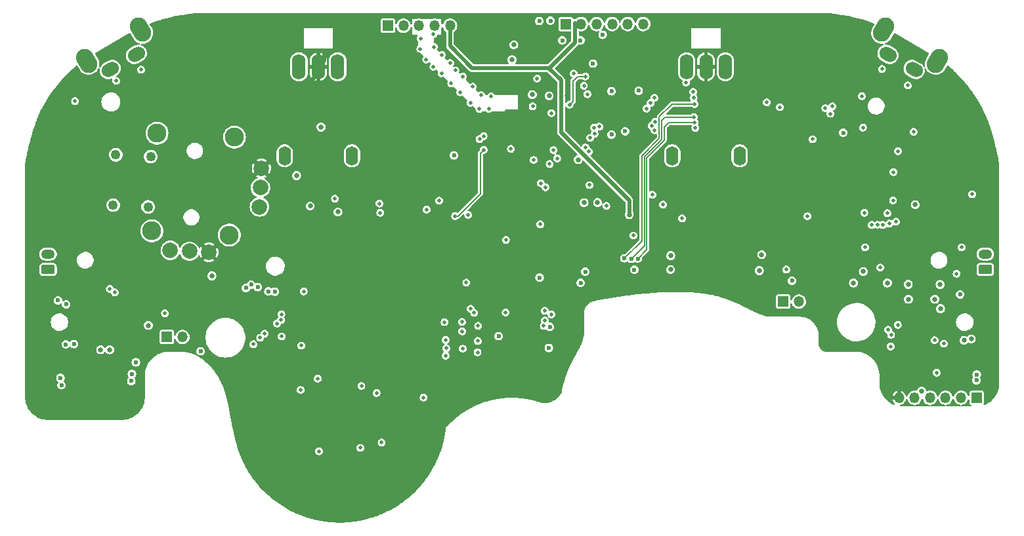
<source format=gbr>
%TF.GenerationSoftware,KiCad,Pcbnew,8.0.2*%
%TF.CreationDate,2024-10-28T19:38:45-07:00*%
%TF.ProjectId,UGC_OpenMain,5547435f-4f70-4656-9e4d-61696e2e6b69,rev?*%
%TF.SameCoordinates,Original*%
%TF.FileFunction,Copper,L2,Inr*%
%TF.FilePolarity,Positive*%
%FSLAX46Y46*%
G04 Gerber Fmt 4.6, Leading zero omitted, Abs format (unit mm)*
G04 Created by KiCad (PCBNEW 8.0.2) date 2024-10-28 19:38:45*
%MOMM*%
%LPD*%
G01*
G04 APERTURE LIST*
G04 Aperture macros list*
%AMRoundRect*
0 Rectangle with rounded corners*
0 $1 Rounding radius*
0 $2 $3 $4 $5 $6 $7 $8 $9 X,Y pos of 4 corners*
0 Add a 4 corners polygon primitive as box body*
4,1,4,$2,$3,$4,$5,$6,$7,$8,$9,$2,$3,0*
0 Add four circle primitives for the rounded corners*
1,1,$1+$1,$2,$3*
1,1,$1+$1,$4,$5*
1,1,$1+$1,$6,$7*
1,1,$1+$1,$8,$9*
0 Add four rect primitives between the rounded corners*
20,1,$1+$1,$2,$3,$4,$5,0*
20,1,$1+$1,$4,$5,$6,$7,0*
20,1,$1+$1,$6,$7,$8,$9,0*
20,1,$1+$1,$8,$9,$2,$3,0*%
%AMHorizOval*
0 Thick line with rounded ends*
0 $1 width*
0 $2 $3 position (X,Y) of the first rounded end (center of the circle)*
0 $4 $5 position (X,Y) of the second rounded end (center of the circle)*
0 Add line between two ends*
20,1,$1,$2,$3,$4,$5,0*
0 Add two circle primitives to create the rounded ends*
1,1,$1,$2,$3*
1,1,$1,$4,$5*%
G04 Aperture macros list end*
%TA.AperFunction,ComponentPad*%
%ADD10O,1.350000X1.350000*%
%TD*%
%TA.AperFunction,ComponentPad*%
%ADD11R,1.350000X1.350000*%
%TD*%
%TA.AperFunction,ComponentPad*%
%ADD12C,2.000000*%
%TD*%
%TA.AperFunction,ComponentPad*%
%ADD13C,1.250000*%
%TD*%
%TA.AperFunction,ComponentPad*%
%ADD14C,2.450000*%
%TD*%
%TA.AperFunction,ComponentPad*%
%ADD15HorizOval,1.700000X0.259808X0.150000X-0.259808X-0.150000X0*%
%TD*%
%TA.AperFunction,ComponentPad*%
%ADD16HorizOval,2.250000X-0.250000X0.433013X0.250000X-0.433013X0*%
%TD*%
%TA.AperFunction,ComponentPad*%
%ADD17HorizOval,1.700000X0.259808X-0.150000X-0.259808X0.150000X0*%
%TD*%
%TA.AperFunction,ComponentPad*%
%ADD18HorizOval,2.250000X-0.250000X-0.433013X0.250000X0.433013X0*%
%TD*%
%TA.AperFunction,ComponentPad*%
%ADD19O,1.772000X3.250000*%
%TD*%
%TA.AperFunction,ComponentPad*%
%ADD20O,1.750000X1.200000*%
%TD*%
%TA.AperFunction,ComponentPad*%
%ADD21RoundRect,0.250000X0.625000X-0.350000X0.625000X0.350000X-0.625000X0.350000X-0.625000X-0.350000X0*%
%TD*%
%TA.AperFunction,HeatsinkPad*%
%ADD22O,1.600000X2.500000*%
%TD*%
%TA.AperFunction,ViaPad*%
%ADD23C,0.500000*%
%TD*%
%TA.AperFunction,ViaPad*%
%ADD24C,0.600000*%
%TD*%
%TA.AperFunction,ViaPad*%
%ADD25C,0.650000*%
%TD*%
%TA.AperFunction,Conductor*%
%ADD26C,0.500000*%
%TD*%
%TA.AperFunction,Conductor*%
%ADD27C,0.200000*%
%TD*%
%TA.AperFunction,Conductor*%
%ADD28C,0.150000*%
%TD*%
G04 APERTURE END LIST*
D10*
%TO.N,G*%
%TO.C,J8*%
X255457200Y-131775200D03*
D11*
%TO.N,Net-(D4A-A)*%
X253457200Y-131775200D03*
%TD*%
D12*
%TO.N,+3V3*%
%TO.C,SW6*%
X186152579Y-114543149D03*
%TO.N,Net-(SW6-Y_OUT)*%
X186021739Y-117039723D03*
%TO.N,GND*%
X185890899Y-119536297D03*
%TO.N,+3V3*%
X179374913Y-125403317D03*
%TO.N,Net-(SW6-X_OUT)*%
X176878339Y-125272477D03*
%TO.N,GND*%
X174381765Y-125141637D03*
D13*
%TO.N,LS_BTN_IN*%
X167027480Y-119298736D03*
X167367664Y-112807644D03*
%TO.N,H*%
X171521313Y-119534248D03*
X171861497Y-113043156D03*
D14*
%TO.N,*%
X181995785Y-123162412D03*
X182657835Y-110529748D03*
X172009489Y-122639052D03*
X172671539Y-110006388D03*
%TD*%
D15*
%TO.N,Net-(D11A-A)*%
%TO.C,SW7*%
X170020963Y-99834400D03*
%TO.N,H*%
X166643465Y-101784400D03*
D16*
%TO.N,*%
X170546316Y-96644336D03*
X163618112Y-100644336D03*
%TD*%
D17*
%TO.N,Net-(D5B-A)*%
%TO.C,SW8*%
X270323849Y-101784400D03*
%TO.N,G*%
X266946351Y-99834400D03*
D18*
%TO.N,*%
X273349202Y-100644336D03*
X266420998Y-96644336D03*
%TD*%
D10*
%TO.N,+3V3*%
%TO.C,J4*%
X268380200Y-144195800D03*
%TO.N,RX*%
X270380200Y-144195800D03*
%TO.N,RY*%
X272380200Y-144195800D03*
%TO.N,RS_B_OUT*%
X274380200Y-144195800D03*
%TO.N,RS_B_IN*%
X276380200Y-144195800D03*
D11*
%TO.N,GND*%
X278380200Y-144195800D03*
%TD*%
D10*
%TO.N,H*%
%TO.C,J9*%
X175955200Y-136347200D03*
D11*
%TO.N,LS_BTN_IN*%
X173955200Y-136347200D03*
%TD*%
D19*
%TO.N,GND*%
%TO.C,S6*%
X245983657Y-101434400D03*
%TD*%
%TO.N,+3V3*%
%TO.C,S4*%
X243483657Y-101434400D03*
%TD*%
%TO.N,GND*%
%TO.C,S3*%
X195983657Y-101434400D03*
%TD*%
D10*
%TO.N,GND*%
%TO.C,J3*%
X235378000Y-95905000D03*
X233378000Y-95905000D03*
X231378000Y-95905000D03*
%TO.N,N_DATA*%
X229378000Y-95905000D03*
%TO.N,VBUS_SYS*%
X227378000Y-95905000D03*
D11*
%TO.N,+3V3_PRE*%
X225378000Y-95905000D03*
%TD*%
D20*
%TO.N,Net-(D5C-A)*%
%TO.C,J7*%
X279501600Y-125635000D03*
D21*
%TO.N,G*%
X279501600Y-127635000D03*
%TD*%
D19*
%TO.N,ZR_ANALOG*%
%TO.C,S5*%
X240983657Y-101434400D03*
%TD*%
D22*
%TO.N,N/C*%
%TO.C,RV2*%
X239133657Y-112934400D03*
X247833657Y-112934400D03*
%TD*%
D20*
%TO.N,Net-(D11C-A)*%
%TO.C,J6*%
X158623000Y-125635000D03*
D21*
%TO.N,H*%
X158623000Y-127635000D03*
%TD*%
D22*
%TO.N,N/C*%
%TO.C,RV1*%
X189133657Y-112934400D03*
X197833657Y-112934400D03*
%TD*%
D19*
%TO.N,+3V3*%
%TO.C,S1*%
X193483657Y-101434400D03*
%TD*%
%TO.N,ZL_ANALOG*%
%TO.C,S2*%
X190983657Y-101434400D03*
%TD*%
D10*
%TO.N,VBUS_SYS*%
%TO.C,J11*%
X210467500Y-96113000D03*
%TO.N,D-*%
X208467500Y-96113000D03*
%TO.N,D+*%
X206467500Y-96113000D03*
%TO.N,GND*%
X204467500Y-96113000D03*
D11*
X202467500Y-96113000D03*
%TD*%
D23*
%TO.N,GND*%
X206663848Y-97771189D03*
X208327562Y-101438643D03*
X207402630Y-100491689D03*
D24*
X276275800Y-130835400D03*
X228900004Y-101006650D03*
X230160474Y-97293577D03*
D23*
X256583498Y-120742670D03*
X259538908Y-107500400D03*
D24*
X161950400Y-137261600D03*
D23*
X214275000Y-110775000D03*
D24*
X278384000Y-141935200D03*
D25*
X218465400Y-100533200D03*
D23*
X258876800Y-106781600D03*
D24*
X160909000Y-137312400D03*
D23*
X208303511Y-97247229D03*
X207441800Y-119888000D03*
X223545400Y-107416600D03*
X209374996Y-102287915D03*
X213411848Y-104005371D03*
X214800000Y-110400000D03*
D25*
X250367800Y-127762000D03*
D24*
X169951400Y-139623800D03*
D23*
X210495076Y-100938645D03*
D25*
X269570200Y-129540000D03*
D23*
X273253200Y-140944600D03*
D25*
X229504526Y-118967615D03*
D23*
X210621736Y-103578918D03*
D24*
X278409400Y-141198600D03*
D23*
X223545400Y-133426200D03*
X267309600Y-137566400D03*
D24*
X160350200Y-142570200D03*
D25*
X262509000Y-129362200D03*
D24*
X169367200Y-142036800D03*
D23*
X214488914Y-105082436D03*
D25*
X272999200Y-131470400D03*
D23*
X218328641Y-112035674D03*
D24*
X159893000Y-131622800D03*
X233045000Y-109753400D03*
X223427586Y-95491502D03*
D23*
X234111800Y-123240800D03*
X259797767Y-106529682D03*
D24*
X227293218Y-98021868D03*
D23*
X228449022Y-116721319D03*
X206634485Y-99114542D03*
X215480608Y-106861495D03*
D25*
X271297400Y-143357600D03*
D24*
X178308000Y-138176000D03*
D23*
X208397259Y-98870191D03*
X222554800Y-134924800D03*
D24*
X234797600Y-104521000D03*
X231292400Y-110185200D03*
X231292400Y-104571800D03*
D25*
X273685000Y-129565400D03*
X238912400Y-127635000D03*
D23*
X215787294Y-105281620D03*
D25*
X227748754Y-118990566D03*
D23*
X214252845Y-106875087D03*
D25*
X218694000Y-98602800D03*
X238937800Y-125831600D03*
D23*
X230632000Y-119405400D03*
D25*
X269595600Y-131470400D03*
D24*
X224954658Y-98029245D03*
D23*
X222681800Y-132943600D03*
X211162219Y-101900004D03*
X213102007Y-106085730D03*
X253022161Y-106650220D03*
D25*
X250672600Y-125704600D03*
D23*
X211759364Y-104713578D03*
D25*
X263779000Y-127889000D03*
D23*
X209428224Y-99881580D03*
D24*
X169443400Y-141122400D03*
X160223200Y-141630400D03*
X160959800Y-132130800D03*
D23*
X212128222Y-102692236D03*
X222707200Y-134239000D03*
D25*
%TO.N,LX*%
X196011800Y-120192800D03*
X179755800Y-128447800D03*
%TO.N,LY*%
X190677800Y-115493800D03*
X192430400Y-119430800D03*
D23*
%TO.N,Net-(D4A-A)*%
X265961188Y-127362509D03*
X242112800Y-109321600D03*
X266877800Y-120345200D03*
X267131800Y-121691400D03*
X268249400Y-112344200D03*
X253847600Y-127635000D03*
%TO.N,+1V1*%
X227916383Y-102693561D03*
X225882200Y-106324400D03*
X221132400Y-106553000D03*
%TO.N,RUMBLE_OUT*%
X222199200Y-116484400D03*
D25*
X266885902Y-129357495D03*
X171551600Y-134848600D03*
%TO.N,VBUS_SYS*%
X233578400Y-120548400D03*
D24*
%TO.N,BTN_PWR*%
X223215200Y-137769600D03*
X223343093Y-135037482D03*
D23*
X236575600Y-117957600D03*
X222783400Y-116992400D03*
D24*
%TO.N,N_DATA*%
X221996000Y-95504000D03*
D23*
%TO.N,USB_BOOT*%
X214807800Y-112166400D03*
X211124800Y-120726200D03*
D24*
X216749479Y-136231524D03*
D23*
%TO.N,RGB_OUT*%
X221716600Y-102946200D03*
D24*
X210982670Y-112875903D03*
D23*
%TO.N,LADC_CS*%
X221259400Y-113461800D03*
X195630800Y-118465600D03*
%TO.N,SPI_TX*%
X265607800Y-121843800D03*
X201472800Y-120294400D03*
X224282000Y-113258600D03*
X267360400Y-136067800D03*
%TO.N,SPI_RX*%
X266979400Y-135407400D03*
X209067400Y-118719600D03*
X223314292Y-114001645D03*
X264871200Y-121869200D03*
%TO.N,SPI_CK*%
X223824800Y-112191800D03*
X266268200Y-121869200D03*
X268224000Y-134772400D03*
X201366000Y-119105800D03*
D25*
%TO.N,RADC_CS*%
X227004875Y-113428678D03*
X270484600Y-119253000D03*
X273735800Y-132689600D03*
%TO.N,ZL_ANALOG*%
X221081600Y-105029000D03*
X193827400Y-109220000D03*
%TO.N,ZR_ANALOG*%
X223251940Y-105184618D03*
D23*
X240935134Y-103462233D03*
D24*
%TO.N,E*%
X187867610Y-130476935D03*
D23*
X212115400Y-137845800D03*
X236321600Y-106121200D03*
X229055724Y-109296201D03*
%TO.N,D*%
X229717600Y-109169200D03*
X235813600Y-106832400D03*
D24*
X187045600Y-130454400D03*
D23*
X214045800Y-136855200D03*
%TO.N,C*%
X228200164Y-104966757D03*
X212039200Y-135610600D03*
D24*
X185674000Y-129895600D03*
D23*
X236920856Y-108544138D03*
%TO.N,Net-(D5B-A)*%
X269519400Y-103835200D03*
X241884200Y-105435400D03*
X263601200Y-105232200D03*
%TO.N,A*%
X226415600Y-102311200D03*
X236853904Y-109619539D03*
X212013800Y-134391400D03*
D24*
X184150000Y-129997200D03*
%TO.N,B*%
X184810400Y-129590800D03*
D23*
X236474058Y-109051928D03*
X214096600Y-134899400D03*
X227736400Y-103886000D03*
D25*
%TO.N,+3V3*%
X227279200Y-116611400D03*
X226796600Y-116128800D03*
D23*
X215846705Y-109870895D03*
D25*
X220658568Y-111998972D03*
D24*
X237566200Y-124739400D03*
X266369800Y-138201400D03*
D25*
X227500000Y-115900000D03*
D24*
X238031090Y-125368176D03*
D25*
X186740800Y-97764600D03*
D23*
X231902000Y-101854000D03*
D25*
X280365200Y-133172200D03*
D24*
X237413800Y-128295400D03*
X237083600Y-127685800D03*
D25*
X240446692Y-96679849D03*
D24*
X220497400Y-143205200D03*
D23*
X225806000Y-107492800D03*
D24*
X237947200Y-127787400D03*
D25*
X220005282Y-103213573D03*
X162255200Y-134823200D03*
X199097900Y-115684300D03*
D24*
X237083600Y-125349000D03*
D25*
X222021400Y-97713800D03*
X225365418Y-101320483D03*
X270484600Y-131902200D03*
D23*
X225524630Y-105140091D03*
X218821000Y-107416600D03*
D25*
X226718285Y-121785989D03*
D23*
%TO.N,F*%
X191592200Y-130454400D03*
X214020400Y-138328400D03*
X236837529Y-105442522D03*
X229108000Y-110083600D03*
%TO.N,RS_B_OUT*%
X272973800Y-136753600D03*
%TO.N,Net-(D5C-A)*%
X241833400Y-104673400D03*
X275818600Y-128168400D03*
%TO.N,Net-(D8C-A)*%
X191287400Y-137464800D03*
X188753270Y-136277422D03*
%TO.N,Net-(D8B-A)*%
X186563000Y-135915400D03*
X198907400Y-150672800D03*
%TO.N,Net-(D8A-A)*%
X185978800Y-136448800D03*
X193395600Y-141732000D03*
%TO.N,RS_B_IN*%
X274167600Y-137210800D03*
%TO.N,Net-(D11A-A)*%
X188171967Y-134603702D03*
X162102800Y-105867200D03*
X170611800Y-101803200D03*
%TO.N,Net-(D11C-A)*%
X188724384Y-133414380D03*
X167233600Y-130581400D03*
%TO.N,Net-(D12C-A)*%
X209770157Y-134423074D03*
X217652600Y-133172200D03*
%TO.N,Net-(D12A-A)*%
X213588600Y-133223000D03*
X217678000Y-123799600D03*
%TO.N,Net-(D12B-A)*%
X213131400Y-132689600D03*
X212826600Y-120573800D03*
%TO.N,Net-(D13A-A)*%
X212572600Y-129311400D03*
X209905600Y-136728200D03*
%TO.N,Net-(D13B-A)*%
X209981800Y-137795000D03*
X200990200Y-143586200D03*
%TO.N,H*%
X191185800Y-143179800D03*
X227931351Y-111850544D03*
X193573400Y-151104600D03*
X167411400Y-103251000D03*
X199034400Y-142671800D03*
X185115200Y-137287000D03*
X166598600Y-130124200D03*
%TO.N,G*%
X263728200Y-109296200D03*
X267614400Y-118694200D03*
X267995400Y-121437400D03*
D24*
X227330000Y-129362200D03*
D23*
X276453600Y-124764800D03*
X264007600Y-124764800D03*
X277825200Y-117906800D03*
X267665200Y-115036600D03*
X228535538Y-110624007D03*
X263906000Y-120294400D03*
X266179300Y-101714300D03*
D24*
X254584200Y-129082800D03*
D23*
%TO.N,I*%
X207060800Y-144170400D03*
X228396800Y-112369600D03*
X222118121Y-121793838D03*
D24*
X227914200Y-127914400D03*
D23*
X201650600Y-149987000D03*
D24*
X222021400Y-128676400D03*
D23*
X237947200Y-119227600D03*
%TO.N,LS_BTN_IN*%
X173707459Y-133281524D03*
X188672392Y-134129273D03*
D25*
%TO.N,LRA_L+*%
X165410263Y-137988533D03*
%TO.N,LRA_R+*%
X277698200Y-136601200D03*
%TO.N,LRA_R-*%
X276758400Y-136779000D03*
%TO.N,LRA_L-*%
X166568997Y-137996991D03*
D23*
%TO.N,X2*%
X257225800Y-110794800D03*
X242036600Y-108610400D03*
D24*
X234688113Y-126218996D03*
%TO.N,X3*%
X261188200Y-109956600D03*
D23*
X241935000Y-107924600D03*
D24*
X233832400Y-126238000D03*
D23*
X270256000Y-109829600D03*
%TO.N,X4*%
X242011200Y-106248200D03*
X251333000Y-106019600D03*
D24*
X232956100Y-126174500D03*
D23*
%TO.N,X5*%
X240411000Y-121031000D03*
D24*
X234238800Y-127660400D03*
D23*
X209905600Y-138760200D03*
%TD*%
D26*
%TO.N,VBUS_SYS*%
X213300000Y-101600000D02*
X223217492Y-101600000D01*
X210467500Y-98767500D02*
X213300000Y-101600000D01*
X210467500Y-96113000D02*
X210467500Y-98767500D01*
D27*
%TO.N,+1V1*%
X226314000Y-103276400D02*
X226314000Y-105892600D01*
X226314000Y-105892600D02*
X225882200Y-106324400D01*
X226896839Y-102693561D02*
X226314000Y-103276400D01*
X227916383Y-102693561D02*
X226896839Y-102693561D01*
D26*
%TO.N,VBUS_SYS*%
X224790000Y-103172508D02*
X224790000Y-109902375D01*
X223266000Y-101600000D02*
X223217492Y-101600000D01*
X226568000Y-98298000D02*
X223266000Y-101600000D01*
X223217492Y-101600000D02*
X224790000Y-103172508D01*
X224790000Y-109902375D02*
X233578400Y-118690775D01*
X233578400Y-118690775D02*
X233578400Y-120548400D01*
X226568000Y-95758000D02*
X226568000Y-98298000D01*
D28*
%TO.N,USB_BOOT*%
X211480400Y-120726200D02*
X214376000Y-117830600D01*
X214376000Y-117830600D02*
X214376000Y-112598200D01*
X211124800Y-120726200D02*
X211480400Y-120726200D01*
X214376000Y-112598200D02*
X214807800Y-112166400D01*
D26*
%TO.N,+3V3*%
X193483657Y-102299343D02*
X192227200Y-103555800D01*
X194233800Y-100684257D02*
X194233800Y-99695000D01*
X193483657Y-101434400D02*
X193483657Y-102299343D01*
X194233800Y-99695000D02*
X194437000Y-99491800D01*
X193483657Y-101434400D02*
X194233800Y-100684257D01*
D28*
%TO.N,X2*%
X234688113Y-126218996D02*
X235839000Y-125068109D01*
X235839000Y-125068109D02*
X235839000Y-113182400D01*
X238099600Y-109194600D02*
X238683800Y-108610400D01*
X235839000Y-113182400D02*
X238099600Y-110921800D01*
X238099600Y-110921800D02*
X238099600Y-109194600D01*
X238683800Y-108610400D02*
X242036600Y-108610400D01*
%TO.N,X3*%
X235534200Y-124536200D02*
X235534200Y-113055400D01*
X233832400Y-126238000D02*
X235534200Y-124536200D01*
X235534200Y-113055400D02*
X237769400Y-110820200D01*
X238226600Y-107924600D02*
X241935000Y-107924600D01*
X237769400Y-108381800D02*
X238226600Y-107924600D01*
X237769400Y-110820200D02*
X237769400Y-108381800D01*
%TO.N,X4*%
X237464600Y-107899200D02*
X239115600Y-106248200D01*
X232956100Y-126174500D02*
X235204000Y-123926600D01*
X237464600Y-110667800D02*
X237464600Y-107899200D01*
X235204000Y-112928400D02*
X237464600Y-110667800D01*
X235204000Y-123926600D02*
X235204000Y-112928400D01*
X239115600Y-106248200D02*
X242011200Y-106248200D01*
%TD*%
%TA.AperFunction,Conductor*%
%TO.N,+3V3*%
G36*
X258375006Y-94499548D02*
G01*
X258378685Y-94499638D01*
X259244174Y-94537322D01*
X259248451Y-94537602D01*
X260111196Y-94612874D01*
X260115436Y-94613336D01*
X260974157Y-94726075D01*
X260978336Y-94726716D01*
X261831315Y-94876699D01*
X261835478Y-94877525D01*
X262681105Y-95064465D01*
X262685282Y-95065484D01*
X263521947Y-95289025D01*
X263526058Y-95290219D01*
X264352245Y-95549955D01*
X264356277Y-95551320D01*
X265125663Y-95830521D01*
X265160905Y-95843310D01*
X265209156Y-95880934D01*
X265226077Y-95939733D01*
X265212871Y-95985872D01*
X264925652Y-96483352D01*
X264925650Y-96483356D01*
X264848063Y-96685481D01*
X264827911Y-96780287D01*
X264803048Y-96897256D01*
X264803047Y-96897260D01*
X264803047Y-96897264D01*
X264791717Y-97113459D01*
X264791717Y-97113461D01*
X264803926Y-97229627D01*
X264814349Y-97328790D01*
X264852272Y-97470318D01*
X264865745Y-97520602D01*
X264870386Y-97537920D01*
X264875044Y-97548382D01*
X264958447Y-97735710D01*
X264958452Y-97735718D01*
X265076364Y-97917288D01*
X265076365Y-97917289D01*
X265076366Y-97917290D01*
X265221239Y-98078186D01*
X265389498Y-98214440D01*
X265576999Y-98322694D01*
X265779128Y-98400283D01*
X265990905Y-98445299D01*
X266099010Y-98450964D01*
X266207108Y-98456629D01*
X266207109Y-98456629D01*
X266207111Y-98456628D01*
X266207116Y-98456629D01*
X266288105Y-98448116D01*
X266347951Y-98460837D01*
X266388892Y-98506307D01*
X266395288Y-98567157D01*
X266364695Y-98620145D01*
X266324081Y-98642199D01*
X266318054Y-98643814D01*
X266318049Y-98643816D01*
X266159807Y-98714269D01*
X266014532Y-98808613D01*
X266014529Y-98808615D01*
X265885801Y-98924522D01*
X265885799Y-98924524D01*
X265776784Y-99059145D01*
X265690174Y-99209161D01*
X265628098Y-99370878D01*
X265617311Y-99421627D01*
X265600773Y-99499437D01*
X265592083Y-99540319D01*
X265583017Y-99713290D01*
X265583017Y-99713292D01*
X265589710Y-99776964D01*
X265601125Y-99885572D01*
X265624421Y-99972512D01*
X265645958Y-100052893D01*
X265716412Y-100211135D01*
X265810756Y-100356410D01*
X265810758Y-100356413D01*
X265925052Y-100483350D01*
X265926667Y-100485143D01*
X266061286Y-100594156D01*
X266730917Y-100980767D01*
X266892635Y-101042844D01*
X267062072Y-101078859D01*
X267142798Y-101083089D01*
X267235049Y-101087925D01*
X267235051Y-101087925D01*
X267235052Y-101087924D01*
X267235057Y-101087925D01*
X267407331Y-101069818D01*
X267574650Y-101024985D01*
X267732897Y-100954529D01*
X267737345Y-100951641D01*
X267878167Y-100860188D01*
X267878167Y-100860187D01*
X267878173Y-100860184D01*
X268006903Y-100744276D01*
X268115915Y-100609657D01*
X268202526Y-100459642D01*
X268264603Y-100297925D01*
X268300618Y-100128488D01*
X268306092Y-100024036D01*
X268309684Y-99955509D01*
X268309684Y-99955507D01*
X268309683Y-99955505D01*
X268309684Y-99955502D01*
X268291577Y-99783229D01*
X268246744Y-99615910D01*
X268176288Y-99457663D01*
X268158208Y-99429823D01*
X268081945Y-99312389D01*
X268081943Y-99312386D01*
X267966036Y-99183658D01*
X267966034Y-99183656D01*
X267831415Y-99074643D01*
X267571400Y-98924524D01*
X267161785Y-98688033D01*
X267161779Y-98688030D01*
X267161778Y-98688030D01*
X267102124Y-98665131D01*
X267000068Y-98625956D01*
X267000064Y-98625955D01*
X266970215Y-98619610D01*
X266830631Y-98589941D01*
X266830626Y-98589940D01*
X266830623Y-98589940D01*
X266657652Y-98580874D01*
X266657650Y-98580874D01*
X266630144Y-98583765D01*
X266619703Y-98584862D01*
X266559855Y-98572141D01*
X266518915Y-98526671D01*
X266512520Y-98465821D01*
X266543113Y-98412833D01*
X266583730Y-98390779D01*
X266631569Y-98377961D01*
X266829360Y-98289899D01*
X267010939Y-98171981D01*
X267171835Y-98027108D01*
X267308089Y-97858849D01*
X267712089Y-97159099D01*
X267757555Y-97118162D01*
X267818405Y-97111766D01*
X267846730Y-97122528D01*
X267916743Y-97162314D01*
X267916987Y-97162454D01*
X272225328Y-99641658D01*
X272266333Y-99687068D01*
X272272816Y-99747909D01*
X272261687Y-99776964D01*
X271911815Y-100382964D01*
X271861381Y-100470319D01*
X271853856Y-100483352D01*
X271853854Y-100483356D01*
X271776267Y-100685481D01*
X271755976Y-100780941D01*
X271731252Y-100897256D01*
X271731251Y-100897260D01*
X271731251Y-100897264D01*
X271719921Y-101113459D01*
X271719921Y-101113461D01*
X271732202Y-101230303D01*
X271742553Y-101328790D01*
X271753112Y-101368197D01*
X271755371Y-101376626D01*
X271752168Y-101437728D01*
X271713663Y-101485278D01*
X271654562Y-101501113D01*
X271597441Y-101479186D01*
X271569303Y-101442515D01*
X271568596Y-101440928D01*
X271559749Y-101421057D01*
X271553788Y-101407667D01*
X271553785Y-101407661D01*
X271459443Y-101262389D01*
X271459441Y-101262386D01*
X271343534Y-101133658D01*
X271343532Y-101133656D01*
X271208913Y-101024643D01*
X270988271Y-100897256D01*
X270539283Y-100638033D01*
X270539277Y-100638030D01*
X270539276Y-100638030D01*
X270476745Y-100614027D01*
X270377566Y-100575956D01*
X270377562Y-100575955D01*
X270347713Y-100569610D01*
X270208129Y-100539941D01*
X270208124Y-100539940D01*
X270208121Y-100539940D01*
X270035150Y-100530874D01*
X270035148Y-100530874D01*
X269921895Y-100542778D01*
X269862869Y-100548982D01*
X269795941Y-100566915D01*
X269695547Y-100593815D01*
X269695547Y-100593816D01*
X269537305Y-100664269D01*
X269392030Y-100758613D01*
X269392027Y-100758615D01*
X269263299Y-100874522D01*
X269263297Y-100874524D01*
X269154282Y-101009145D01*
X269067672Y-101159161D01*
X269024584Y-101271411D01*
X269005631Y-101320788D01*
X269005596Y-101320878D01*
X269000841Y-101343249D01*
X268970078Y-101487983D01*
X268969581Y-101490319D01*
X268960515Y-101663290D01*
X268960515Y-101663292D01*
X268968127Y-101735710D01*
X268978623Y-101835572D01*
X269002041Y-101922970D01*
X269023456Y-102002893D01*
X269093910Y-102161135D01*
X269188254Y-102306410D01*
X269188256Y-102306413D01*
X269202915Y-102322694D01*
X269304165Y-102435143D01*
X269438784Y-102544156D01*
X270108415Y-102930767D01*
X270154492Y-102948454D01*
X270234906Y-102979322D01*
X270270133Y-102992844D01*
X270439570Y-103028859D01*
X270520296Y-103033089D01*
X270612547Y-103037925D01*
X270612549Y-103037925D01*
X270612550Y-103037924D01*
X270612555Y-103037925D01*
X270784829Y-103019818D01*
X270952148Y-102974985D01*
X271110395Y-102904529D01*
X271110913Y-102904193D01*
X271255665Y-102810188D01*
X271255665Y-102810187D01*
X271255671Y-102810184D01*
X271384401Y-102694276D01*
X271384979Y-102693563D01*
X271409972Y-102662698D01*
X271493413Y-102559657D01*
X271580024Y-102409642D01*
X271642101Y-102247925D01*
X271678116Y-102078488D01*
X271686291Y-101922508D01*
X271687182Y-101905509D01*
X271687182Y-101905507D01*
X271687181Y-101905505D01*
X271687182Y-101905502D01*
X271669075Y-101733229D01*
X271667460Y-101727200D01*
X271670661Y-101666101D01*
X271709166Y-101618550D01*
X271768266Y-101602714D01*
X271825388Y-101624640D01*
X271853527Y-101661311D01*
X271886651Y-101735710D01*
X271886656Y-101735718D01*
X272004568Y-101917288D01*
X272149445Y-102078188D01*
X272176998Y-102100500D01*
X272317702Y-102214440D01*
X272505203Y-102322694D01*
X272707332Y-102400283D01*
X272919109Y-102445299D01*
X273027214Y-102450964D01*
X273135312Y-102456629D01*
X273135314Y-102456629D01*
X273135315Y-102456628D01*
X273135320Y-102456629D01*
X273350643Y-102433998D01*
X273559773Y-102377961D01*
X273757564Y-102289899D01*
X273939143Y-102171981D01*
X274100039Y-102027108D01*
X274236293Y-101858849D01*
X274571140Y-101278876D01*
X274616607Y-101237938D01*
X274677457Y-101231542D01*
X274722621Y-101254364D01*
X274728404Y-101259501D01*
X274728787Y-101259843D01*
X274821489Y-101343249D01*
X274848795Y-101367817D01*
X274849215Y-101368197D01*
X274919109Y-101431885D01*
X274968630Y-101477009D01*
X274969097Y-101477437D01*
X275087941Y-101587127D01*
X275088410Y-101587563D01*
X275206553Y-101698031D01*
X275207026Y-101698476D01*
X275324582Y-101809848D01*
X275325057Y-101810301D01*
X275441931Y-101922508D01*
X275442409Y-101922970D01*
X275459029Y-101939142D01*
X275558719Y-102036148D01*
X275558905Y-102036330D01*
X275646785Y-102123017D01*
X275674513Y-102150369D01*
X275674998Y-102150851D01*
X275789688Y-102265559D01*
X275790176Y-102266051D01*
X275903981Y-102381479D01*
X275904473Y-102381981D01*
X276017574Y-102498336D01*
X276018069Y-102498849D01*
X276130290Y-102615975D01*
X276130789Y-102616500D01*
X276242043Y-102734329D01*
X276242544Y-102734863D01*
X276352990Y-102853585D01*
X276353496Y-102854133D01*
X276462974Y-102973605D01*
X276463482Y-102974164D01*
X276571898Y-103094305D01*
X276572410Y-103094876D01*
X276679975Y-103215947D01*
X276680438Y-103216472D01*
X276787011Y-103338344D01*
X276787353Y-103338739D01*
X276844664Y-103405343D01*
X276892815Y-103461302D01*
X276893336Y-103461913D01*
X276997578Y-103585065D01*
X276998014Y-103585583D01*
X277101288Y-103709650D01*
X277101762Y-103710224D01*
X277203828Y-103834946D01*
X277204358Y-103835600D01*
X277305153Y-103960930D01*
X277305686Y-103961599D01*
X277354950Y-104023949D01*
X277398775Y-104079417D01*
X277405241Y-104087600D01*
X277405763Y-104088267D01*
X277407837Y-104090939D01*
X277504031Y-104214909D01*
X277504828Y-104215950D01*
X277698001Y-104471937D01*
X277698678Y-104472847D01*
X277779692Y-104583175D01*
X277780153Y-104583807D01*
X277859344Y-104693458D01*
X277859731Y-104693997D01*
X277937116Y-104802954D01*
X277937495Y-104803492D01*
X278012857Y-104911394D01*
X278013301Y-104912036D01*
X278086813Y-105019078D01*
X278087250Y-105019720D01*
X278158988Y-105125955D01*
X278159421Y-105126601D01*
X278229279Y-105231824D01*
X278229704Y-105232469D01*
X278297876Y-105336912D01*
X278298279Y-105337535D01*
X278355500Y-105426710D01*
X278364795Y-105441195D01*
X278365206Y-105441842D01*
X278429936Y-105544459D01*
X278430292Y-105545028D01*
X278493564Y-105647064D01*
X278493754Y-105647373D01*
X278555344Y-105748414D01*
X278555733Y-105749058D01*
X278615677Y-105849103D01*
X278616057Y-105849743D01*
X278674431Y-105948851D01*
X278674804Y-105949490D01*
X278731596Y-106047582D01*
X278731960Y-106048216D01*
X278787444Y-106145702D01*
X278787801Y-106146334D01*
X278801520Y-106170855D01*
X278833596Y-106228186D01*
X278841687Y-106242646D01*
X278842034Y-106243272D01*
X278894588Y-106338819D01*
X278894926Y-106339438D01*
X278946086Y-106434040D01*
X278946416Y-106434655D01*
X278996245Y-106528369D01*
X278996556Y-106528959D01*
X279045187Y-106621968D01*
X279088679Y-106706544D01*
X279092532Y-106714037D01*
X279092833Y-106714627D01*
X279138851Y-106805610D01*
X279139142Y-106806190D01*
X279183871Y-106896082D01*
X279184287Y-106896929D01*
X279270418Y-107074246D01*
X279270940Y-107075338D01*
X279352472Y-107248543D01*
X279353170Y-107250059D01*
X279356400Y-107257232D01*
X279504296Y-107585679D01*
X279504488Y-107586104D01*
X279505102Y-107587495D01*
X279510112Y-107599100D01*
X279574257Y-107747674D01*
X279574636Y-107748565D01*
X279642559Y-107910215D01*
X279642927Y-107911102D01*
X279709659Y-108074336D01*
X279710014Y-108075216D01*
X279775550Y-108240013D01*
X279775892Y-108240885D01*
X279840329Y-108407492D01*
X279840657Y-108408352D01*
X279903958Y-108576658D01*
X279904273Y-108577507D01*
X279966557Y-108747821D01*
X279966858Y-108748656D01*
X280028151Y-108921034D01*
X280028438Y-108921854D01*
X280088712Y-109096200D01*
X280088985Y-109097001D01*
X280148448Y-109273884D01*
X280148709Y-109274669D01*
X280207284Y-109453854D01*
X280207530Y-109454619D01*
X280265240Y-109636131D01*
X280265474Y-109636876D01*
X280322448Y-109821095D01*
X280322669Y-109821818D01*
X280378942Y-110008817D01*
X280379150Y-110009518D01*
X280434730Y-110199286D01*
X280434926Y-110199966D01*
X280489845Y-110392565D01*
X280490030Y-110393220D01*
X280544411Y-110589028D01*
X280544584Y-110589660D01*
X280598377Y-110788446D01*
X280598539Y-110789055D01*
X280651874Y-110991243D01*
X280652027Y-110991827D01*
X280687176Y-111128448D01*
X280704913Y-111197387D01*
X280705041Y-111197896D01*
X280757560Y-111407088D01*
X280809762Y-111620056D01*
X280809810Y-111620251D01*
X280861672Y-111836811D01*
X280861787Y-111837300D01*
X280913276Y-112057226D01*
X280913384Y-112057692D01*
X280926163Y-112113487D01*
X280964476Y-112280773D01*
X280964621Y-112281403D01*
X280964722Y-112281846D01*
X281015896Y-112510092D01*
X281015989Y-112510513D01*
X281066949Y-112742525D01*
X281067036Y-112742922D01*
X281093294Y-112864861D01*
X281117982Y-112979510D01*
X281122701Y-113001846D01*
X281168911Y-113220571D01*
X281168985Y-113220927D01*
X281219784Y-113465813D01*
X281219885Y-113466305D01*
X281319904Y-113961089D01*
X281321867Y-113980705D01*
X281321867Y-142315822D01*
X281321858Y-142317151D01*
X281319673Y-142479932D01*
X281319060Y-142489687D01*
X281282534Y-142813890D01*
X281280674Y-142824836D01*
X281208227Y-143142246D01*
X281205154Y-143152913D01*
X281097622Y-143460229D01*
X281093373Y-143470486D01*
X280952112Y-143763818D01*
X280946742Y-143773535D01*
X280773518Y-144049218D01*
X280767093Y-144058272D01*
X280564105Y-144312812D01*
X280556707Y-144321091D01*
X280326486Y-144551310D01*
X280318208Y-144558707D01*
X280063656Y-144761705D01*
X280054602Y-144768130D01*
X279778923Y-144941348D01*
X279769206Y-144946718D01*
X279475874Y-145087977D01*
X279465618Y-145092225D01*
X279409634Y-145111815D01*
X279348464Y-145113188D01*
X279298170Y-145078345D01*
X279277961Y-145020593D01*
X279290165Y-144978683D01*
X279287433Y-144977552D01*
X279291161Y-144968546D01*
X279291166Y-144968540D01*
X279305700Y-144895474D01*
X279305700Y-143496126D01*
X279291166Y-143423060D01*
X279242178Y-143349743D01*
X279235802Y-143340200D01*
X279235799Y-143340197D01*
X279152942Y-143284835D01*
X279152940Y-143284834D01*
X279152937Y-143284833D01*
X279152936Y-143284833D01*
X279079884Y-143270301D01*
X279079874Y-143270300D01*
X277680526Y-143270300D01*
X277680525Y-143270300D01*
X277680515Y-143270301D01*
X277607463Y-143284833D01*
X277607457Y-143284835D01*
X277524600Y-143340197D01*
X277524597Y-143340200D01*
X277469235Y-143423057D01*
X277469233Y-143423063D01*
X277454701Y-143496115D01*
X277454700Y-143496127D01*
X277454700Y-143882728D01*
X277435793Y-143940919D01*
X277386293Y-143976883D01*
X277325107Y-143976883D01*
X277275607Y-143940919D01*
X277261545Y-143913321D01*
X277230344Y-143817292D01*
X277230340Y-143817286D01*
X277230339Y-143817282D01*
X277168657Y-143710447D01*
X277133070Y-143648808D01*
X277042764Y-143548513D01*
X277002896Y-143504235D01*
X277002896Y-143504234D01*
X276956446Y-143470486D01*
X276845499Y-143389878D01*
X276845495Y-143389876D01*
X276845488Y-143389872D01*
X276667777Y-143310751D01*
X276667772Y-143310749D01*
X276667771Y-143310749D01*
X276667768Y-143310748D01*
X276667767Y-143310748D01*
X276616839Y-143299923D01*
X276477474Y-143270300D01*
X276282926Y-143270300D01*
X276161582Y-143296092D01*
X276092632Y-143310748D01*
X276092622Y-143310751D01*
X275914911Y-143389872D01*
X275914904Y-143389876D01*
X275914901Y-143389877D01*
X275914901Y-143389878D01*
X275914304Y-143390312D01*
X275757503Y-143504234D01*
X275757503Y-143504235D01*
X275627332Y-143648805D01*
X275627328Y-143648811D01*
X275530060Y-143817282D01*
X275530058Y-143817287D01*
X275530056Y-143817290D01*
X275530056Y-143817292D01*
X275478203Y-143976883D01*
X275474355Y-143988725D01*
X275438391Y-144038225D01*
X275380200Y-144057132D01*
X275322009Y-144038225D01*
X275286045Y-143988725D01*
X275230344Y-143817292D01*
X275230340Y-143817286D01*
X275230339Y-143817282D01*
X275168657Y-143710447D01*
X275133070Y-143648808D01*
X275042764Y-143548513D01*
X275002896Y-143504235D01*
X275002896Y-143504234D01*
X274956446Y-143470486D01*
X274845499Y-143389878D01*
X274845495Y-143389876D01*
X274845488Y-143389872D01*
X274667777Y-143310751D01*
X274667772Y-143310749D01*
X274667771Y-143310749D01*
X274667768Y-143310748D01*
X274667767Y-143310748D01*
X274616839Y-143299923D01*
X274477474Y-143270300D01*
X274282926Y-143270300D01*
X274161582Y-143296092D01*
X274092632Y-143310748D01*
X274092622Y-143310751D01*
X273914911Y-143389872D01*
X273914904Y-143389876D01*
X273914901Y-143389877D01*
X273914901Y-143389878D01*
X273914304Y-143390312D01*
X273757503Y-143504234D01*
X273757503Y-143504235D01*
X273627332Y-143648805D01*
X273627328Y-143648811D01*
X273530060Y-143817282D01*
X273530058Y-143817287D01*
X273530056Y-143817290D01*
X273530056Y-143817292D01*
X273478203Y-143976883D01*
X273474355Y-143988725D01*
X273438391Y-144038225D01*
X273380200Y-144057132D01*
X273322009Y-144038225D01*
X273286045Y-143988725D01*
X273230344Y-143817292D01*
X273230340Y-143817286D01*
X273230339Y-143817282D01*
X273168657Y-143710447D01*
X273133070Y-143648808D01*
X273042764Y-143548513D01*
X273002896Y-143504235D01*
X273002896Y-143504234D01*
X272956446Y-143470486D01*
X272845499Y-143389878D01*
X272845495Y-143389876D01*
X272845488Y-143389872D01*
X272667777Y-143310751D01*
X272667772Y-143310749D01*
X272667771Y-143310749D01*
X272667768Y-143310748D01*
X272667767Y-143310748D01*
X272616839Y-143299923D01*
X272477474Y-143270300D01*
X272282926Y-143270300D01*
X272161582Y-143296092D01*
X272092632Y-143310748D01*
X272092622Y-143310751D01*
X272005044Y-143349743D01*
X271944194Y-143356138D01*
X271891206Y-143325545D01*
X271866626Y-143272225D01*
X271858087Y-143207364D01*
X271800098Y-143067367D01*
X271707851Y-142947149D01*
X271587633Y-142854902D01*
X271447636Y-142796913D01*
X271447634Y-142796912D01*
X271447632Y-142796912D01*
X271297401Y-142777134D01*
X271297399Y-142777134D01*
X271147167Y-142796912D01*
X271147161Y-142796914D01*
X271007168Y-142854901D01*
X270886951Y-142947147D01*
X270886947Y-142947151D01*
X270794701Y-143067368D01*
X270736712Y-143207366D01*
X270736711Y-143207368D01*
X270735573Y-143216014D01*
X270709229Y-143271238D01*
X270655456Y-143300429D01*
X270616838Y-143299923D01*
X270477474Y-143270300D01*
X270282926Y-143270300D01*
X270161582Y-143296092D01*
X270092632Y-143310748D01*
X270092622Y-143310751D01*
X269914911Y-143389872D01*
X269914904Y-143389876D01*
X269914901Y-143389877D01*
X269914901Y-143389878D01*
X269914304Y-143390312D01*
X269757503Y-143504234D01*
X269757503Y-143504235D01*
X269627332Y-143648805D01*
X269627328Y-143648811D01*
X269530060Y-143817282D01*
X269530058Y-143817287D01*
X269530056Y-143817290D01*
X269530056Y-143817292D01*
X269474355Y-143988725D01*
X269474092Y-143989534D01*
X269438128Y-144039034D01*
X269379937Y-144057941D01*
X269321746Y-144039034D01*
X269285782Y-143989534D01*
X269229881Y-143817491D01*
X269229879Y-143817486D01*
X269132664Y-143649107D01*
X269132660Y-143649101D01*
X269002559Y-143504609D01*
X269002558Y-143504608D01*
X268845244Y-143390312D01*
X268845237Y-143390308D01*
X268667619Y-143311228D01*
X268667611Y-143311226D01*
X268630200Y-143303274D01*
X268630200Y-143880114D01*
X268625806Y-143875720D01*
X268534594Y-143823059D01*
X268432861Y-143795800D01*
X268327539Y-143795800D01*
X268225806Y-143823059D01*
X268134594Y-143875720D01*
X268130200Y-143880114D01*
X268130200Y-143303274D01*
X268092788Y-143311226D01*
X268092784Y-143311227D01*
X267915159Y-143390310D01*
X267915156Y-143390312D01*
X267757840Y-143504608D01*
X267757840Y-143504609D01*
X267627739Y-143649101D01*
X267627735Y-143649107D01*
X267530520Y-143817486D01*
X267530517Y-143817494D01*
X267488829Y-143945800D01*
X268064514Y-143945800D01*
X268060120Y-143950194D01*
X268007459Y-144041406D01*
X267980200Y-144143139D01*
X267980200Y-144248461D01*
X268007459Y-144350194D01*
X268060120Y-144441406D01*
X268064514Y-144445800D01*
X267488829Y-144445800D01*
X267530517Y-144574105D01*
X267530520Y-144574113D01*
X267627735Y-144742492D01*
X267627739Y-144742498D01*
X267757840Y-144886990D01*
X267757846Y-144886996D01*
X267813648Y-144927539D01*
X267849612Y-144977039D01*
X267849611Y-145038224D01*
X267813647Y-145087724D01*
X267755457Y-145106631D01*
X267722761Y-145101076D01*
X267697408Y-145092205D01*
X267687150Y-145087956D01*
X267671403Y-145080373D01*
X267508081Y-145001723D01*
X267393817Y-144946698D01*
X267384100Y-144941328D01*
X267314554Y-144897630D01*
X267108416Y-144768107D01*
X267099374Y-144761691D01*
X266864145Y-144574105D01*
X266844818Y-144558692D01*
X266836540Y-144551294D01*
X266606324Y-144321081D01*
X266598926Y-144312803D01*
X266558653Y-144262303D01*
X266513752Y-144205999D01*
X266395931Y-144058256D01*
X266389506Y-144049201D01*
X266216286Y-143773524D01*
X266210916Y-143763808D01*
X266185220Y-143710449D01*
X266069649Y-143470464D01*
X266065406Y-143460218D01*
X266040792Y-143389876D01*
X265957875Y-143152913D01*
X265954802Y-143142245D01*
X265951151Y-143126249D01*
X265882352Y-142824818D01*
X265880496Y-142813890D01*
X265843966Y-142489664D01*
X265843356Y-142479951D01*
X265841159Y-142317145D01*
X265841150Y-142315810D01*
X265841150Y-141935199D01*
X277828750Y-141935199D01*
X277828750Y-141935200D01*
X277847669Y-142078908D01*
X277847670Y-142078909D01*
X277902734Y-142211849D01*
X277903139Y-142212825D01*
X277991379Y-142327821D01*
X278106375Y-142416061D01*
X278240291Y-142471530D01*
X278384000Y-142490450D01*
X278527709Y-142471530D01*
X278661625Y-142416061D01*
X278776621Y-142327821D01*
X278864861Y-142212825D01*
X278920330Y-142078909D01*
X278939250Y-141935200D01*
X278920330Y-141791491D01*
X278864861Y-141657575D01*
X278854225Y-141643715D01*
X278833803Y-141586042D01*
X278851180Y-141527376D01*
X278854201Y-141523218D01*
X278890261Y-141476225D01*
X278945730Y-141342309D01*
X278964650Y-141198600D01*
X278952008Y-141102580D01*
X278945730Y-141054891D01*
X278890261Y-140920975D01*
X278802021Y-140805979D01*
X278687025Y-140717739D01*
X278687021Y-140717737D01*
X278553109Y-140662270D01*
X278553108Y-140662269D01*
X278409400Y-140643350D01*
X278265691Y-140662269D01*
X278265690Y-140662270D01*
X278131778Y-140717737D01*
X278131774Y-140717739D01*
X278016781Y-140805977D01*
X278016777Y-140805981D01*
X277928539Y-140920974D01*
X277928537Y-140920978D01*
X277873070Y-141054890D01*
X277873069Y-141054891D01*
X277854150Y-141198599D01*
X277854150Y-141198600D01*
X277873069Y-141342308D01*
X277873070Y-141342309D01*
X277921249Y-141458627D01*
X277928539Y-141476225D01*
X277939172Y-141490083D01*
X277959595Y-141547757D01*
X277942217Y-141606423D01*
X277939172Y-141610614D01*
X277903139Y-141657574D01*
X277903137Y-141657578D01*
X277847670Y-141791490D01*
X277847669Y-141791491D01*
X277828750Y-141935199D01*
X265841150Y-141935199D01*
X265841150Y-141270907D01*
X265838905Y-141102579D01*
X265838905Y-141102575D01*
X265838905Y-141102573D01*
X265821107Y-140944597D01*
X272747553Y-140944597D01*
X272747553Y-140944602D01*
X272768034Y-141087056D01*
X272827822Y-141217971D01*
X272827823Y-141217973D01*
X272922072Y-141326743D01*
X272922073Y-141326744D01*
X272962583Y-141352778D01*
X273043147Y-141404553D01*
X273109113Y-141423922D01*
X273181235Y-141445099D01*
X273181236Y-141445099D01*
X273181239Y-141445100D01*
X273181241Y-141445100D01*
X273325159Y-141445100D01*
X273325161Y-141445100D01*
X273463253Y-141404553D01*
X273584328Y-141326743D01*
X273678577Y-141217973D01*
X273738365Y-141087057D01*
X273758847Y-140944600D01*
X273755725Y-140922889D01*
X273738365Y-140802143D01*
X273705316Y-140729777D01*
X273678577Y-140671227D01*
X273584328Y-140562457D01*
X273584327Y-140562456D01*
X273584326Y-140562455D01*
X273463257Y-140484649D01*
X273463254Y-140484647D01*
X273463253Y-140484647D01*
X273463250Y-140484646D01*
X273325164Y-140444100D01*
X273325161Y-140444100D01*
X273181239Y-140444100D01*
X273181235Y-140444100D01*
X273043149Y-140484646D01*
X273043142Y-140484649D01*
X272922073Y-140562455D01*
X272827822Y-140671228D01*
X272768034Y-140802143D01*
X272747553Y-140944597D01*
X265821107Y-140944597D01*
X265801209Y-140767990D01*
X265726287Y-140439731D01*
X265615083Y-140121925D01*
X265468995Y-139818569D01*
X265289859Y-139533477D01*
X265079929Y-139270235D01*
X264841845Y-139032153D01*
X264836741Y-139028083D01*
X264780002Y-138982835D01*
X264578601Y-138822225D01*
X264578491Y-138822156D01*
X264359134Y-138684327D01*
X264293508Y-138643092D01*
X264090223Y-138545198D01*
X263990161Y-138497012D01*
X263990158Y-138497011D01*
X263990150Y-138497007D01*
X263672343Y-138385805D01*
X263344084Y-138310887D01*
X263009495Y-138273192D01*
X262843548Y-138270955D01*
X262841150Y-138270923D01*
X262841149Y-138270923D01*
X259040395Y-138270923D01*
X259037962Y-138270893D01*
X258949454Y-138268717D01*
X258932572Y-138266844D01*
X258757760Y-138232069D01*
X258739189Y-138226436D01*
X258575658Y-138158699D01*
X258558542Y-138149550D01*
X258555068Y-138147229D01*
X258484956Y-138100381D01*
X258411370Y-138051212D01*
X258396368Y-138038901D01*
X258271201Y-137913734D01*
X258258890Y-137898732D01*
X258160551Y-137751561D01*
X258151404Y-137734449D01*
X258083660Y-137570904D01*
X258082293Y-137566397D01*
X266803953Y-137566397D01*
X266803953Y-137566402D01*
X266824434Y-137708856D01*
X266883549Y-137838297D01*
X266884223Y-137839773D01*
X266976491Y-137946257D01*
X266978473Y-137948544D01*
X267060266Y-138001109D01*
X267099547Y-138026353D01*
X267184210Y-138051212D01*
X267237635Y-138066899D01*
X267237636Y-138066899D01*
X267237639Y-138066900D01*
X267237641Y-138066900D01*
X267381559Y-138066900D01*
X267381561Y-138066900D01*
X267519653Y-138026353D01*
X267640728Y-137948543D01*
X267734977Y-137839773D01*
X267794765Y-137708857D01*
X267802862Y-137652543D01*
X267815247Y-137566402D01*
X267815247Y-137566397D01*
X267794765Y-137423943D01*
X267777366Y-137385846D01*
X267734977Y-137293027D01*
X267640728Y-137184257D01*
X267640727Y-137184256D01*
X267640726Y-137184255D01*
X267519657Y-137106449D01*
X267519654Y-137106447D01*
X267519653Y-137106447D01*
X267519650Y-137106446D01*
X267381564Y-137065900D01*
X267381561Y-137065900D01*
X267237639Y-137065900D01*
X267237635Y-137065900D01*
X267099549Y-137106446D01*
X267099542Y-137106449D01*
X266978473Y-137184255D01*
X266884222Y-137293028D01*
X266824434Y-137423943D01*
X266803953Y-137566397D01*
X258082293Y-137566397D01*
X258078031Y-137552348D01*
X258043254Y-137377530D01*
X258041384Y-137360661D01*
X258039213Y-137272145D01*
X258039183Y-137269718D01*
X258039183Y-136275640D01*
X258039011Y-136263770D01*
X258036930Y-136119992D01*
X258036930Y-136119987D01*
X258002801Y-135838905D01*
X257999415Y-135811016D01*
X257924930Y-135508815D01*
X257814562Y-135217795D01*
X257719926Y-135037481D01*
X257669920Y-134942201D01*
X257669917Y-134942196D01*
X257493117Y-134686058D01*
X257493116Y-134686056D01*
X257493112Y-134686051D01*
X257286719Y-134453080D01*
X257257574Y-134427260D01*
X260388178Y-134427260D01*
X260408519Y-134744087D01*
X260467273Y-135045771D01*
X260469207Y-135055701D01*
X260569245Y-135357002D01*
X260706992Y-135643036D01*
X260709915Y-135647527D01*
X260873293Y-135898521D01*
X260880185Y-135909108D01*
X261085981Y-136150847D01*
X261085983Y-136150849D01*
X261320993Y-136364280D01*
X261320999Y-136364284D01*
X261321000Y-136364285D01*
X261555344Y-136527753D01*
X261581383Y-136545916D01*
X261581388Y-136545920D01*
X261862842Y-136692755D01*
X261862866Y-136692765D01*
X262160778Y-136802400D01*
X262160785Y-136802402D01*
X262160795Y-136802406D01*
X262470310Y-136873050D01*
X262786317Y-136903535D01*
X263103628Y-136893360D01*
X263417032Y-136842691D01*
X263717220Y-136753597D01*
X272468153Y-136753597D01*
X272468153Y-136753602D01*
X272488634Y-136896056D01*
X272541426Y-137011652D01*
X272548423Y-137026973D01*
X272640176Y-137132862D01*
X272642673Y-137135744D01*
X272759463Y-137210800D01*
X272763747Y-137213553D01*
X272844773Y-137237344D01*
X272901835Y-137254099D01*
X272901836Y-137254099D01*
X272901839Y-137254100D01*
X272901841Y-137254100D01*
X273045759Y-137254100D01*
X273045761Y-137254100D01*
X273183853Y-137213553D01*
X273188141Y-137210797D01*
X273661953Y-137210797D01*
X273661953Y-137210802D01*
X273682434Y-137353256D01*
X273733376Y-137464802D01*
X273742223Y-137484173D01*
X273818695Y-137572427D01*
X273836473Y-137592944D01*
X273955043Y-137669144D01*
X273957547Y-137670753D01*
X274040599Y-137695139D01*
X274095635Y-137711299D01*
X274095636Y-137711299D01*
X274095639Y-137711300D01*
X274095641Y-137711300D01*
X274239559Y-137711300D01*
X274239561Y-137711300D01*
X274377653Y-137670753D01*
X274498728Y-137592943D01*
X274592977Y-137484173D01*
X274652765Y-137353257D01*
X274662041Y-137288739D01*
X274673247Y-137210802D01*
X274673247Y-137210797D01*
X274652765Y-137068343D01*
X274639257Y-137038765D01*
X274592977Y-136937427D01*
X274498728Y-136828657D01*
X274498727Y-136828656D01*
X274498726Y-136828655D01*
X274421459Y-136778999D01*
X276177934Y-136778999D01*
X276177934Y-136779000D01*
X276196467Y-136919777D01*
X276197713Y-136929236D01*
X276206024Y-136949300D01*
X276254199Y-137065606D01*
X276255702Y-137069233D01*
X276347949Y-137189451D01*
X276468167Y-137281698D01*
X276608164Y-137339687D01*
X276711238Y-137353257D01*
X276758399Y-137359466D01*
X276758400Y-137359466D01*
X276758401Y-137359466D01*
X276788447Y-137355510D01*
X276908636Y-137339687D01*
X277048633Y-137281698D01*
X277168851Y-137189451D01*
X277238518Y-137098659D01*
X277288940Y-137064005D01*
X277350104Y-137065606D01*
X277377325Y-137080385D01*
X277407967Y-137103898D01*
X277547964Y-137161887D01*
X277660641Y-137176721D01*
X277698199Y-137181666D01*
X277698200Y-137181666D01*
X277698201Y-137181666D01*
X277728247Y-137177710D01*
X277848436Y-137161887D01*
X277988433Y-137103898D01*
X278108651Y-137011651D01*
X278200898Y-136891433D01*
X278258887Y-136751436D01*
X278278666Y-136601200D01*
X278276115Y-136581827D01*
X278266547Y-136509145D01*
X278258887Y-136450964D01*
X278200898Y-136310967D01*
X278108651Y-136190749D01*
X277988433Y-136098502D01*
X277962632Y-136087815D01*
X277848438Y-136040514D01*
X277848440Y-136040514D01*
X277848436Y-136040513D01*
X277848434Y-136040512D01*
X277848432Y-136040512D01*
X277698201Y-136020734D01*
X277698199Y-136020734D01*
X277547967Y-136040512D01*
X277547961Y-136040514D01*
X277407968Y-136098501D01*
X277287751Y-136190747D01*
X277287747Y-136190751D01*
X277218083Y-136281539D01*
X277167658Y-136316194D01*
X277106494Y-136314592D01*
X277079274Y-136299813D01*
X277048634Y-136276302D01*
X277048633Y-136276301D01*
X276908638Y-136218314D01*
X276908640Y-136218314D01*
X276908636Y-136218313D01*
X276908634Y-136218312D01*
X276908632Y-136218312D01*
X276758401Y-136198534D01*
X276758399Y-136198534D01*
X276608167Y-136218312D01*
X276608161Y-136218314D01*
X276468168Y-136276301D01*
X276347951Y-136368547D01*
X276347947Y-136368551D01*
X276255701Y-136488768D01*
X276197714Y-136628761D01*
X276197712Y-136628767D01*
X276177934Y-136778999D01*
X274421459Y-136778999D01*
X274377657Y-136750849D01*
X274377654Y-136750847D01*
X274377653Y-136750847D01*
X274377650Y-136750846D01*
X274239564Y-136710300D01*
X274239561Y-136710300D01*
X274095639Y-136710300D01*
X274095635Y-136710300D01*
X273957549Y-136750846D01*
X273957542Y-136750849D01*
X273836473Y-136828655D01*
X273742222Y-136937428D01*
X273682434Y-137068343D01*
X273661953Y-137210797D01*
X273188141Y-137210797D01*
X273304928Y-137135743D01*
X273399177Y-137026973D01*
X273458965Y-136896057D01*
X273468241Y-136831539D01*
X273479447Y-136753602D01*
X273479447Y-136753597D01*
X273458965Y-136611143D01*
X273439399Y-136568300D01*
X273399177Y-136480227D01*
X273304928Y-136371457D01*
X273304927Y-136371456D01*
X273304926Y-136371455D01*
X273183857Y-136293649D01*
X273183854Y-136293647D01*
X273183853Y-136293647D01*
X273183850Y-136293646D01*
X273045764Y-136253100D01*
X273045761Y-136253100D01*
X272901839Y-136253100D01*
X272901835Y-136253100D01*
X272763749Y-136293646D01*
X272763742Y-136293649D01*
X272642673Y-136371455D01*
X272548422Y-136480228D01*
X272488634Y-136611143D01*
X272468153Y-136753597D01*
X263717220Y-136753597D01*
X263721384Y-136752361D01*
X264011687Y-136623852D01*
X264283172Y-136459276D01*
X264462592Y-136316194D01*
X264531373Y-136261343D01*
X264531376Y-136261340D01*
X264531384Y-136261334D01*
X264752245Y-136033277D01*
X264942130Y-135778849D01*
X265097920Y-135502228D01*
X265136313Y-135407397D01*
X266473753Y-135407397D01*
X266473753Y-135407402D01*
X266494234Y-135549856D01*
X266536789Y-135643036D01*
X266554023Y-135680773D01*
X266631718Y-135770438D01*
X266648273Y-135789544D01*
X266725081Y-135838905D01*
X266769347Y-135867353D01*
X266796635Y-135875365D01*
X266847142Y-135909899D01*
X266867705Y-135967526D01*
X266866737Y-135984444D01*
X266854753Y-136067797D01*
X266854753Y-136067802D01*
X266875234Y-136210256D01*
X266922884Y-136314592D01*
X266935023Y-136341173D01*
X267002570Y-136419127D01*
X267029273Y-136449944D01*
X267150342Y-136527750D01*
X267150347Y-136527753D01*
X267228815Y-136550793D01*
X267288435Y-136568299D01*
X267288436Y-136568299D01*
X267288439Y-136568300D01*
X267288441Y-136568300D01*
X267432359Y-136568300D01*
X267432361Y-136568300D01*
X267570453Y-136527753D01*
X267691528Y-136449943D01*
X267785777Y-136341173D01*
X267845565Y-136210257D01*
X267853694Y-136153716D01*
X267866047Y-136067802D01*
X267866047Y-136067797D01*
X267845565Y-135925343D01*
X267826671Y-135883971D01*
X267785777Y-135794427D01*
X267691528Y-135685657D01*
X267691527Y-135685656D01*
X267691526Y-135685655D01*
X267570457Y-135607849D01*
X267570455Y-135607848D01*
X267570453Y-135607847D01*
X267543162Y-135599833D01*
X267492656Y-135565297D01*
X267472095Y-135507670D01*
X267473063Y-135490755D01*
X267485047Y-135407402D01*
X267485047Y-135407397D01*
X267464565Y-135264943D01*
X267443033Y-135217795D01*
X267404777Y-135134027D01*
X267310528Y-135025257D01*
X267310527Y-135025256D01*
X267310526Y-135025255D01*
X267189457Y-134947449D01*
X267189454Y-134947447D01*
X267189453Y-134947447D01*
X267189450Y-134947446D01*
X267051364Y-134906900D01*
X267051361Y-134906900D01*
X266907439Y-134906900D01*
X266907435Y-134906900D01*
X266769349Y-134947446D01*
X266769342Y-134947449D01*
X266648273Y-135025255D01*
X266554022Y-135134028D01*
X266494234Y-135264943D01*
X266473753Y-135407397D01*
X265136313Y-135407397D01*
X265217057Y-135207956D01*
X265232086Y-135150646D01*
X265242718Y-135110100D01*
X265297586Y-134900865D01*
X265314150Y-134772397D01*
X267718353Y-134772397D01*
X267718353Y-134772402D01*
X267738834Y-134914856D01*
X267796834Y-135041856D01*
X267798623Y-135045773D01*
X267889495Y-135150646D01*
X267892873Y-135154544D01*
X268013942Y-135232350D01*
X268013947Y-135232353D01*
X268120403Y-135263611D01*
X268152035Y-135272899D01*
X268152036Y-135272899D01*
X268152039Y-135272900D01*
X268152041Y-135272900D01*
X268295959Y-135272900D01*
X268295961Y-135272900D01*
X268434053Y-135232353D01*
X268555128Y-135154543D01*
X268649377Y-135045773D01*
X268709165Y-134914857D01*
X268728177Y-134782623D01*
X268729647Y-134772402D01*
X268729647Y-134772397D01*
X268709165Y-134629943D01*
X268690570Y-134589226D01*
X268649377Y-134499027D01*
X268587191Y-134427260D01*
X275738168Y-134427260D01*
X275758544Y-134640652D01*
X275818938Y-134846335D01*
X275917161Y-135036861D01*
X275917163Y-135036864D01*
X276049673Y-135205364D01*
X276211681Y-135345745D01*
X276397314Y-135452920D01*
X276397319Y-135452922D01*
X276397321Y-135452923D01*
X276599894Y-135523034D01*
X276812075Y-135553541D01*
X277026194Y-135543342D01*
X277234514Y-135492804D01*
X277429505Y-135403754D01*
X277434918Y-135399900D01*
X277604114Y-135279416D01*
X277604113Y-135279416D01*
X277604120Y-135279412D01*
X277752047Y-135124270D01*
X277867940Y-134943937D01*
X277947610Y-134744930D01*
X277988179Y-134534441D01*
X277990726Y-134427260D01*
X277990626Y-134423071D01*
X277988179Y-134320079D01*
X277986708Y-134312446D01*
X277947610Y-134109590D01*
X277867940Y-133910583D01*
X277752047Y-133730250D01*
X277604120Y-133575108D01*
X277604116Y-133575105D01*
X277604115Y-133575104D01*
X277604114Y-133575103D01*
X277429511Y-133450769D01*
X277429506Y-133450767D01*
X277429507Y-133450767D01*
X277429505Y-133450766D01*
X277326124Y-133403553D01*
X277234520Y-133361718D01*
X277234511Y-133361715D01*
X277026190Y-133311177D01*
X277026195Y-133311177D01*
X276812078Y-133300979D01*
X276812070Y-133300979D01*
X276599895Y-133331485D01*
X276599889Y-133331487D01*
X276397319Y-133401597D01*
X276397314Y-133401599D01*
X276211681Y-133508774D01*
X276049673Y-133649155D01*
X275917163Y-133817655D01*
X275917161Y-133817658D01*
X275818938Y-134008184D01*
X275758544Y-134213867D01*
X275738168Y-134427260D01*
X268587191Y-134427260D01*
X268555128Y-134390257D01*
X268555127Y-134390256D01*
X268555126Y-134390255D01*
X268434057Y-134312449D01*
X268434054Y-134312447D01*
X268434053Y-134312447D01*
X268434050Y-134312446D01*
X268295964Y-134271900D01*
X268295961Y-134271900D01*
X268152039Y-134271900D01*
X268152035Y-134271900D01*
X268013949Y-134312446D01*
X268013942Y-134312449D01*
X267892873Y-134390255D01*
X267798622Y-134499028D01*
X267738834Y-134629943D01*
X267718353Y-134772397D01*
X265314150Y-134772397D01*
X265338184Y-134585997D01*
X265340726Y-134427260D01*
X265338184Y-134268523D01*
X265297586Y-133953655D01*
X265241946Y-133741477D01*
X265217058Y-133646566D01*
X265137788Y-133450767D01*
X265097920Y-133352292D01*
X264962514Y-133111864D01*
X264942128Y-133075667D01*
X264856852Y-132961407D01*
X264752245Y-132821243D01*
X264624755Y-132689599D01*
X273155334Y-132689599D01*
X273155334Y-132689600D01*
X273174088Y-132832057D01*
X273175113Y-132839836D01*
X273204107Y-132909834D01*
X273228519Y-132968770D01*
X273233102Y-132979833D01*
X273325349Y-133100051D01*
X273445567Y-133192298D01*
X273585564Y-133250287D01*
X273698241Y-133265121D01*
X273735799Y-133270066D01*
X273735800Y-133270066D01*
X273735801Y-133270066D01*
X273765847Y-133266110D01*
X273886036Y-133250287D01*
X274026033Y-133192298D01*
X274146251Y-133100051D01*
X274238498Y-132979833D01*
X274296487Y-132839836D01*
X274316266Y-132689600D01*
X274313715Y-132670227D01*
X274306005Y-132611660D01*
X274296487Y-132539364D01*
X274238498Y-132399367D01*
X274146251Y-132279149D01*
X274026033Y-132186902D01*
X273886036Y-132128913D01*
X273886034Y-132128912D01*
X273886032Y-132128912D01*
X273735801Y-132109134D01*
X273735799Y-132109134D01*
X273585567Y-132128912D01*
X273585561Y-132128914D01*
X273445568Y-132186901D01*
X273325351Y-132279147D01*
X273325347Y-132279151D01*
X273233101Y-132399368D01*
X273175114Y-132539361D01*
X273175112Y-132539367D01*
X273155334Y-132689599D01*
X264624755Y-132689599D01*
X264531384Y-132593186D01*
X264531378Y-132593181D01*
X264531376Y-132593179D01*
X264531373Y-132593176D01*
X264283178Y-132395248D01*
X264283174Y-132395245D01*
X264011687Y-132230668D01*
X263721380Y-132102157D01*
X263429138Y-132015422D01*
X263417034Y-132011829D01*
X263417033Y-132011829D01*
X263103638Y-131961161D01*
X263103631Y-131961160D01*
X263103628Y-131961160D01*
X262981585Y-131957246D01*
X262786325Y-131950985D01*
X262786323Y-131950985D01*
X262786317Y-131950985D01*
X262640746Y-131965028D01*
X262470311Y-131981469D01*
X262160796Y-132052113D01*
X262160778Y-132052119D01*
X261862866Y-132161754D01*
X261862842Y-132161764D01*
X261581388Y-132308599D01*
X261581383Y-132308603D01*
X261321003Y-132490232D01*
X261320993Y-132490239D01*
X261085983Y-132703670D01*
X260880183Y-132945414D01*
X260880182Y-132945415D01*
X260706994Y-133211480D01*
X260706992Y-133211483D01*
X260706992Y-133211484D01*
X260569245Y-133497518D01*
X260519759Y-133646564D01*
X260469208Y-133798815D01*
X260469205Y-133798826D01*
X260408519Y-134110432D01*
X260388178Y-134427260D01*
X257257574Y-134427260D01*
X257053748Y-134246686D01*
X257053739Y-134246680D01*
X257053733Y-134246675D01*
X256797603Y-134069882D01*
X256797595Y-134069877D01*
X256522016Y-133925243D01*
X256522007Y-133925239D01*
X256522003Y-133925237D01*
X256353474Y-133861323D01*
X256230987Y-133814870D01*
X256230979Y-133814868D01*
X255928785Y-133740385D01*
X255928770Y-133740383D01*
X255619825Y-133702871D01*
X255619814Y-133702870D01*
X255585223Y-133702368D01*
X255464183Y-133700615D01*
X255464155Y-133700615D01*
X251644697Y-133700615D01*
X251637512Y-133700354D01*
X251386176Y-133682065D01*
X251377006Y-133680966D01*
X251246559Y-133659116D01*
X251241517Y-133658136D01*
X251103465Y-133627576D01*
X251099159Y-133626521D01*
X250955217Y-133587823D01*
X250951555Y-133586763D01*
X250801762Y-133540238D01*
X250798659Y-133539218D01*
X250643078Y-133485207D01*
X250640458Y-133484255D01*
X250479256Y-133423155D01*
X250477052Y-133422290D01*
X250310082Y-133354394D01*
X250308239Y-133353622D01*
X250135751Y-133279390D01*
X250134220Y-133278716D01*
X249984983Y-133211480D01*
X249955949Y-133198399D01*
X249955015Y-133197972D01*
X249863921Y-133155741D01*
X249863355Y-133155477D01*
X249770815Y-133111864D01*
X249770387Y-133111661D01*
X249676287Y-133066657D01*
X249675971Y-133066505D01*
X249629638Y-133044055D01*
X249580542Y-133020265D01*
X249580223Y-133020110D01*
X249483607Y-132972755D01*
X249483253Y-132972581D01*
X249385230Y-132924051D01*
X249384921Y-132923898D01*
X249285251Y-132874120D01*
X249284986Y-132873987D01*
X249184051Y-132823199D01*
X249184078Y-132823145D01*
X249183826Y-132823085D01*
X249081783Y-132771414D01*
X249081599Y-132771321D01*
X249042136Y-132751235D01*
X248977801Y-132718489D01*
X248805070Y-132630799D01*
X248749964Y-132602823D01*
X248667748Y-132561455D01*
X248633650Y-132544298D01*
X248515655Y-132485367D01*
X248396036Y-132426131D01*
X248375846Y-132416228D01*
X248274904Y-132366717D01*
X248151820Y-132306988D01*
X248027592Y-132247407D01*
X247904455Y-132189100D01*
X247901501Y-132187701D01*
X247779652Y-132130799D01*
X247773862Y-132128095D01*
X247644700Y-132068674D01*
X247514078Y-132009538D01*
X247451002Y-131981469D01*
X247381708Y-131950633D01*
X247381660Y-131950612D01*
X247381615Y-131950592D01*
X247247938Y-131892188D01*
X247247881Y-131892163D01*
X247156892Y-131853178D01*
X247112546Y-131834177D01*
X246975533Y-131776679D01*
X246837290Y-131719929D01*
X246697375Y-131663821D01*
X246607562Y-131628684D01*
X246555930Y-131608484D01*
X246413040Y-131554029D01*
X246268671Y-131500514D01*
X246268593Y-131500485D01*
X246122837Y-131448020D01*
X245975527Y-131396620D01*
X245826766Y-131346395D01*
X245676597Y-131297433D01*
X245524971Y-131249797D01*
X245371927Y-131203570D01*
X245217430Y-131158819D01*
X245061584Y-131115650D01*
X244909662Y-131075527D01*
X252531700Y-131075527D01*
X252531700Y-132474872D01*
X252531701Y-132474884D01*
X252546233Y-132547936D01*
X252546235Y-132547942D01*
X252601597Y-132630799D01*
X252601600Y-132630802D01*
X252655970Y-132667130D01*
X252684460Y-132686166D01*
X252740008Y-132697215D01*
X252757515Y-132700698D01*
X252757520Y-132700698D01*
X252757526Y-132700700D01*
X252757527Y-132700700D01*
X254156873Y-132700700D01*
X254156874Y-132700700D01*
X254229940Y-132686166D01*
X254312801Y-132630801D01*
X254368166Y-132547940D01*
X254382700Y-132474874D01*
X254382700Y-132088271D01*
X254401607Y-132030080D01*
X254451107Y-131994116D01*
X254512293Y-131994116D01*
X254561793Y-132030080D01*
X254575852Y-132057674D01*
X254607056Y-132153708D01*
X254607057Y-132153710D01*
X254607058Y-132153712D01*
X254607060Y-132153717D01*
X254653312Y-132233826D01*
X254704330Y-132322192D01*
X254704332Y-132322194D01*
X254834503Y-132466764D01*
X254834503Y-132466765D01*
X254834507Y-132466767D01*
X254834508Y-132466769D01*
X254991901Y-132581122D01*
X254991906Y-132581124D01*
X254991911Y-132581127D01*
X255155061Y-132653765D01*
X255169629Y-132660251D01*
X255359926Y-132700700D01*
X255359929Y-132700700D01*
X255554471Y-132700700D01*
X255554474Y-132700700D01*
X255744771Y-132660251D01*
X255922499Y-132581122D01*
X256079892Y-132466769D01*
X256210070Y-132322192D01*
X256307344Y-132153708D01*
X256367462Y-131968682D01*
X256387798Y-131775200D01*
X256367462Y-131581718D01*
X256331293Y-131470399D01*
X269015134Y-131470399D01*
X269015134Y-131470400D01*
X269034841Y-131620094D01*
X269034913Y-131620636D01*
X269092902Y-131760633D01*
X269185149Y-131880851D01*
X269305367Y-131973098D01*
X269445364Y-132031087D01*
X269558041Y-132045921D01*
X269595599Y-132050866D01*
X269595600Y-132050866D01*
X269595601Y-132050866D01*
X269629720Y-132046374D01*
X269745836Y-132031087D01*
X269885833Y-131973098D01*
X270006051Y-131880851D01*
X270098298Y-131760633D01*
X270156287Y-131620636D01*
X270176066Y-131470400D01*
X270176066Y-131470399D01*
X272418734Y-131470399D01*
X272418734Y-131470400D01*
X272438441Y-131620094D01*
X272438513Y-131620636D01*
X272496502Y-131760633D01*
X272588749Y-131880851D01*
X272708967Y-131973098D01*
X272848964Y-132031087D01*
X272961641Y-132045921D01*
X272999199Y-132050866D01*
X272999200Y-132050866D01*
X272999201Y-132050866D01*
X273033320Y-132046374D01*
X273149436Y-132031087D01*
X273289433Y-131973098D01*
X273409651Y-131880851D01*
X273501898Y-131760633D01*
X273559887Y-131620636D01*
X273579666Y-131470400D01*
X273559887Y-131320164D01*
X273501898Y-131180167D01*
X273409651Y-131059949D01*
X273289433Y-130967702D01*
X273279392Y-130963543D01*
X273211114Y-130935261D01*
X273149436Y-130909713D01*
X273149434Y-130909712D01*
X273149432Y-130909712D01*
X272999201Y-130889934D01*
X272999199Y-130889934D01*
X272848967Y-130909712D01*
X272848961Y-130909714D01*
X272708968Y-130967701D01*
X272588751Y-131059947D01*
X272588747Y-131059951D01*
X272496501Y-131180168D01*
X272438514Y-131320161D01*
X272438512Y-131320167D01*
X272418734Y-131470399D01*
X270176066Y-131470399D01*
X270156287Y-131320164D01*
X270098298Y-131180167D01*
X270006051Y-131059949D01*
X269885833Y-130967702D01*
X269875792Y-130963543D01*
X269807514Y-130935261D01*
X269745836Y-130909713D01*
X269745834Y-130909712D01*
X269745832Y-130909712D01*
X269595601Y-130889934D01*
X269595599Y-130889934D01*
X269445367Y-130909712D01*
X269445361Y-130909714D01*
X269305368Y-130967701D01*
X269185151Y-131059947D01*
X269185147Y-131059951D01*
X269092901Y-131180168D01*
X269034914Y-131320161D01*
X269034912Y-131320167D01*
X269015134Y-131470399D01*
X256331293Y-131470399D01*
X256307344Y-131396692D01*
X256307340Y-131396686D01*
X256307339Y-131396682D01*
X256222534Y-131249797D01*
X256210070Y-131228208D01*
X256106355Y-131113021D01*
X256079896Y-131083635D01*
X256079896Y-131083634D01*
X256047299Y-131059951D01*
X255922499Y-130969278D01*
X255922495Y-130969276D01*
X255922488Y-130969272D01*
X255744777Y-130890151D01*
X255744772Y-130890149D01*
X255744771Y-130890149D01*
X255744768Y-130890148D01*
X255744767Y-130890148D01*
X255708572Y-130882454D01*
X255554474Y-130849700D01*
X255359926Y-130849700D01*
X255238582Y-130875492D01*
X255169632Y-130890148D01*
X255169622Y-130890151D01*
X254991911Y-130969272D01*
X254991904Y-130969276D01*
X254834503Y-131083634D01*
X254834503Y-131083635D01*
X254704332Y-131228205D01*
X254704328Y-131228211D01*
X254607060Y-131396682D01*
X254607058Y-131396687D01*
X254607056Y-131396690D01*
X254607056Y-131396692D01*
X254580284Y-131479091D01*
X254575855Y-131492721D01*
X254539891Y-131542221D01*
X254481700Y-131561128D01*
X254423509Y-131542221D01*
X254387545Y-131492721D01*
X254382700Y-131462128D01*
X254382700Y-131075527D01*
X254382698Y-131075515D01*
X254374079Y-131032185D01*
X254368166Y-131002460D01*
X254336387Y-130954899D01*
X254312802Y-130919600D01*
X254312799Y-130919597D01*
X254229942Y-130864235D01*
X254229940Y-130864234D01*
X254229937Y-130864233D01*
X254229936Y-130864233D01*
X254156884Y-130849701D01*
X254156874Y-130849700D01*
X252757526Y-130849700D01*
X252757525Y-130849700D01*
X252757515Y-130849701D01*
X252684463Y-130864233D01*
X252684457Y-130864235D01*
X252601600Y-130919597D01*
X252601597Y-130919600D01*
X252546235Y-131002457D01*
X252546233Y-131002463D01*
X252531701Y-131075515D01*
X252531700Y-131075527D01*
X244909662Y-131075527D01*
X244904331Y-131074119D01*
X244745663Y-131034302D01*
X244585575Y-130996274D01*
X244302586Y-130935262D01*
X244168602Y-130906375D01*
X244070598Y-130887380D01*
X243957475Y-130865454D01*
X243790512Y-130835399D01*
X275720550Y-130835399D01*
X275720550Y-130835400D01*
X275739469Y-130979108D01*
X275739470Y-130979109D01*
X275783939Y-131086470D01*
X275794939Y-131113025D01*
X275883179Y-131228021D01*
X275998175Y-131316261D01*
X276132091Y-131371730D01*
X276275800Y-131390650D01*
X276419509Y-131371730D01*
X276553425Y-131316261D01*
X276668421Y-131228021D01*
X276756661Y-131113025D01*
X276812130Y-130979109D01*
X276831050Y-130835400D01*
X276829516Y-130823752D01*
X276812130Y-130691691D01*
X276756661Y-130557775D01*
X276668421Y-130442779D01*
X276553425Y-130354539D01*
X276553421Y-130354537D01*
X276419509Y-130299070D01*
X276419508Y-130299069D01*
X276275800Y-130280150D01*
X276132091Y-130299069D01*
X276132090Y-130299070D01*
X275998178Y-130354537D01*
X275998174Y-130354539D01*
X275883181Y-130442777D01*
X275883177Y-130442781D01*
X275794939Y-130557774D01*
X275794937Y-130557778D01*
X275739470Y-130691690D01*
X275739469Y-130691691D01*
X275720550Y-130835399D01*
X243790512Y-130835399D01*
X243744648Y-130827143D01*
X243530234Y-130791394D01*
X243314386Y-130758165D01*
X243096968Y-130727371D01*
X242878207Y-130698981D01*
X242658098Y-130672931D01*
X242436900Y-130649186D01*
X242214440Y-130627667D01*
X241990853Y-130608327D01*
X241809390Y-130594421D01*
X241766272Y-130591117D01*
X241766264Y-130591116D01*
X241766258Y-130591116D01*
X241540686Y-130575976D01*
X241314373Y-130562864D01*
X241087137Y-130551710D01*
X240904724Y-130544315D01*
X240859161Y-130542468D01*
X240859136Y-130542467D01*
X240859082Y-130542465D01*
X240630634Y-130535085D01*
X240401246Y-130529498D01*
X240171647Y-130525666D01*
X240171628Y-130525665D01*
X240171579Y-130525665D01*
X239941384Y-130523524D01*
X239937767Y-130523516D01*
X239710786Y-130523023D01*
X239512206Y-130523956D01*
X239479920Y-130524108D01*
X239248794Y-130526725D01*
X239053906Y-130530173D01*
X239017439Y-130530819D01*
X238786049Y-130536336D01*
X238554755Y-130543217D01*
X238323251Y-130551422D01*
X238092183Y-130560875D01*
X237860845Y-130571556D01*
X237630317Y-130583361D01*
X237399646Y-130596290D01*
X236855814Y-130630956D01*
X236679322Y-130643607D01*
X236584396Y-130650411D01*
X236448978Y-130660821D01*
X236313583Y-130671230D01*
X236043241Y-130693404D01*
X235990535Y-130697994D01*
X235773388Y-130716909D01*
X235659817Y-130727371D01*
X235504057Y-130741719D01*
X235235231Y-130767817D01*
X234967144Y-130795157D01*
X234765887Y-130816655D01*
X234699471Y-130823750D01*
X234699452Y-130823752D01*
X234699425Y-130823755D01*
X234432483Y-130853546D01*
X234165916Y-130884554D01*
X233900105Y-130916716D01*
X233634991Y-130950014D01*
X233370480Y-130984440D01*
X233106359Y-131020003D01*
X232843377Y-131056579D01*
X232580648Y-131094271D01*
X232318970Y-131132946D01*
X232057867Y-131172650D01*
X231797449Y-131213347D01*
X231537768Y-131255010D01*
X231279079Y-131297577D01*
X231021162Y-131341061D01*
X231021074Y-131341076D01*
X231020998Y-131341089D01*
X230763747Y-131385489D01*
X230763560Y-131385522D01*
X230763559Y-131385521D01*
X230507494Y-131430727D01*
X230507361Y-131430750D01*
X230507310Y-131430760D01*
X230411649Y-131448020D01*
X230251657Y-131476887D01*
X229997009Y-131523809D01*
X229742891Y-131571595D01*
X229490177Y-131620061D01*
X229490005Y-131620094D01*
X229251814Y-131666648D01*
X229237829Y-131669382D01*
X228986635Y-131719389D01*
X228879963Y-131744905D01*
X228879960Y-131744907D01*
X228775680Y-131778063D01*
X228674172Y-131818700D01*
X228575864Y-131866637D01*
X228450437Y-131941638D01*
X228450418Y-131941650D01*
X228361439Y-132005740D01*
X228361432Y-132005745D01*
X228277556Y-132076003D01*
X228277537Y-132076020D01*
X228199062Y-132152146D01*
X228199046Y-132152163D01*
X228126320Y-132233812D01*
X228126308Y-132233826D01*
X228038747Y-132350828D01*
X227979899Y-132445406D01*
X227979897Y-132445409D01*
X227928317Y-132543911D01*
X227928307Y-132543934D01*
X227847646Y-132751235D01*
X227819048Y-132858850D01*
X227819042Y-132858880D01*
X227798530Y-132968169D01*
X227798528Y-132968190D01*
X227782036Y-133190002D01*
X227782036Y-135374861D01*
X227782027Y-135376163D01*
X227780325Y-135505592D01*
X227780257Y-135508192D01*
X227775183Y-135636826D01*
X227775046Y-135639422D01*
X227766598Y-135767848D01*
X227766394Y-135770438D01*
X227754586Y-135898521D01*
X227754313Y-135901106D01*
X227739155Y-136028771D01*
X227738815Y-136031345D01*
X227720313Y-136158572D01*
X227719906Y-136161137D01*
X227698063Y-136287892D01*
X227697588Y-136290446D01*
X227672427Y-136416585D01*
X227671885Y-136419127D01*
X227643507Y-136544182D01*
X227642681Y-136547550D01*
X227587648Y-136755955D01*
X227586703Y-136759295D01*
X227549591Y-136882209D01*
X227548807Y-136884688D01*
X227508366Y-137006928D01*
X227507517Y-137009386D01*
X227463913Y-137130429D01*
X227463000Y-137132862D01*
X227416239Y-137252705D01*
X227415263Y-137255111D01*
X227365408Y-137373608D01*
X227364369Y-137375991D01*
X227311415Y-137493151D01*
X227310315Y-137495503D01*
X227254291Y-137611266D01*
X227253129Y-137613589D01*
X227194073Y-137727870D01*
X227192850Y-137730162D01*
X227131004Y-137842510D01*
X227129278Y-137845519D01*
X227018352Y-138031308D01*
X227017409Y-138032855D01*
X226957269Y-138129516D01*
X226904295Y-138215962D01*
X226723491Y-138520878D01*
X226635698Y-138674844D01*
X226549663Y-138829765D01*
X226465363Y-138985672D01*
X226382847Y-139142457D01*
X226302073Y-139300190D01*
X226223089Y-139458768D01*
X226145855Y-139618253D01*
X226070367Y-139778650D01*
X225996706Y-139939773D01*
X225924845Y-140101666D01*
X225854704Y-140264502D01*
X225786433Y-140427921D01*
X225719881Y-140592279D01*
X225655204Y-140757176D01*
X225592290Y-140922889D01*
X225543818Y-141054891D01*
X225531211Y-141089223D01*
X225526473Y-141102575D01*
X225471937Y-141256242D01*
X225414478Y-141423922D01*
X225358860Y-141592170D01*
X225305080Y-141760991D01*
X225253105Y-141930478D01*
X225202954Y-142100574D01*
X225154698Y-142271026D01*
X225108262Y-142442091D01*
X225063690Y-142613604D01*
X225020941Y-142785722D01*
X224980100Y-142958101D01*
X224941089Y-143131058D01*
X224903957Y-143304394D01*
X224871421Y-143464709D01*
X224862470Y-143490234D01*
X224799032Y-143613796D01*
X224793501Y-143623244D01*
X224625483Y-143876941D01*
X224617971Y-143886867D01*
X224419927Y-144116915D01*
X224411228Y-144125819D01*
X224185895Y-144329184D01*
X224176148Y-144336927D01*
X223927068Y-144510414D01*
X223916427Y-144516872D01*
X223647547Y-144657730D01*
X223636179Y-144662802D01*
X223351746Y-144768806D01*
X223339831Y-144772411D01*
X223044349Y-144841883D01*
X223032077Y-144843965D01*
X222730207Y-144875809D01*
X222717770Y-144876334D01*
X222413539Y-144870030D01*
X222402615Y-144869197D01*
X222261416Y-144850531D01*
X222241858Y-144845887D01*
X222145690Y-144812426D01*
X222039803Y-144776754D01*
X221933323Y-144742052D01*
X221826860Y-144708518D01*
X221826841Y-144708512D01*
X221826780Y-144708493D01*
X221719846Y-144675968D01*
X221719826Y-144675962D01*
X221719796Y-144675953D01*
X221612638Y-144644515D01*
X221505046Y-144614101D01*
X221397337Y-144584801D01*
X221356424Y-144574105D01*
X221289227Y-144556537D01*
X221283746Y-144555161D01*
X221180950Y-144529368D01*
X221072284Y-144503241D01*
X221020333Y-144491292D01*
X220963461Y-144478211D01*
X220963427Y-144478203D01*
X220963416Y-144478201D01*
X220854378Y-144454253D01*
X220745089Y-144431379D01*
X220635502Y-144409571D01*
X220525830Y-144388872D01*
X220415765Y-144369221D01*
X220305733Y-144350698D01*
X220195293Y-144333225D01*
X220084776Y-144316858D01*
X219974055Y-144301579D01*
X219863122Y-144287387D01*
X219752154Y-144274304D01*
X219746308Y-144273673D01*
X219640931Y-144262305D01*
X219606924Y-144258976D01*
X219529615Y-144251408D01*
X219418122Y-144241608D01*
X219306476Y-144232907D01*
X219194824Y-144225317D01*
X219091737Y-144219335D01*
X219082949Y-144218825D01*
X219072153Y-144218305D01*
X218970954Y-144213438D01*
X218746884Y-144206000D01*
X218746859Y-144205999D01*
X218746843Y-144205999D01*
X218641104Y-144204032D01*
X218486620Y-144202937D01*
X218486580Y-144202937D01*
X218486573Y-144202937D01*
X218408774Y-144203043D01*
X218354117Y-144203119D01*
X218232729Y-144204708D01*
X218221691Y-144204853D01*
X218089315Y-144208136D01*
X217957139Y-144212962D01*
X217825070Y-144219332D01*
X217725299Y-144225315D01*
X217693047Y-144227249D01*
X217693039Y-144227249D01*
X217692965Y-144227254D01*
X217561244Y-144236699D01*
X217429546Y-144247690D01*
X217298058Y-144260213D01*
X217166692Y-144274275D01*
X217035611Y-144289857D01*
X216904632Y-144306980D01*
X216773972Y-144325617D01*
X216643562Y-144345774D01*
X216513307Y-144367467D01*
X216383384Y-144390668D01*
X216253737Y-144415386D01*
X216124394Y-144441614D01*
X215995239Y-144469380D01*
X215866576Y-144498614D01*
X215738071Y-144529398D01*
X215610085Y-144561642D01*
X215482256Y-144595441D01*
X215354996Y-144630686D01*
X215227994Y-144667464D01*
X215101351Y-144705749D01*
X214975288Y-144745476D01*
X214849460Y-144786753D01*
X214724173Y-144829484D01*
X214599296Y-144873717D01*
X214351009Y-144966607D01*
X214350995Y-144966612D01*
X214350983Y-144966617D01*
X214328188Y-144975603D01*
X214228993Y-145014708D01*
X214107552Y-145064220D01*
X213986877Y-145115059D01*
X213866733Y-145167322D01*
X213747395Y-145220886D01*
X213628517Y-145275907D01*
X213510496Y-145332199D01*
X213393096Y-145389872D01*
X213276436Y-145448866D01*
X213160417Y-145509232D01*
X213045236Y-145570864D01*
X212930714Y-145633857D01*
X212816948Y-145698159D01*
X212704008Y-145763726D01*
X212591701Y-145830675D01*
X212480300Y-145898841D01*
X212369664Y-145968307D01*
X212259825Y-146039058D01*
X212150858Y-146111042D01*
X212042599Y-146184370D01*
X211935259Y-146258900D01*
X211828755Y-146334688D01*
X211723147Y-146411696D01*
X211618314Y-146490013D01*
X211514502Y-146569453D01*
X211411438Y-146650230D01*
X211309388Y-146732138D01*
X211208255Y-146815253D01*
X211115016Y-146893708D01*
X211107997Y-146899615D01*
X211008709Y-146985146D01*
X210812976Y-147159784D01*
X210737906Y-147228967D01*
X210663633Y-147298667D01*
X210589895Y-147369126D01*
X210516828Y-147440215D01*
X210444486Y-147511881D01*
X210372843Y-147584145D01*
X210231466Y-147730652D01*
X210162284Y-147803646D01*
X210162285Y-147803647D01*
X210093109Y-147876637D01*
X209954757Y-148022618D01*
X209954757Y-148022619D01*
X209927508Y-148221891D01*
X209913883Y-148321527D01*
X209903052Y-148400741D01*
X209900296Y-148420896D01*
X209900259Y-148421163D01*
X209890057Y-148494288D01*
X209889876Y-148495530D01*
X209848548Y-148766598D01*
X209848313Y-148768064D01*
X209825746Y-148902523D01*
X209825578Y-148903497D01*
X209801607Y-149038072D01*
X209801429Y-149039044D01*
X209776126Y-149173317D01*
X209775938Y-149174286D01*
X209749320Y-149308187D01*
X209749123Y-149309156D01*
X209721149Y-149442883D01*
X209720941Y-149443848D01*
X209691686Y-149577055D01*
X209691470Y-149578019D01*
X209660859Y-149711052D01*
X209660633Y-149712013D01*
X209628697Y-149844733D01*
X209628461Y-149845690D01*
X209595239Y-149977949D01*
X209594994Y-149978907D01*
X209560434Y-150110902D01*
X209560179Y-150111855D01*
X209524320Y-150243447D01*
X209524056Y-150244397D01*
X209486887Y-150375629D01*
X209486613Y-150376578D01*
X209448134Y-150507441D01*
X209447851Y-150508385D01*
X209408096Y-150638775D01*
X209407804Y-150639717D01*
X209366724Y-150769793D01*
X209366422Y-150770733D01*
X209324047Y-150900394D01*
X209323736Y-150901330D01*
X209280090Y-151030508D01*
X209279769Y-151031442D01*
X209234832Y-151160192D01*
X209234503Y-151161121D01*
X209188261Y-151289484D01*
X209187922Y-151290411D01*
X209140387Y-151418351D01*
X209140038Y-151419275D01*
X209091263Y-151546646D01*
X209090906Y-151547565D01*
X209040827Y-151674539D01*
X209040460Y-151675457D01*
X208989128Y-151801894D01*
X208988752Y-151802807D01*
X208936120Y-151928826D01*
X208935735Y-151929735D01*
X208881830Y-152055266D01*
X208881435Y-152056172D01*
X208826324Y-152181059D01*
X208825920Y-152181961D01*
X208769489Y-152306458D01*
X208769077Y-152307356D01*
X208711391Y-152431316D01*
X208710969Y-152432211D01*
X208652083Y-152555513D01*
X208651653Y-152556403D01*
X208591458Y-152679277D01*
X208590990Y-152680219D01*
X208521907Y-152817524D01*
X208521483Y-152818358D01*
X208473516Y-152911491D01*
X208472771Y-152912908D01*
X208313099Y-153210984D01*
X208312220Y-153212589D01*
X208230024Y-153359447D01*
X208229422Y-153360508D01*
X208145325Y-153506512D01*
X208144710Y-153507564D01*
X208058853Y-153652470D01*
X208058226Y-153653514D01*
X207970613Y-153797319D01*
X207969973Y-153798355D01*
X207880668Y-153940960D01*
X207880015Y-153941988D01*
X207788931Y-154083533D01*
X207788267Y-154084552D01*
X207695514Y-154224871D01*
X207694837Y-154225881D01*
X207600417Y-154364977D01*
X207599727Y-154365980D01*
X207503560Y-154503969D01*
X207502860Y-154504961D01*
X207405085Y-154641648D01*
X207404416Y-154642572D01*
X207304924Y-154778111D01*
X207304198Y-154779087D01*
X207203146Y-154913265D01*
X207202410Y-154914231D01*
X207099598Y-155047315D01*
X207098848Y-155048272D01*
X206994573Y-155179877D01*
X206993813Y-155180825D01*
X206887851Y-155311239D01*
X206887079Y-155312178D01*
X206779486Y-155441326D01*
X206778702Y-155442255D01*
X206669564Y-155570035D01*
X206668769Y-155570954D01*
X206558053Y-155697403D01*
X206557246Y-155698313D01*
X206444974Y-155823405D01*
X206444156Y-155824305D01*
X206330335Y-155948032D01*
X206329506Y-155948922D01*
X206214148Y-156071268D01*
X206213309Y-156072148D01*
X206096427Y-156193098D01*
X206095575Y-156193968D01*
X205977180Y-156313506D01*
X205976319Y-156314366D01*
X205856384Y-156432519D01*
X205855510Y-156433368D01*
X205734171Y-156549996D01*
X205733287Y-156550836D01*
X205610382Y-156666092D01*
X205609489Y-156666919D01*
X205485163Y-156780665D01*
X205484258Y-156781483D01*
X205358444Y-156893775D01*
X205357528Y-156894582D01*
X205230350Y-157005304D01*
X205229425Y-157006100D01*
X205100950Y-157115197D01*
X205099565Y-157116351D01*
X205077010Y-157134795D01*
X204836658Y-157331333D01*
X204835223Y-157332484D01*
X204702327Y-157437095D01*
X204701360Y-157437846D01*
X204567075Y-157540886D01*
X204566098Y-157541626D01*
X204430583Y-157642969D01*
X204429598Y-157643696D01*
X204292947Y-157743278D01*
X204291954Y-157743993D01*
X204154042Y-157841908D01*
X204153040Y-157842610D01*
X204014065Y-157938717D01*
X204013055Y-157939406D01*
X203872797Y-158033861D01*
X203871778Y-158034538D01*
X203730587Y-158127108D01*
X203729560Y-158127772D01*
X203587171Y-158218632D01*
X203586137Y-158219283D01*
X203442629Y-158308384D01*
X203441587Y-158309022D01*
X203297143Y-158396253D01*
X203296093Y-158396879D01*
X203150476Y-158482382D01*
X203149419Y-158482994D01*
X203002795Y-158566674D01*
X203001729Y-158567273D01*
X202854089Y-158649132D01*
X202853018Y-158649718D01*
X202704383Y-158729748D01*
X202703303Y-158730320D01*
X202553777Y-158808464D01*
X202552691Y-158809024D01*
X202402042Y-158885403D01*
X202400948Y-158885949D01*
X202249414Y-158960439D01*
X202248315Y-158960971D01*
X202095883Y-159033581D01*
X202094775Y-159034100D01*
X201941432Y-159104833D01*
X201940318Y-159105339D01*
X201785973Y-159174234D01*
X201784853Y-159174725D01*
X201629762Y-159241668D01*
X201628636Y-159242146D01*
X201472587Y-159307227D01*
X201471513Y-159307667D01*
X201314657Y-159370819D01*
X201313519Y-159371269D01*
X201155781Y-159432520D01*
X201154636Y-159432956D01*
X200996104Y-159492268D01*
X200994953Y-159492690D01*
X200835750Y-159550016D01*
X200834594Y-159550425D01*
X200674422Y-159605869D01*
X200673260Y-159606263D01*
X200512497Y-159659689D01*
X200511329Y-159660069D01*
X200349964Y-159711482D01*
X200348233Y-159712016D01*
X200030744Y-159806810D01*
X200029019Y-159807308D01*
X199870177Y-159851612D01*
X199869023Y-159851926D01*
X199709328Y-159894396D01*
X199708170Y-159894697D01*
X199548099Y-159935203D01*
X199546938Y-159935489D01*
X199386475Y-159974038D01*
X199385312Y-159974310D01*
X199224468Y-160010903D01*
X199223302Y-160011161D01*
X199062061Y-160045804D01*
X199060891Y-160046048D01*
X198899290Y-160078733D01*
X198898119Y-160078963D01*
X198736112Y-160109703D01*
X198734938Y-160109918D01*
X198572683Y-160138682D01*
X198571508Y-160138883D01*
X198408935Y-160165688D01*
X198407755Y-160165875D01*
X198244917Y-160190710D01*
X198243737Y-160190883D01*
X198080533Y-160213765D01*
X198079351Y-160213923D01*
X197916058Y-160234816D01*
X197914874Y-160234961D01*
X197751183Y-160253902D01*
X197749998Y-160254032D01*
X197586098Y-160271000D01*
X197584909Y-160271115D01*
X197420972Y-160286091D01*
X197419785Y-160286193D01*
X197255497Y-160299209D01*
X197254307Y-160299296D01*
X197089944Y-160310326D01*
X197088753Y-160310399D01*
X196924161Y-160319453D01*
X196922969Y-160319511D01*
X196758335Y-160326579D01*
X196757143Y-160326623D01*
X196592394Y-160331707D01*
X196591200Y-160331737D01*
X196426282Y-160334836D01*
X196425088Y-160334851D01*
X196260177Y-160335960D01*
X196258983Y-160335961D01*
X196093934Y-160335081D01*
X196092739Y-160335067D01*
X195927734Y-160332194D01*
X195926539Y-160332166D01*
X195761514Y-160327300D01*
X195760319Y-160327258D01*
X195595209Y-160320393D01*
X195594014Y-160320336D01*
X195428920Y-160311472D01*
X195427726Y-160311400D01*
X195262738Y-160300540D01*
X195261543Y-160300454D01*
X195096873Y-160287613D01*
X195095134Y-160287462D01*
X194778864Y-160257178D01*
X194777151Y-160256999D01*
X194620029Y-160239192D01*
X194618892Y-160239057D01*
X194486317Y-160222476D01*
X194461664Y-160219393D01*
X194460558Y-160219248D01*
X194377556Y-160207889D01*
X194303687Y-160197781D01*
X194302553Y-160197619D01*
X194146015Y-160174348D01*
X194144884Y-160174173D01*
X193988692Y-160149106D01*
X193987562Y-160148918D01*
X193831721Y-160122054D01*
X193830596Y-160121853D01*
X193675088Y-160093193D01*
X193674024Y-160092991D01*
X193518833Y-160062531D01*
X193517828Y-160062328D01*
X193363026Y-160030083D01*
X193361909Y-160029843D01*
X193207662Y-159995852D01*
X193206547Y-159995600D01*
X193052681Y-159959825D01*
X193051570Y-159959560D01*
X192898082Y-159922001D01*
X192896974Y-159921723D01*
X192744002Y-159882414D01*
X192742897Y-159882123D01*
X192590435Y-159841064D01*
X192589334Y-159840761D01*
X192437298Y-159797930D01*
X192436200Y-159797614D01*
X192284618Y-159753017D01*
X192283525Y-159752688D01*
X192132557Y-159706374D01*
X192131468Y-159706033D01*
X191980978Y-159657960D01*
X191979892Y-159657606D01*
X191830002Y-159607812D01*
X191828920Y-159607446D01*
X191679562Y-159555908D01*
X191678485Y-159555530D01*
X191663723Y-159550245D01*
X191529571Y-159502216D01*
X191528501Y-159501825D01*
X191380383Y-159446860D01*
X191379315Y-159446457D01*
X191231678Y-159389724D01*
X191230614Y-159389308D01*
X191083644Y-159330877D01*
X191082585Y-159330449D01*
X190936175Y-159270275D01*
X190935121Y-159269834D01*
X190789469Y-159207997D01*
X190788473Y-159207567D01*
X190643438Y-159144005D01*
X190642396Y-159143542D01*
X190498017Y-159078271D01*
X190496977Y-159077794D01*
X190353231Y-159010798D01*
X190352197Y-159010308D01*
X190209557Y-158941810D01*
X190208066Y-158941079D01*
X189937707Y-158805622D01*
X189936254Y-158804879D01*
X189802722Y-158735199D01*
X189801873Y-158734750D01*
X189668963Y-158663525D01*
X189668012Y-158663009D01*
X189535912Y-158590342D01*
X189534963Y-158589813D01*
X189403809Y-158515781D01*
X189402867Y-158515243D01*
X189272432Y-158439719D01*
X189271497Y-158439170D01*
X189142146Y-158362370D01*
X189141216Y-158361811D01*
X189012488Y-158283461D01*
X189011566Y-158282893D01*
X188883941Y-158203288D01*
X188883025Y-158202710D01*
X188756194Y-158121659D01*
X188755286Y-158121071D01*
X188629429Y-158038692D01*
X188628526Y-158038094D01*
X188503465Y-157954267D01*
X188502636Y-157953705D01*
X188378514Y-157868529D01*
X188377741Y-157867992D01*
X188254619Y-157781509D01*
X188253737Y-157780882D01*
X188131572Y-157693063D01*
X188130699Y-157692428D01*
X188009602Y-157603357D01*
X188008734Y-157602712D01*
X187888437Y-157512188D01*
X187887679Y-157511611D01*
X187768372Y-157419778D01*
X187767579Y-157419160D01*
X187649411Y-157326132D01*
X187648566Y-157325460D01*
X187531294Y-157231048D01*
X187530502Y-157230404D01*
X187414247Y-157134702D01*
X187413528Y-157134104D01*
X187298307Y-157037127D01*
X187297485Y-157036427D01*
X187183405Y-156938265D01*
X187182590Y-156937556D01*
X187069522Y-156838098D01*
X187068766Y-156837427D01*
X186956641Y-156736609D01*
X186955950Y-156735981D01*
X186880807Y-156666919D01*
X186845008Y-156634016D01*
X186844222Y-156633286D01*
X186734418Y-156530136D01*
X186733635Y-156529393D01*
X186624830Y-156424926D01*
X186624055Y-156424173D01*
X186516452Y-156318578D01*
X186515685Y-156317817D01*
X186409152Y-156210966D01*
X186408394Y-156210197D01*
X186303125Y-156102284D01*
X186302180Y-156101302D01*
X186143326Y-155933909D01*
X186142482Y-155933009D01*
X186064405Y-155848654D01*
X186063849Y-155848048D01*
X185986422Y-155762989D01*
X185985872Y-155762380D01*
X185909138Y-155676664D01*
X185908830Y-155676317D01*
X185832748Y-155589898D01*
X185832330Y-155589419D01*
X185757113Y-155502539D01*
X185756703Y-155502062D01*
X185682256Y-155414617D01*
X185681749Y-155414016D01*
X185608210Y-155326174D01*
X185607686Y-155325543D01*
X185534862Y-155237076D01*
X185534344Y-155236441D01*
X185462415Y-155147573D01*
X185461901Y-155146934D01*
X185390574Y-155057301D01*
X185390067Y-155056658D01*
X185319638Y-154966636D01*
X185319136Y-154965989D01*
X185249432Y-154875358D01*
X185248937Y-154874708D01*
X185180060Y-154783606D01*
X185179640Y-154783046D01*
X185111454Y-154691291D01*
X185111009Y-154690686D01*
X185043667Y-154598485D01*
X185043188Y-154597824D01*
X184976694Y-154505189D01*
X184976341Y-154504694D01*
X184910447Y-154411276D01*
X184910036Y-154410688D01*
X184878354Y-154364977D01*
X184845003Y-154316859D01*
X184844721Y-154316448D01*
X184780471Y-154222093D01*
X184780034Y-154221445D01*
X184716727Y-154126809D01*
X184716276Y-154126129D01*
X184653754Y-154030978D01*
X184653310Y-154030296D01*
X184596319Y-153941988D01*
X184591567Y-153934626D01*
X184591150Y-153933973D01*
X184530203Y-153837804D01*
X184529770Y-153837115D01*
X184469686Y-153740562D01*
X184469258Y-153739868D01*
X184409976Y-153642831D01*
X184409555Y-153642136D01*
X184380420Y-153593555D01*
X184350980Y-153544464D01*
X184350675Y-153543951D01*
X184293000Y-153445956D01*
X184292600Y-153445272D01*
X184235672Y-153346706D01*
X184235315Y-153346081D01*
X184179255Y-153247149D01*
X184178858Y-153246441D01*
X184123782Y-153147358D01*
X184123225Y-153146342D01*
X184034660Y-152982526D01*
X184034156Y-152981582D01*
X183997982Y-152912908D01*
X183982187Y-152882923D01*
X183981849Y-152882274D01*
X183930614Y-152783062D01*
X183930357Y-152782560D01*
X183879800Y-152682681D01*
X183879640Y-152682362D01*
X183829925Y-152582138D01*
X183829622Y-152581519D01*
X183816984Y-152555513D01*
X183780824Y-152481106D01*
X183780572Y-152480584D01*
X183732473Y-152379526D01*
X183732328Y-152379219D01*
X183685082Y-152277842D01*
X183684782Y-152277192D01*
X183638370Y-152175455D01*
X183638197Y-152175072D01*
X183592768Y-152073311D01*
X183592174Y-152071952D01*
X183585032Y-152055266D01*
X183476797Y-151802385D01*
X183468481Y-151782956D01*
X183467828Y-151781393D01*
X183408700Y-151636437D01*
X183408397Y-151635682D01*
X183350859Y-151489883D01*
X183350450Y-151488829D01*
X183323915Y-151419275D01*
X183294623Y-151342493D01*
X183294268Y-151341546D01*
X183240184Y-151194754D01*
X183239798Y-151193689D01*
X183218134Y-151132750D01*
X183208126Y-151104597D01*
X193067753Y-151104597D01*
X193067753Y-151104602D01*
X193088234Y-151247056D01*
X193148022Y-151377971D01*
X193148023Y-151377973D01*
X193242272Y-151486743D01*
X193242273Y-151486744D01*
X193335483Y-151546646D01*
X193363347Y-151564553D01*
X193469803Y-151595811D01*
X193501435Y-151605099D01*
X193501436Y-151605099D01*
X193501439Y-151605100D01*
X193501441Y-151605100D01*
X193645359Y-151605100D01*
X193645361Y-151605100D01*
X193783453Y-151564553D01*
X193904528Y-151486743D01*
X193998777Y-151377973D01*
X194058565Y-151247057D01*
X194079047Y-151104600D01*
X194071907Y-151054943D01*
X194058565Y-150962143D01*
X194030365Y-150900394D01*
X193998777Y-150831227D01*
X193904528Y-150722457D01*
X193904527Y-150722456D01*
X193904526Y-150722455D01*
X193827256Y-150672797D01*
X198401753Y-150672797D01*
X198401753Y-150672802D01*
X198422234Y-150815256D01*
X198482022Y-150946171D01*
X198482023Y-150946173D01*
X198568817Y-151046339D01*
X198576273Y-151054944D01*
X198653535Y-151104597D01*
X198697347Y-151132753D01*
X198790797Y-151160192D01*
X198835435Y-151173299D01*
X198835436Y-151173299D01*
X198835439Y-151173300D01*
X198835441Y-151173300D01*
X198979359Y-151173300D01*
X198979361Y-151173300D01*
X199117453Y-151132753D01*
X199238528Y-151054943D01*
X199332777Y-150946173D01*
X199392565Y-150815257D01*
X199402394Y-150746897D01*
X199413047Y-150672802D01*
X199413047Y-150672797D01*
X199392565Y-150530343D01*
X199372999Y-150487500D01*
X199332777Y-150399427D01*
X199238528Y-150290657D01*
X199238527Y-150290656D01*
X199238526Y-150290655D01*
X199117457Y-150212849D01*
X199117454Y-150212847D01*
X199117453Y-150212847D01*
X199117450Y-150212846D01*
X198979364Y-150172300D01*
X198979361Y-150172300D01*
X198835439Y-150172300D01*
X198835435Y-150172300D01*
X198697349Y-150212846D01*
X198697342Y-150212849D01*
X198576273Y-150290655D01*
X198482022Y-150399428D01*
X198422234Y-150530343D01*
X198401753Y-150672797D01*
X193827256Y-150672797D01*
X193783457Y-150644649D01*
X193783454Y-150644647D01*
X193783453Y-150644647D01*
X193763455Y-150638775D01*
X193645364Y-150604100D01*
X193645361Y-150604100D01*
X193501439Y-150604100D01*
X193501435Y-150604100D01*
X193363349Y-150644646D01*
X193363342Y-150644649D01*
X193242273Y-150722455D01*
X193148022Y-150831228D01*
X193088234Y-150962143D01*
X193067753Y-151104597D01*
X183208126Y-151104597D01*
X183187415Y-151046339D01*
X183187047Y-151045285D01*
X183136366Y-150897374D01*
X183136005Y-150896299D01*
X183109270Y-150815256D01*
X183087055Y-150747915D01*
X183086726Y-150746897D01*
X183039504Y-150598027D01*
X183039166Y-150596942D01*
X183012038Y-150507885D01*
X182993614Y-150447402D01*
X182993369Y-150446580D01*
X182949564Y-150296614D01*
X182949251Y-150295519D01*
X182907224Y-150145236D01*
X182906923Y-150144136D01*
X182866621Y-149993349D01*
X182866333Y-149992245D01*
X182864996Y-149987002D01*
X182864995Y-149986997D01*
X201144953Y-149986997D01*
X201144953Y-149987002D01*
X201165434Y-150129456D01*
X201172641Y-150145236D01*
X201225223Y-150260373D01*
X201255677Y-150295519D01*
X201319473Y-150369144D01*
X201440542Y-150446950D01*
X201440547Y-150446953D01*
X201547003Y-150478211D01*
X201578635Y-150487499D01*
X201578636Y-150487499D01*
X201578639Y-150487500D01*
X201578641Y-150487500D01*
X201722559Y-150487500D01*
X201722561Y-150487500D01*
X201860653Y-150446953D01*
X201981728Y-150369143D01*
X202075977Y-150260373D01*
X202135765Y-150129457D01*
X202156247Y-149987000D01*
X202155083Y-149978907D01*
X202135765Y-149844543D01*
X202075977Y-149713628D01*
X202075977Y-149713627D01*
X201981728Y-149604857D01*
X201981727Y-149604856D01*
X201981726Y-149604855D01*
X201860657Y-149527049D01*
X201860654Y-149527047D01*
X201860653Y-149527047D01*
X201860650Y-149527046D01*
X201722564Y-149486500D01*
X201722561Y-149486500D01*
X201578639Y-149486500D01*
X201578635Y-149486500D01*
X201440549Y-149527046D01*
X201440542Y-149527049D01*
X201319473Y-149604855D01*
X201225222Y-149713628D01*
X201165434Y-149844543D01*
X201144953Y-149986997D01*
X182864995Y-149986997D01*
X182827793Y-149841088D01*
X182827522Y-149840000D01*
X182790725Y-149688396D01*
X182790428Y-149687131D01*
X182765300Y-149577055D01*
X182742854Y-149478731D01*
X182742651Y-149477816D01*
X182720585Y-149375614D01*
X182720488Y-149375156D01*
X182699386Y-149273620D01*
X182670679Y-149164321D01*
X182642447Y-149055031D01*
X182614688Y-148945748D01*
X182587403Y-148836474D01*
X182560592Y-148727207D01*
X182534343Y-148618312D01*
X182534202Y-148617722D01*
X182483304Y-148400741D01*
X182482734Y-148398156D01*
X182450569Y-148242420D01*
X182450554Y-148242348D01*
X182420891Y-148098183D01*
X182420895Y-148098182D01*
X182420874Y-148098101D01*
X182393806Y-147965983D01*
X182393817Y-147965883D01*
X182393787Y-147965890D01*
X182369080Y-147844689D01*
X182369058Y-147844581D01*
X182346588Y-147733726D01*
X182346563Y-147733603D01*
X182326133Y-147632150D01*
X182326098Y-147631974D01*
X182302141Y-147511881D01*
X182298877Y-147495519D01*
X182275193Y-147375211D01*
X182274013Y-147369126D01*
X182254545Y-147268702D01*
X182254476Y-147268347D01*
X182230451Y-147141955D01*
X182230354Y-147141435D01*
X182194161Y-146945316D01*
X182194064Y-146944778D01*
X182175847Y-146842102D01*
X182166386Y-146788777D01*
X182141799Y-146650230D01*
X182140919Y-146645270D01*
X182127460Y-146569453D01*
X182117555Y-146513655D01*
X182096143Y-146393095D01*
X182076529Y-146282737D01*
X182068629Y-146238327D01*
X182058560Y-146181719D01*
X182058560Y-146181718D01*
X182034368Y-146045929D01*
X182021951Y-145976411D01*
X182013012Y-145926357D01*
X181993990Y-145820214D01*
X181972004Y-145698154D01*
X181971380Y-145694687D01*
X181938460Y-145513748D01*
X181935863Y-145499471D01*
X181904209Y-145345309D01*
X181904199Y-145345259D01*
X181904199Y-145345258D01*
X181875689Y-145207132D01*
X181874992Y-145203754D01*
X181848039Y-145073966D01*
X181843319Y-145051399D01*
X181823164Y-144955028D01*
X181823164Y-144955027D01*
X181800264Y-144846438D01*
X181800264Y-144846439D01*
X181800244Y-144846345D01*
X181779058Y-144746836D01*
X181750185Y-144613096D01*
X181724286Y-144495472D01*
X181700782Y-144391136D01*
X181672169Y-144267809D01*
X181668186Y-144251408D01*
X181658967Y-144213441D01*
X181648515Y-144170397D01*
X206555153Y-144170397D01*
X206555153Y-144170402D01*
X206575634Y-144312856D01*
X206619803Y-144409571D01*
X206635423Y-144443773D01*
X206697904Y-144515880D01*
X206729673Y-144552544D01*
X206825458Y-144614101D01*
X206850747Y-144630353D01*
X206943986Y-144657730D01*
X206988835Y-144670899D01*
X206988836Y-144670899D01*
X206988839Y-144670900D01*
X206988841Y-144670900D01*
X207132759Y-144670900D01*
X207132761Y-144670900D01*
X207270853Y-144630353D01*
X207391928Y-144552543D01*
X207486177Y-144443773D01*
X207545965Y-144312857D01*
X207555224Y-144248461D01*
X207566447Y-144170402D01*
X207566447Y-144170397D01*
X207545965Y-144027943D01*
X207528424Y-143989534D01*
X207486177Y-143897027D01*
X207391928Y-143788257D01*
X207391927Y-143788256D01*
X207391926Y-143788255D01*
X207270857Y-143710449D01*
X207270854Y-143710447D01*
X207270853Y-143710447D01*
X207270850Y-143710446D01*
X207132764Y-143669900D01*
X207132761Y-143669900D01*
X206988839Y-143669900D01*
X206988835Y-143669900D01*
X206850749Y-143710446D01*
X206850742Y-143710449D01*
X206729673Y-143788255D01*
X206635422Y-143897028D01*
X206575634Y-144027943D01*
X206555153Y-144170397D01*
X181648515Y-144170397D01*
X181625738Y-144076594D01*
X181580889Y-143926920D01*
X181567552Y-143882728D01*
X181539460Y-143789644D01*
X181501068Y-143663493D01*
X181465738Y-143548513D01*
X181432889Y-143442785D01*
X181405621Y-143356138D01*
X181402614Y-143346581D01*
X181361142Y-143217172D01*
X181361135Y-143217149D01*
X181348853Y-143179797D01*
X190680153Y-143179797D01*
X190680153Y-143179802D01*
X190700634Y-143322256D01*
X190731514Y-143389872D01*
X190760423Y-143453173D01*
X190843035Y-143548513D01*
X190854673Y-143561944D01*
X190935357Y-143613796D01*
X190975747Y-143639753D01*
X191082203Y-143671011D01*
X191113835Y-143680299D01*
X191113836Y-143680299D01*
X191113839Y-143680300D01*
X191113841Y-143680300D01*
X191257759Y-143680300D01*
X191257761Y-143680300D01*
X191395853Y-143639753D01*
X191479188Y-143586197D01*
X200484553Y-143586197D01*
X200484553Y-143586202D01*
X200505034Y-143728656D01*
X200545606Y-143817494D01*
X200564823Y-143859573D01*
X200597277Y-143897027D01*
X200659073Y-143968344D01*
X200780142Y-144046150D01*
X200780147Y-144046153D01*
X200883821Y-144076594D01*
X200918235Y-144086699D01*
X200918236Y-144086699D01*
X200918239Y-144086700D01*
X200918241Y-144086700D01*
X201062159Y-144086700D01*
X201062161Y-144086700D01*
X201200253Y-144046153D01*
X201321328Y-143968343D01*
X201415577Y-143859573D01*
X201475365Y-143728657D01*
X201484734Y-143663493D01*
X201495847Y-143586202D01*
X201495847Y-143586197D01*
X201475365Y-143443743D01*
X201465912Y-143423045D01*
X201415577Y-143312827D01*
X201321328Y-143204057D01*
X201321327Y-143204056D01*
X201321326Y-143204055D01*
X201200257Y-143126249D01*
X201200254Y-143126247D01*
X201200253Y-143126247D01*
X201197539Y-143125450D01*
X201062164Y-143085700D01*
X201062161Y-143085700D01*
X200918239Y-143085700D01*
X200918235Y-143085700D01*
X200780149Y-143126246D01*
X200780142Y-143126249D01*
X200659073Y-143204055D01*
X200564822Y-143312828D01*
X200505034Y-143443743D01*
X200484553Y-143586197D01*
X191479188Y-143586197D01*
X191516928Y-143561943D01*
X191611177Y-143453173D01*
X191670965Y-143322257D01*
X191686240Y-143216014D01*
X191691447Y-143179802D01*
X191691447Y-143179797D01*
X191670965Y-143037343D01*
X191636932Y-142962822D01*
X191611177Y-142906427D01*
X191516928Y-142797657D01*
X191516927Y-142797656D01*
X191516926Y-142797655D01*
X191395857Y-142719849D01*
X191395854Y-142719847D01*
X191395853Y-142719847D01*
X191395850Y-142719846D01*
X191257764Y-142679300D01*
X191257761Y-142679300D01*
X191113839Y-142679300D01*
X191113835Y-142679300D01*
X190975749Y-142719846D01*
X190975742Y-142719849D01*
X190854673Y-142797655D01*
X190760422Y-142906428D01*
X190700634Y-143037343D01*
X190680153Y-143179797D01*
X181348853Y-143179797D01*
X181332827Y-143131058D01*
X181323769Y-143103511D01*
X181289686Y-143002850D01*
X181247956Y-142884113D01*
X181179744Y-142700619D01*
X181166436Y-142671797D01*
X198528753Y-142671797D01*
X198528753Y-142671802D01*
X198549234Y-142814256D01*
X198609022Y-142945171D01*
X198609023Y-142945173D01*
X198624316Y-142962822D01*
X198703273Y-143053944D01*
X198824342Y-143131750D01*
X198824347Y-143131753D01*
X198930803Y-143163011D01*
X198962435Y-143172299D01*
X198962436Y-143172299D01*
X198962439Y-143172300D01*
X198962441Y-143172300D01*
X199106359Y-143172300D01*
X199106361Y-143172300D01*
X199244453Y-143131753D01*
X199365528Y-143053943D01*
X199459777Y-142945173D01*
X199519565Y-142814257D01*
X199533993Y-142713908D01*
X199540047Y-142671802D01*
X199540047Y-142671797D01*
X199519565Y-142529343D01*
X199501803Y-142490450D01*
X199459777Y-142398427D01*
X199365528Y-142289657D01*
X199365527Y-142289656D01*
X199365526Y-142289655D01*
X199244457Y-142211849D01*
X199244454Y-142211847D01*
X199244453Y-142211847D01*
X199244450Y-142211846D01*
X199106364Y-142171300D01*
X199106361Y-142171300D01*
X198962439Y-142171300D01*
X198962435Y-142171300D01*
X198824349Y-142211846D01*
X198824342Y-142211849D01*
X198703273Y-142289655D01*
X198609022Y-142398428D01*
X198549234Y-142529343D01*
X198528753Y-142671797D01*
X181166436Y-142671797D01*
X181114439Y-142559180D01*
X181100567Y-142529343D01*
X181054179Y-142429564D01*
X181054115Y-142429426D01*
X180998421Y-142310588D01*
X180998419Y-142310584D01*
X180998346Y-142310428D01*
X180998346Y-142310427D01*
X180947097Y-142202080D01*
X180899484Y-142102487D01*
X180855676Y-142011957D01*
X180840146Y-141980422D01*
X180795747Y-141890262D01*
X180741961Y-141783688D01*
X180715130Y-141731997D01*
X192889953Y-141731997D01*
X192889953Y-141732002D01*
X192910434Y-141874456D01*
X192958828Y-141980422D01*
X192970223Y-142005373D01*
X193054372Y-142102487D01*
X193064473Y-142114144D01*
X193185542Y-142191950D01*
X193185547Y-142191953D01*
X193281667Y-142220176D01*
X193323635Y-142232499D01*
X193323636Y-142232499D01*
X193323639Y-142232500D01*
X193323641Y-142232500D01*
X193467559Y-142232500D01*
X193467561Y-142232500D01*
X193605653Y-142191953D01*
X193726728Y-142114143D01*
X193820977Y-142005373D01*
X193880765Y-141874457D01*
X193892694Y-141791490D01*
X193901247Y-141732002D01*
X193901247Y-141731997D01*
X193880765Y-141589543D01*
X193863633Y-141552030D01*
X193820977Y-141458627D01*
X193726728Y-141349857D01*
X193726727Y-141349856D01*
X193726726Y-141349855D01*
X193605657Y-141272049D01*
X193605654Y-141272047D01*
X193605653Y-141272047D01*
X193605650Y-141272046D01*
X193467564Y-141231500D01*
X193467561Y-141231500D01*
X193323639Y-141231500D01*
X193323635Y-141231500D01*
X193185549Y-141272046D01*
X193185542Y-141272049D01*
X193064473Y-141349855D01*
X192970222Y-141458628D01*
X192910434Y-141589543D01*
X192889953Y-141731997D01*
X180715130Y-141731997D01*
X180693098Y-141689552D01*
X180633569Y-141578895D01*
X180633560Y-141578878D01*
X180537023Y-141408825D01*
X180537020Y-141408820D01*
X180448911Y-141280915D01*
X180448911Y-141280914D01*
X180367912Y-141164047D01*
X180293135Y-141056920D01*
X180293121Y-141056900D01*
X180293026Y-141056764D01*
X180224147Y-140958892D01*
X180160709Y-140869599D01*
X180102240Y-140788187D01*
X180102202Y-140788134D01*
X180022862Y-140679376D01*
X180022858Y-140679371D01*
X180022824Y-140679324D01*
X179951938Y-140584274D01*
X179887991Y-140500685D01*
X179810775Y-140402998D01*
X179810766Y-140402987D01*
X179687190Y-140254249D01*
X179580389Y-140147098D01*
X179482216Y-140049192D01*
X179391683Y-139959531D01*
X179308568Y-139877881D01*
X179232356Y-139803711D01*
X179129313Y-139704792D01*
X179038247Y-139619086D01*
X178957244Y-139544631D01*
X178861548Y-139459444D01*
X178860798Y-139458803D01*
X178775617Y-139385971D01*
X178675042Y-139303544D01*
X178675041Y-139303543D01*
X178675037Y-139303540D01*
X178557221Y-139224721D01*
X178449052Y-139152900D01*
X178349726Y-139087527D01*
X178258437Y-139028064D01*
X178135767Y-138949371D01*
X178028046Y-138881809D01*
X177962228Y-138841661D01*
X177938404Y-138813881D01*
X177894763Y-138801414D01*
X177822680Y-138759149D01*
X177726135Y-138705507D01*
X177575211Y-138627852D01*
X177575207Y-138627850D01*
X177575204Y-138627849D01*
X177454758Y-138584522D01*
X177410756Y-138568999D01*
X177343350Y-138545219D01*
X177343289Y-138545198D01*
X177239940Y-138509755D01*
X177143121Y-138477818D01*
X177143109Y-138477814D01*
X177143096Y-138477810D01*
X177007437Y-138435933D01*
X176879394Y-138400471D01*
X176783423Y-138377425D01*
X176754619Y-138370508D01*
X176754614Y-138370507D01*
X176754610Y-138370506D01*
X176731154Y-138365775D01*
X176628735Y-138345118D01*
X176520877Y-138327269D01*
X176497401Y-138323385D01*
X176497396Y-138323384D01*
X176497382Y-138323382D01*
X176356263Y-138304387D01*
X176254614Y-138292793D01*
X176027149Y-138270923D01*
X176027148Y-138270923D01*
X174126164Y-138270923D01*
X174001260Y-138272636D01*
X173957808Y-138273233D01*
X173623235Y-138310925D01*
X173294982Y-138385840D01*
X172977173Y-138497040D01*
X172673818Y-138643125D01*
X172388734Y-138822249D01*
X172125488Y-139032177D01*
X171887405Y-139270257D01*
X171677476Y-139533498D01*
X171498343Y-139818584D01*
X171498340Y-139818589D01*
X171352256Y-140121936D01*
X171352255Y-140121939D01*
X171241053Y-140439736D01*
X171166132Y-140767995D01*
X171128435Y-141102580D01*
X171126164Y-141270924D01*
X171126164Y-144065824D01*
X171126155Y-144067151D01*
X171123973Y-144229931D01*
X171123360Y-144239688D01*
X171086834Y-144563890D01*
X171084974Y-144574836D01*
X171012527Y-144892247D01*
X171009454Y-144902914D01*
X170901921Y-145210230D01*
X170897672Y-145220487D01*
X170756411Y-145513819D01*
X170751041Y-145523536D01*
X170577821Y-145799214D01*
X170571396Y-145808268D01*
X170368400Y-146062817D01*
X170361002Y-146071096D01*
X170130785Y-146301311D01*
X170122507Y-146308708D01*
X169867955Y-146511706D01*
X169858901Y-146518131D01*
X169583222Y-146691349D01*
X169573505Y-146696719D01*
X169280172Y-146837978D01*
X169269915Y-146842227D01*
X168962599Y-146949759D01*
X168951930Y-146952832D01*
X168634519Y-147025275D01*
X168623575Y-147027135D01*
X168299369Y-147063662D01*
X168289620Y-147064275D01*
X168126831Y-147066471D01*
X168125496Y-147066480D01*
X158646148Y-147066480D01*
X158644743Y-147066470D01*
X158643061Y-147066446D01*
X158481956Y-147064158D01*
X158472276Y-147063545D01*
X158148069Y-147027012D01*
X158137124Y-147025153D01*
X157819709Y-146952701D01*
X157809042Y-146949627D01*
X157589369Y-146872758D01*
X157501755Y-146842100D01*
X157491506Y-146837855D01*
X157389589Y-146788774D01*
X157198173Y-146696591D01*
X157188457Y-146691221D01*
X156912794Y-146518010D01*
X156903740Y-146511585D01*
X156649202Y-146308598D01*
X156640924Y-146301201D01*
X156410716Y-146070996D01*
X156403318Y-146062718D01*
X156200328Y-145808179D01*
X156193904Y-145799125D01*
X156020735Y-145523536D01*
X156020685Y-145523456D01*
X156015320Y-145513748D01*
X156013136Y-145509214D01*
X155955662Y-145389870D01*
X155874060Y-145220427D01*
X155869811Y-145210171D01*
X155762277Y-144902874D01*
X155759204Y-144892207D01*
X155758013Y-144886990D01*
X155686751Y-144574801D01*
X155684893Y-144563864D01*
X155648354Y-144239641D01*
X155647742Y-144229972D01*
X155645457Y-144067192D01*
X155645447Y-144065802D01*
X155645447Y-141630399D01*
X159667950Y-141630399D01*
X159667950Y-141630400D01*
X159686869Y-141774108D01*
X159686870Y-141774109D01*
X159742339Y-141908025D01*
X159830579Y-142023021D01*
X159903413Y-142078909D01*
X159906617Y-142081367D01*
X159941273Y-142131791D01*
X159939672Y-142192956D01*
X159924892Y-142220176D01*
X159869342Y-142292570D01*
X159869337Y-142292578D01*
X159813870Y-142426490D01*
X159813869Y-142426491D01*
X159794950Y-142570199D01*
X159794950Y-142570200D01*
X159813869Y-142713908D01*
X159813870Y-142713909D01*
X159869339Y-142847825D01*
X159957579Y-142962821D01*
X160072575Y-143051061D01*
X160206491Y-143106530D01*
X160350200Y-143125450D01*
X160493909Y-143106530D01*
X160627825Y-143051061D01*
X160742821Y-142962821D01*
X160831061Y-142847825D01*
X160886530Y-142713909D01*
X160905450Y-142570200D01*
X160892459Y-142471529D01*
X160886530Y-142426491D01*
X160831061Y-142292575D01*
X160742821Y-142177579D01*
X160666781Y-142119231D01*
X160632127Y-142068807D01*
X160632965Y-142036799D01*
X168811950Y-142036799D01*
X168811950Y-142036800D01*
X168830869Y-142180508D01*
X168830870Y-142180509D01*
X168884749Y-142310588D01*
X168886339Y-142314425D01*
X168974579Y-142429421D01*
X169089575Y-142517661D01*
X169223491Y-142573130D01*
X169367200Y-142592050D01*
X169510909Y-142573130D01*
X169644825Y-142517661D01*
X169759821Y-142429421D01*
X169848061Y-142314425D01*
X169903530Y-142180509D01*
X169922450Y-142036800D01*
X169920636Y-142023025D01*
X169903530Y-141893091D01*
X169848061Y-141759175D01*
X169785948Y-141678229D01*
X169765525Y-141620554D01*
X169782902Y-141561888D01*
X169804220Y-141539422D01*
X169836021Y-141515021D01*
X169924261Y-141400025D01*
X169979730Y-141266109D01*
X169998650Y-141122400D01*
X169996040Y-141102579D01*
X169979730Y-140978691D01*
X169924261Y-140844775D01*
X169836021Y-140729779D01*
X169721025Y-140641539D01*
X169721021Y-140641537D01*
X169587109Y-140586070D01*
X169587108Y-140586069D01*
X169443400Y-140567150D01*
X169299691Y-140586069D01*
X169299690Y-140586070D01*
X169165778Y-140641537D01*
X169165774Y-140641539D01*
X169050781Y-140729777D01*
X169050777Y-140729781D01*
X168962539Y-140844774D01*
X168962537Y-140844778D01*
X168907070Y-140978690D01*
X168907069Y-140978691D01*
X168888150Y-141122399D01*
X168888150Y-141122400D01*
X168907069Y-141266108D01*
X168907070Y-141266109D01*
X168942967Y-141352775D01*
X168962539Y-141400025D01*
X169021010Y-141476226D01*
X169024650Y-141480969D01*
X169045074Y-141538645D01*
X169027697Y-141597311D01*
X169006378Y-141619777D01*
X168974583Y-141644175D01*
X168974577Y-141644181D01*
X168886339Y-141759174D01*
X168886337Y-141759178D01*
X168830870Y-141893090D01*
X168830869Y-141893091D01*
X168811950Y-142036799D01*
X160632965Y-142036799D01*
X160633729Y-142007643D01*
X160648506Y-141980424D01*
X160704061Y-141908025D01*
X160759530Y-141774109D01*
X160778450Y-141630400D01*
X160777051Y-141619777D01*
X160759530Y-141486691D01*
X160704061Y-141352775D01*
X160615821Y-141237779D01*
X160500825Y-141149539D01*
X160500821Y-141149537D01*
X160366909Y-141094070D01*
X160366908Y-141094069D01*
X160223200Y-141075150D01*
X160079491Y-141094069D01*
X160079490Y-141094070D01*
X159945578Y-141149537D01*
X159945574Y-141149539D01*
X159830581Y-141237777D01*
X159830577Y-141237781D01*
X159742339Y-141352774D01*
X159742337Y-141352778D01*
X159686870Y-141486690D01*
X159686869Y-141486691D01*
X159667950Y-141630399D01*
X155645447Y-141630399D01*
X155645447Y-139623799D01*
X169396150Y-139623799D01*
X169396150Y-139623800D01*
X169415069Y-139767508D01*
X169415070Y-139767509D01*
X169470539Y-139901425D01*
X169558779Y-140016421D01*
X169673775Y-140104661D01*
X169807691Y-140160130D01*
X169951400Y-140179050D01*
X170095109Y-140160130D01*
X170229025Y-140104661D01*
X170344021Y-140016421D01*
X170432261Y-139901425D01*
X170487730Y-139767509D01*
X170506650Y-139623800D01*
X170506029Y-139619086D01*
X170487730Y-139480091D01*
X170432261Y-139346175D01*
X170344021Y-139231179D01*
X170229025Y-139142939D01*
X170229021Y-139142937D01*
X170095109Y-139087470D01*
X170095108Y-139087469D01*
X169951400Y-139068550D01*
X169807691Y-139087469D01*
X169807690Y-139087470D01*
X169673778Y-139142937D01*
X169673774Y-139142939D01*
X169558781Y-139231177D01*
X169558777Y-139231181D01*
X169470539Y-139346174D01*
X169470537Y-139346178D01*
X169415070Y-139480090D01*
X169415069Y-139480091D01*
X169396150Y-139623799D01*
X155645447Y-139623799D01*
X155645447Y-137988532D01*
X164829797Y-137988532D01*
X164829797Y-137988533D01*
X164848357Y-138129516D01*
X164849576Y-138138769D01*
X164866017Y-138178460D01*
X164904329Y-138270955D01*
X164907565Y-138278766D01*
X164999812Y-138398984D01*
X165120030Y-138491231D01*
X165260027Y-138549220D01*
X165372704Y-138564054D01*
X165410262Y-138568999D01*
X165410263Y-138568999D01*
X165410264Y-138568999D01*
X165440310Y-138565043D01*
X165560499Y-138549220D01*
X165700496Y-138491231D01*
X165820714Y-138398984D01*
X165907843Y-138285434D01*
X165958266Y-138250780D01*
X166019431Y-138252381D01*
X166064926Y-138285435D01*
X166091225Y-138319708D01*
X166158546Y-138407442D01*
X166278764Y-138499689D01*
X166418761Y-138557678D01*
X166531438Y-138572512D01*
X166568996Y-138577457D01*
X166568997Y-138577457D01*
X166568998Y-138577457D01*
X166599044Y-138573501D01*
X166719233Y-138557678D01*
X166859230Y-138499689D01*
X166979448Y-138407442D01*
X167071695Y-138287224D01*
X167117766Y-138175999D01*
X177752750Y-138175999D01*
X177752750Y-138176000D01*
X177771669Y-138319708D01*
X177771670Y-138319709D01*
X177808009Y-138407442D01*
X177827139Y-138453625D01*
X177915379Y-138568621D01*
X177978725Y-138617228D01*
X178005104Y-138637470D01*
X178021196Y-138660885D01*
X178051664Y-138665679D01*
X178164291Y-138712330D01*
X178308000Y-138731250D01*
X178451709Y-138712330D01*
X178585625Y-138656861D01*
X178700621Y-138568621D01*
X178788861Y-138453625D01*
X178844330Y-138319709D01*
X178863250Y-138176000D01*
X178855768Y-138119173D01*
X178844330Y-138032291D01*
X178788861Y-137898375D01*
X178700621Y-137783379D01*
X178585625Y-137695139D01*
X178585621Y-137695137D01*
X178451709Y-137639670D01*
X178451708Y-137639669D01*
X178308000Y-137620750D01*
X178164291Y-137639669D01*
X178164290Y-137639670D01*
X178030378Y-137695137D01*
X178030374Y-137695139D01*
X177915381Y-137783377D01*
X177915377Y-137783381D01*
X177827139Y-137898374D01*
X177827137Y-137898378D01*
X177771670Y-138032290D01*
X177771669Y-138032291D01*
X177752750Y-138175999D01*
X167117766Y-138175999D01*
X167129684Y-138147227D01*
X167149463Y-137996991D01*
X167148349Y-137988533D01*
X167132540Y-137868449D01*
X167129684Y-137846755D01*
X167071695Y-137706758D01*
X166979448Y-137586540D01*
X166859230Y-137494293D01*
X166853641Y-137491978D01*
X166719235Y-137436305D01*
X166719237Y-137436305D01*
X166719233Y-137436304D01*
X166719231Y-137436303D01*
X166719229Y-137436303D01*
X166568998Y-137416525D01*
X166568996Y-137416525D01*
X166418764Y-137436303D01*
X166418758Y-137436305D01*
X166278765Y-137494292D01*
X166158548Y-137586538D01*
X166158544Y-137586542D01*
X166071417Y-137700088D01*
X166020992Y-137734743D01*
X165959828Y-137733141D01*
X165914333Y-137700088D01*
X165890588Y-137669143D01*
X165820714Y-137578082D01*
X165700496Y-137485835D01*
X165560499Y-137427846D01*
X165560497Y-137427845D01*
X165560495Y-137427845D01*
X165410264Y-137408067D01*
X165410262Y-137408067D01*
X165260030Y-137427845D01*
X165260024Y-137427847D01*
X165120031Y-137485834D01*
X164999814Y-137578080D01*
X164999810Y-137578084D01*
X164907564Y-137698301D01*
X164849577Y-137838294D01*
X164849575Y-137838300D01*
X164829797Y-137988532D01*
X155645447Y-137988532D01*
X155645447Y-137312399D01*
X160353750Y-137312399D01*
X160353750Y-137312400D01*
X160372669Y-137456108D01*
X160372670Y-137456109D01*
X160426694Y-137586538D01*
X160428139Y-137590025D01*
X160516379Y-137705021D01*
X160631375Y-137793261D01*
X160765291Y-137848730D01*
X160909000Y-137867650D01*
X161052709Y-137848730D01*
X161186625Y-137793261D01*
X161301621Y-137705021D01*
X161370651Y-137615059D01*
X161421071Y-137580407D01*
X161482235Y-137582008D01*
X161527730Y-137615062D01*
X161557773Y-137654214D01*
X161557775Y-137654216D01*
X161557779Y-137654221D01*
X161672775Y-137742461D01*
X161806691Y-137797930D01*
X161950400Y-137816850D01*
X162094109Y-137797930D01*
X162228025Y-137742461D01*
X162343021Y-137654221D01*
X162431261Y-137539225D01*
X162486730Y-137405309D01*
X162505650Y-137261600D01*
X162504662Y-137254099D01*
X162486730Y-137117891D01*
X162431261Y-136983975D01*
X162343021Y-136868979D01*
X162228025Y-136780739D01*
X162228021Y-136780737D01*
X162094109Y-136725270D01*
X162094108Y-136725269D01*
X161950400Y-136706350D01*
X161806691Y-136725269D01*
X161806690Y-136725270D01*
X161672778Y-136780737D01*
X161672774Y-136780739D01*
X161557781Y-136868977D01*
X161557773Y-136868985D01*
X161488750Y-136958937D01*
X161438326Y-136993592D01*
X161377161Y-136991990D01*
X161331667Y-136958936D01*
X161324272Y-136949299D01*
X161301621Y-136919779D01*
X161186625Y-136831539D01*
X161186621Y-136831537D01*
X161052709Y-136776070D01*
X161052708Y-136776069D01*
X160909000Y-136757150D01*
X160765291Y-136776069D01*
X160765290Y-136776070D01*
X160631378Y-136831537D01*
X160631374Y-136831539D01*
X160516381Y-136919777D01*
X160516377Y-136919781D01*
X160428139Y-137034774D01*
X160428137Y-137034778D01*
X160372670Y-137168690D01*
X160372669Y-137168691D01*
X160353750Y-137312399D01*
X155645447Y-137312399D01*
X155645447Y-135647527D01*
X173029700Y-135647527D01*
X173029700Y-137046872D01*
X173029701Y-137046884D01*
X173044233Y-137119936D01*
X173044235Y-137119942D01*
X173099597Y-137202799D01*
X173099600Y-137202802D01*
X173151297Y-137237344D01*
X173182460Y-137258166D01*
X173238008Y-137269215D01*
X173255515Y-137272698D01*
X173255520Y-137272698D01*
X173255526Y-137272700D01*
X173255527Y-137272700D01*
X174654873Y-137272700D01*
X174654874Y-137272700D01*
X174727940Y-137258166D01*
X174810801Y-137202801D01*
X174866166Y-137119940D01*
X174880700Y-137046874D01*
X174880700Y-136660271D01*
X174899607Y-136602080D01*
X174949107Y-136566116D01*
X175010293Y-136566116D01*
X175059793Y-136602080D01*
X175073852Y-136629674D01*
X175105056Y-136725708D01*
X175105057Y-136725710D01*
X175105058Y-136725712D01*
X175105060Y-136725717D01*
X175140154Y-136786500D01*
X175202330Y-136894192D01*
X175225372Y-136919783D01*
X175332503Y-137038764D01*
X175332503Y-137038765D01*
X175332507Y-137038767D01*
X175332508Y-137038769D01*
X175489901Y-137153122D01*
X175489906Y-137153124D01*
X175489911Y-137153127D01*
X175659653Y-137228700D01*
X175667629Y-137232251D01*
X175857926Y-137272700D01*
X175857929Y-137272700D01*
X176052471Y-137272700D01*
X176052474Y-137272700D01*
X176242771Y-137232251D01*
X176420499Y-137153122D01*
X176577892Y-137038769D01*
X176708070Y-136894192D01*
X176805344Y-136725708D01*
X176865462Y-136540682D01*
X176885798Y-136347200D01*
X176877029Y-136263769D01*
X178930672Y-136263769D01*
X178930672Y-136587460D01*
X178969315Y-136893359D01*
X178971241Y-136908599D01*
X179034026Y-137153127D01*
X179051740Y-137222120D01*
X179170894Y-137523073D01*
X179321997Y-137797930D01*
X179326837Y-137806733D01*
X179404269Y-137913308D01*
X179517099Y-138068606D01*
X179738675Y-138304560D01*
X179738680Y-138304565D01*
X179988088Y-138510893D01*
X180261375Y-138684327D01*
X180261384Y-138684331D01*
X180261389Y-138684335D01*
X180420368Y-138759145D01*
X180554266Y-138822153D01*
X180554268Y-138822153D01*
X180554273Y-138822156D01*
X180862122Y-138922182D01*
X181111536Y-138969760D01*
X181180073Y-138982835D01*
X181180074Y-138982835D01*
X181180079Y-138982836D01*
X181503131Y-139003161D01*
X181826183Y-138982836D01*
X182144140Y-138922182D01*
X182451989Y-138822156D01*
X182744873Y-138684335D01*
X182759829Y-138674844D01*
X182902194Y-138584496D01*
X183018174Y-138510893D01*
X183267582Y-138304565D01*
X183489164Y-138068604D01*
X183679425Y-137806733D01*
X183835364Y-137523080D01*
X183846283Y-137495503D01*
X183861880Y-137456108D01*
X183928835Y-137286997D01*
X184609553Y-137286997D01*
X184609553Y-137287002D01*
X184630034Y-137429456D01*
X184680163Y-137539221D01*
X184689823Y-137560373D01*
X184758533Y-137639669D01*
X184784073Y-137669144D01*
X184898157Y-137742461D01*
X184905147Y-137746953D01*
X185011603Y-137778211D01*
X185043235Y-137787499D01*
X185043236Y-137787499D01*
X185043239Y-137787500D01*
X185043241Y-137787500D01*
X185187159Y-137787500D01*
X185187161Y-137787500D01*
X185325253Y-137746953D01*
X185446328Y-137669143D01*
X185540577Y-137560373D01*
X185584226Y-137464797D01*
X190781753Y-137464797D01*
X190781753Y-137464802D01*
X190802234Y-137607256D01*
X190862022Y-137738171D01*
X190862023Y-137738173D01*
X190956109Y-137846755D01*
X190956273Y-137846944D01*
X191060201Y-137913734D01*
X191077347Y-137924753D01*
X191158373Y-137948544D01*
X191215435Y-137965299D01*
X191215436Y-137965299D01*
X191215439Y-137965300D01*
X191215441Y-137965300D01*
X191359359Y-137965300D01*
X191359361Y-137965300D01*
X191497453Y-137924753D01*
X191618528Y-137846943D01*
X191712777Y-137738173D01*
X191772565Y-137607257D01*
X191784669Y-137523073D01*
X191793047Y-137464802D01*
X191793047Y-137464797D01*
X191772565Y-137322343D01*
X191754003Y-137281698D01*
X191712777Y-137191427D01*
X191618528Y-137082657D01*
X191618527Y-137082656D01*
X191618526Y-137082655D01*
X191497457Y-137004849D01*
X191497454Y-137004847D01*
X191497453Y-137004847D01*
X191486296Y-137001571D01*
X191359364Y-136964300D01*
X191359361Y-136964300D01*
X191215439Y-136964300D01*
X191215435Y-136964300D01*
X191077349Y-137004846D01*
X191077342Y-137004849D01*
X190956273Y-137082655D01*
X190862022Y-137191428D01*
X190802234Y-137322343D01*
X190781753Y-137464797D01*
X185584226Y-137464797D01*
X185600365Y-137429457D01*
X185613939Y-137335047D01*
X185620847Y-137287002D01*
X185620847Y-137286997D01*
X185600365Y-137144543D01*
X185571065Y-137080386D01*
X185540577Y-137013627D01*
X185446328Y-136904857D01*
X185446327Y-136904856D01*
X185446326Y-136904855D01*
X185325257Y-136827049D01*
X185325254Y-136827047D01*
X185325253Y-136827047D01*
X185325250Y-136827046D01*
X185187164Y-136786500D01*
X185187161Y-136786500D01*
X185043239Y-136786500D01*
X185043235Y-136786500D01*
X184905149Y-136827046D01*
X184905142Y-136827049D01*
X184784073Y-136904855D01*
X184689822Y-137013628D01*
X184630034Y-137144543D01*
X184609553Y-137286997D01*
X183928835Y-137286997D01*
X183954522Y-137222120D01*
X184035021Y-136908599D01*
X184073854Y-136601199D01*
X184075589Y-136587469D01*
X184075589Y-136587467D01*
X184075590Y-136587460D01*
X184077767Y-136448797D01*
X185473153Y-136448797D01*
X185473153Y-136448802D01*
X185493634Y-136591256D01*
X185546197Y-136706350D01*
X185553423Y-136722173D01*
X185645691Y-136828657D01*
X185647673Y-136830944D01*
X185768507Y-136908599D01*
X185768747Y-136908753D01*
X185866403Y-136937427D01*
X185906835Y-136949299D01*
X185906836Y-136949299D01*
X185906839Y-136949300D01*
X185906841Y-136949300D01*
X186050759Y-136949300D01*
X186050761Y-136949300D01*
X186188853Y-136908753D01*
X186309928Y-136830943D01*
X186404177Y-136722173D01*
X186463965Y-136591257D01*
X186476969Y-136500812D01*
X186503964Y-136445904D01*
X186558078Y-136417350D01*
X186574961Y-136415900D01*
X186634959Y-136415900D01*
X186634961Y-136415900D01*
X186773053Y-136375353D01*
X186894128Y-136297543D01*
X186911565Y-136277419D01*
X188247623Y-136277419D01*
X188247623Y-136277424D01*
X188268104Y-136419878D01*
X188317370Y-136527753D01*
X188327893Y-136550795D01*
X188395453Y-136628764D01*
X188422143Y-136659566D01*
X188543212Y-136737372D01*
X188543217Y-136737375D01*
X188617871Y-136759295D01*
X188681305Y-136777921D01*
X188681306Y-136777921D01*
X188681309Y-136777922D01*
X188681311Y-136777922D01*
X188825229Y-136777922D01*
X188825231Y-136777922D01*
X188963323Y-136737375D01*
X188977604Y-136728197D01*
X209399953Y-136728197D01*
X209399953Y-136728202D01*
X209420434Y-136870656D01*
X209476578Y-136993592D01*
X209480223Y-137001573D01*
X209570324Y-137105556D01*
X209574473Y-137110344D01*
X209695542Y-137188150D01*
X209695547Y-137188153D01*
X209696279Y-137188368D01*
X209696738Y-137188503D01*
X209697589Y-137189085D01*
X209701988Y-137191094D01*
X209701640Y-137191854D01*
X209747246Y-137223037D01*
X209767809Y-137280664D01*
X209750572Y-137339371D01*
X209722373Y-137366777D01*
X209650672Y-137412856D01*
X209556422Y-137521628D01*
X209496634Y-137652543D01*
X209476153Y-137794997D01*
X209476153Y-137795002D01*
X209496634Y-137937456D01*
X209537233Y-138026353D01*
X209556423Y-138068373D01*
X209637740Y-138162218D01*
X209650674Y-138177145D01*
X209651400Y-138177774D01*
X209651814Y-138178460D01*
X209655309Y-138182494D01*
X209654611Y-138183098D01*
X209683000Y-138230168D01*
X209677768Y-138291129D01*
X209640098Y-138335881D01*
X209574472Y-138378056D01*
X209480222Y-138486828D01*
X209420434Y-138617743D01*
X209399953Y-138760197D01*
X209399953Y-138760202D01*
X209420434Y-138902656D01*
X209479585Y-139032177D01*
X209480223Y-139033573D01*
X209510531Y-139068550D01*
X209574473Y-139142344D01*
X209574649Y-139142457D01*
X209695547Y-139220153D01*
X209802003Y-139251411D01*
X209833635Y-139260699D01*
X209833636Y-139260699D01*
X209833639Y-139260700D01*
X209833641Y-139260700D01*
X209977559Y-139260700D01*
X209977561Y-139260700D01*
X210115653Y-139220153D01*
X210236728Y-139142343D01*
X210330977Y-139033573D01*
X210390765Y-138902657D01*
X210403529Y-138813881D01*
X210411247Y-138760202D01*
X210411247Y-138760197D01*
X210390765Y-138617743D01*
X210357634Y-138545198D01*
X210330977Y-138486827D01*
X210236728Y-138378057D01*
X210235998Y-138377425D01*
X210235581Y-138376734D01*
X210232091Y-138372706D01*
X210232787Y-138372102D01*
X210204399Y-138325030D01*
X210209632Y-138264069D01*
X210247302Y-138219318D01*
X210252524Y-138215962D01*
X210312928Y-138177143D01*
X210407177Y-138068373D01*
X210466965Y-137937457D01*
X210479979Y-137846943D01*
X210480144Y-137845797D01*
X211609753Y-137845797D01*
X211609753Y-137845802D01*
X211630234Y-137988256D01*
X211681441Y-138100381D01*
X211690023Y-138119173D01*
X211782966Y-138226436D01*
X211784273Y-138227944D01*
X211903498Y-138304565D01*
X211905347Y-138305753D01*
X212007955Y-138335881D01*
X212043435Y-138346299D01*
X212043436Y-138346299D01*
X212043439Y-138346300D01*
X212043441Y-138346300D01*
X212187359Y-138346300D01*
X212187361Y-138346300D01*
X212248334Y-138328397D01*
X213514753Y-138328397D01*
X213514753Y-138328402D01*
X213535234Y-138470856D01*
X213595022Y-138601771D01*
X213595023Y-138601773D01*
X213666563Y-138684335D01*
X213689273Y-138710544D01*
X213766535Y-138760197D01*
X213810347Y-138788353D01*
X213916803Y-138819611D01*
X213948435Y-138828899D01*
X213948436Y-138828899D01*
X213948439Y-138828900D01*
X213948441Y-138828900D01*
X214092359Y-138828900D01*
X214092361Y-138828900D01*
X214230453Y-138788353D01*
X214351528Y-138710543D01*
X214445777Y-138601773D01*
X214505565Y-138470857D01*
X214512392Y-138423371D01*
X214526047Y-138328402D01*
X214526047Y-138328397D01*
X214505565Y-138185943D01*
X214475071Y-138119171D01*
X214445777Y-138055027D01*
X214351528Y-137946257D01*
X214351527Y-137946256D01*
X214351526Y-137946255D01*
X214230457Y-137868449D01*
X214230454Y-137868447D01*
X214230453Y-137868447D01*
X214227739Y-137867650D01*
X214092364Y-137827900D01*
X214092361Y-137827900D01*
X213948439Y-137827900D01*
X213948435Y-137827900D01*
X213810349Y-137868446D01*
X213810342Y-137868449D01*
X213689273Y-137946255D01*
X213595022Y-138055028D01*
X213535234Y-138185943D01*
X213514753Y-138328397D01*
X212248334Y-138328397D01*
X212325453Y-138305753D01*
X212446528Y-138227943D01*
X212540777Y-138119173D01*
X212600565Y-137988257D01*
X212617791Y-137868446D01*
X212621047Y-137845802D01*
X212621047Y-137845797D01*
X212610091Y-137769599D01*
X222659950Y-137769599D01*
X222659950Y-137769600D01*
X222678869Y-137913308D01*
X222678870Y-137913309D01*
X222725693Y-138026353D01*
X222734339Y-138047225D01*
X222822579Y-138162221D01*
X222937575Y-138250461D01*
X223071491Y-138305930D01*
X223215200Y-138324850D01*
X223358909Y-138305930D01*
X223492825Y-138250461D01*
X223607821Y-138162221D01*
X223696061Y-138047225D01*
X223751530Y-137913309D01*
X223770450Y-137769600D01*
X223767468Y-137746953D01*
X223751530Y-137625891D01*
X223696061Y-137491975D01*
X223607821Y-137376979D01*
X223492825Y-137288739D01*
X223492821Y-137288737D01*
X223358909Y-137233270D01*
X223358908Y-137233269D01*
X223215200Y-137214350D01*
X223071491Y-137233269D01*
X223071490Y-137233270D01*
X222937578Y-137288737D01*
X222937574Y-137288739D01*
X222822581Y-137376977D01*
X222822577Y-137376981D01*
X222734339Y-137491974D01*
X222734337Y-137491978D01*
X222678870Y-137625890D01*
X222678869Y-137625891D01*
X222659950Y-137769599D01*
X212610091Y-137769599D01*
X212600565Y-137703343D01*
X212565193Y-137625890D01*
X212540777Y-137572427D01*
X212446528Y-137463657D01*
X212446527Y-137463656D01*
X212446526Y-137463655D01*
X212325457Y-137385849D01*
X212325454Y-137385847D01*
X212325453Y-137385847D01*
X212325450Y-137385846D01*
X212187364Y-137345300D01*
X212187361Y-137345300D01*
X212043439Y-137345300D01*
X212043435Y-137345300D01*
X211905349Y-137385846D01*
X211905342Y-137385849D01*
X211784273Y-137463655D01*
X211690022Y-137572428D01*
X211630234Y-137703343D01*
X211609753Y-137845797D01*
X210480144Y-137845797D01*
X210487447Y-137795002D01*
X210487447Y-137794997D01*
X210466965Y-137652543D01*
X210439746Y-137592943D01*
X210407177Y-137521627D01*
X210312928Y-137412857D01*
X210312927Y-137412856D01*
X210312926Y-137412855D01*
X210191857Y-137335049D01*
X210191846Y-137335044D01*
X210190653Y-137334694D01*
X210189796Y-137334108D01*
X210185412Y-137332106D01*
X210185758Y-137331346D01*
X210140148Y-137300156D01*
X210119590Y-137242527D01*
X210136832Y-137183821D01*
X210165025Y-137156422D01*
X210236728Y-137110343D01*
X210330977Y-137001573D01*
X210390765Y-136870657D01*
X210392988Y-136855197D01*
X213540153Y-136855197D01*
X213540153Y-136855202D01*
X213560634Y-136997656D01*
X213616480Y-137119940D01*
X213620423Y-137128573D01*
X213702276Y-137223037D01*
X213714673Y-137237344D01*
X213831463Y-137312400D01*
X213835747Y-137315153D01*
X213942203Y-137346411D01*
X213973835Y-137355699D01*
X213973836Y-137355699D01*
X213973839Y-137355700D01*
X213973841Y-137355700D01*
X214117759Y-137355700D01*
X214117761Y-137355700D01*
X214255853Y-137315153D01*
X214376928Y-137237343D01*
X214471177Y-137128573D01*
X214530965Y-136997657D01*
X214540803Y-136929232D01*
X214551447Y-136855202D01*
X214551447Y-136855197D01*
X214530965Y-136712743D01*
X214521837Y-136692755D01*
X214471177Y-136581827D01*
X214376928Y-136473057D01*
X214376927Y-136473056D01*
X214376926Y-136473055D01*
X214255857Y-136395249D01*
X214255854Y-136395247D01*
X214255853Y-136395247D01*
X214255850Y-136395246D01*
X214117764Y-136354700D01*
X214117761Y-136354700D01*
X213973839Y-136354700D01*
X213973835Y-136354700D01*
X213835749Y-136395246D01*
X213835742Y-136395249D01*
X213714673Y-136473055D01*
X213620422Y-136581828D01*
X213560634Y-136712743D01*
X213540153Y-136855197D01*
X210392988Y-136855197D01*
X210400578Y-136802406D01*
X210411247Y-136728202D01*
X210411247Y-136728197D01*
X210390765Y-136585743D01*
X210382799Y-136568300D01*
X210330977Y-136454827D01*
X210236728Y-136346057D01*
X210236727Y-136346056D01*
X210236726Y-136346055D01*
X210115657Y-136268249D01*
X210115654Y-136268247D01*
X210115653Y-136268247D01*
X210100406Y-136263770D01*
X209990584Y-136231523D01*
X216194229Y-136231523D01*
X216194229Y-136231524D01*
X216213148Y-136375232D01*
X216213149Y-136375233D01*
X216265164Y-136500812D01*
X216268618Y-136509149D01*
X216356858Y-136624145D01*
X216471854Y-136712385D01*
X216605770Y-136767854D01*
X216749479Y-136786774D01*
X216893188Y-136767854D01*
X217027104Y-136712385D01*
X217142100Y-136624145D01*
X217230340Y-136509149D01*
X217285809Y-136375233D01*
X217304729Y-136231524D01*
X217294485Y-136153718D01*
X217285809Y-136087815D01*
X217230340Y-135953899D01*
X217142100Y-135838903D01*
X217027104Y-135750663D01*
X217027100Y-135750661D01*
X216893188Y-135695194D01*
X216893187Y-135695193D01*
X216749479Y-135676274D01*
X216605770Y-135695193D01*
X216605769Y-135695194D01*
X216471857Y-135750661D01*
X216471853Y-135750663D01*
X216356860Y-135838901D01*
X216356856Y-135838905D01*
X216268618Y-135953898D01*
X216268616Y-135953902D01*
X216213149Y-136087814D01*
X216213148Y-136087815D01*
X216194229Y-136231523D01*
X209990584Y-136231523D01*
X209977564Y-136227700D01*
X209977561Y-136227700D01*
X209833639Y-136227700D01*
X209833635Y-136227700D01*
X209695549Y-136268246D01*
X209695542Y-136268249D01*
X209574473Y-136346055D01*
X209480222Y-136454828D01*
X209420434Y-136585743D01*
X209399953Y-136728197D01*
X188977604Y-136728197D01*
X189084398Y-136659565D01*
X189178647Y-136550795D01*
X189238435Y-136419879D01*
X189249751Y-136341171D01*
X189258917Y-136277424D01*
X189258917Y-136277419D01*
X189238435Y-136134965D01*
X189216902Y-136087815D01*
X189178647Y-136004049D01*
X189084398Y-135895279D01*
X189084397Y-135895278D01*
X189084396Y-135895277D01*
X188963327Y-135817471D01*
X188963324Y-135817469D01*
X188963323Y-135817469D01*
X188963320Y-135817468D01*
X188825234Y-135776922D01*
X188825231Y-135776922D01*
X188681309Y-135776922D01*
X188681305Y-135776922D01*
X188543219Y-135817468D01*
X188543212Y-135817471D01*
X188422143Y-135895277D01*
X188327892Y-136004050D01*
X188268104Y-136134965D01*
X188247623Y-136277419D01*
X186911565Y-136277419D01*
X186988377Y-136188773D01*
X187048165Y-136057857D01*
X187060986Y-135968682D01*
X187068647Y-135915402D01*
X187068647Y-135915397D01*
X187048165Y-135772943D01*
X187004017Y-135676274D01*
X186988377Y-135642027D01*
X186961143Y-135610597D01*
X211533553Y-135610597D01*
X211533553Y-135610602D01*
X211554034Y-135753056D01*
X211580504Y-135811016D01*
X211613823Y-135883973D01*
X211686222Y-135967526D01*
X211708073Y-135992744D01*
X211824863Y-136067800D01*
X211829147Y-136070553D01*
X211924330Y-136098501D01*
X211967235Y-136111099D01*
X211967236Y-136111099D01*
X211967239Y-136111100D01*
X211967241Y-136111100D01*
X212111159Y-136111100D01*
X212111161Y-136111100D01*
X212249253Y-136070553D01*
X212370328Y-135992743D01*
X212464577Y-135883973D01*
X212524365Y-135753057D01*
X212532684Y-135695194D01*
X212544847Y-135610602D01*
X212544847Y-135610597D01*
X212524365Y-135468143D01*
X212464577Y-135337227D01*
X212370328Y-135228457D01*
X212370327Y-135228456D01*
X212370326Y-135228455D01*
X212249257Y-135150649D01*
X212249254Y-135150647D01*
X212249253Y-135150647D01*
X212249250Y-135150646D01*
X212111164Y-135110100D01*
X212111161Y-135110100D01*
X211967239Y-135110100D01*
X211967235Y-135110100D01*
X211829149Y-135150646D01*
X211829142Y-135150649D01*
X211708073Y-135228455D01*
X211613822Y-135337228D01*
X211554034Y-135468143D01*
X211533553Y-135610597D01*
X186961143Y-135610597D01*
X186894128Y-135533257D01*
X186894127Y-135533256D01*
X186894126Y-135533255D01*
X186773057Y-135455449D01*
X186773054Y-135455447D01*
X186773053Y-135455447D01*
X186773050Y-135455446D01*
X186634964Y-135414900D01*
X186634961Y-135414900D01*
X186491039Y-135414900D01*
X186491035Y-135414900D01*
X186352949Y-135455446D01*
X186352942Y-135455449D01*
X186231873Y-135533255D01*
X186137622Y-135642028D01*
X186077834Y-135772943D01*
X186064830Y-135863389D01*
X186037834Y-135918297D01*
X185983720Y-135946850D01*
X185966838Y-135948300D01*
X185906835Y-135948300D01*
X185768749Y-135988846D01*
X185768742Y-135988849D01*
X185647673Y-136066655D01*
X185553422Y-136175428D01*
X185493634Y-136306343D01*
X185473153Y-136448797D01*
X184077767Y-136448797D01*
X184078131Y-136425615D01*
X184075590Y-136263770D01*
X184075283Y-136261343D01*
X184051181Y-136070550D01*
X184035021Y-135942631D01*
X183954522Y-135629110D01*
X183875729Y-135430100D01*
X183835367Y-135328156D01*
X183828193Y-135315107D01*
X183679425Y-135044497D01*
X183489164Y-134782626D01*
X183489162Y-134782623D01*
X183321141Y-134603699D01*
X187666320Y-134603699D01*
X187666320Y-134603704D01*
X187686801Y-134746158D01*
X187734843Y-134851353D01*
X187746590Y-134877075D01*
X187807569Y-134947449D01*
X187840840Y-134985846D01*
X187934086Y-135045771D01*
X187961914Y-135063655D01*
X188068370Y-135094913D01*
X188100002Y-135104201D01*
X188100003Y-135104201D01*
X188100006Y-135104202D01*
X188100008Y-135104202D01*
X188243926Y-135104202D01*
X188243928Y-135104202D01*
X188382020Y-135063655D01*
X188503095Y-134985845D01*
X188597344Y-134877075D01*
X188657132Y-134746159D01*
X188661831Y-134713476D01*
X188688826Y-134658570D01*
X188737835Y-134632709D01*
X188737559Y-134631768D01*
X188742205Y-134630403D01*
X188742940Y-134630016D01*
X188744210Y-134629814D01*
X188744350Y-134629773D01*
X188744353Y-134629773D01*
X188882445Y-134589226D01*
X189003520Y-134511416D01*
X189080071Y-134423071D01*
X209264510Y-134423071D01*
X209264510Y-134423076D01*
X209284991Y-134565530D01*
X209340035Y-134686058D01*
X209344780Y-134696447D01*
X209419454Y-134782626D01*
X209439030Y-134805218D01*
X209510818Y-134851353D01*
X209560104Y-134883027D01*
X209641409Y-134906900D01*
X209698192Y-134923573D01*
X209698193Y-134923573D01*
X209698196Y-134923574D01*
X209698198Y-134923574D01*
X209842116Y-134923574D01*
X209842118Y-134923574D01*
X209924458Y-134899397D01*
X213590953Y-134899397D01*
X213590953Y-134899402D01*
X213611434Y-135041856D01*
X213662898Y-135154544D01*
X213671223Y-135172773D01*
X213763629Y-135279416D01*
X213765473Y-135281544D01*
X213886542Y-135359350D01*
X213886547Y-135359353D01*
X213993003Y-135390611D01*
X214024635Y-135399899D01*
X214024636Y-135399899D01*
X214024639Y-135399900D01*
X214024641Y-135399900D01*
X214168559Y-135399900D01*
X214168561Y-135399900D01*
X214306653Y-135359353D01*
X214427728Y-135281543D01*
X214521977Y-135172773D01*
X214581765Y-135041857D01*
X214598596Y-134924797D01*
X222049153Y-134924797D01*
X222049153Y-134924802D01*
X222069634Y-135067256D01*
X222109498Y-135154544D01*
X222129423Y-135198173D01*
X222199820Y-135279416D01*
X222223673Y-135306944D01*
X222344742Y-135384750D01*
X222344747Y-135384753D01*
X222451203Y-135416011D01*
X222482835Y-135425299D01*
X222482836Y-135425299D01*
X222482839Y-135425300D01*
X222482841Y-135425300D01*
X222626759Y-135425300D01*
X222626761Y-135425300D01*
X222764853Y-135384753D01*
X222789242Y-135369078D01*
X222848416Y-135353524D01*
X222905432Y-135375722D01*
X222921306Y-135392094D01*
X222934499Y-135409287D01*
X222950472Y-135430103D01*
X223065468Y-135518343D01*
X223199384Y-135573812D01*
X223343093Y-135592732D01*
X223486802Y-135573812D01*
X223620718Y-135518343D01*
X223735714Y-135430103D01*
X223823954Y-135315107D01*
X223879423Y-135181191D01*
X223898343Y-135037482D01*
X223879423Y-134893773D01*
X223823954Y-134759857D01*
X223735714Y-134644861D01*
X223620718Y-134556621D01*
X223620714Y-134556619D01*
X223486802Y-134501152D01*
X223486801Y-134501151D01*
X223343093Y-134482232D01*
X223343091Y-134482232D01*
X223304191Y-134487353D01*
X223244031Y-134476203D01*
X223201914Y-134431820D01*
X223193278Y-134375111D01*
X223212847Y-134239002D01*
X223212847Y-134238997D01*
X223192365Y-134096543D01*
X223180187Y-134069877D01*
X223137033Y-133975386D01*
X223130059Y-133914600D01*
X223160145Y-133861323D01*
X223215801Y-133835905D01*
X223275768Y-133848056D01*
X223280610Y-133850976D01*
X223307713Y-133868394D01*
X223335347Y-133886153D01*
X223418549Y-133910583D01*
X223473435Y-133926699D01*
X223473436Y-133926699D01*
X223473439Y-133926700D01*
X223473441Y-133926700D01*
X223617359Y-133926700D01*
X223617361Y-133926700D01*
X223755453Y-133886153D01*
X223876528Y-133808343D01*
X223970777Y-133699573D01*
X224030565Y-133568657D01*
X224048262Y-133445571D01*
X224051047Y-133426202D01*
X224051047Y-133426197D01*
X224030565Y-133283743D01*
X223997565Y-133211484D01*
X223970777Y-133152827D01*
X223876528Y-133044057D01*
X223876527Y-133044056D01*
X223876526Y-133044055D01*
X223755457Y-132966249D01*
X223755454Y-132966247D01*
X223755453Y-132966247D01*
X223744296Y-132962971D01*
X223617364Y-132925700D01*
X223617361Y-132925700D01*
X223473439Y-132925700D01*
X223473435Y-132925700D01*
X223335349Y-132966246D01*
X223335341Y-132966250D01*
X223332523Y-132968061D01*
X223329821Y-132968770D01*
X223328906Y-132969189D01*
X223328833Y-132969030D01*
X223273347Y-132983610D01*
X223216332Y-132961407D01*
X223183257Y-132909931D01*
X223181015Y-132898861D01*
X223166965Y-132801143D01*
X223153388Y-132771414D01*
X223107177Y-132670227D01*
X223012928Y-132561457D01*
X223012927Y-132561456D01*
X223012926Y-132561455D01*
X222891857Y-132483649D01*
X222891854Y-132483647D01*
X222891853Y-132483647D01*
X222891850Y-132483646D01*
X222753764Y-132443100D01*
X222753761Y-132443100D01*
X222609839Y-132443100D01*
X222609835Y-132443100D01*
X222471749Y-132483646D01*
X222471742Y-132483649D01*
X222350673Y-132561455D01*
X222256422Y-132670228D01*
X222196634Y-132801143D01*
X222176153Y-132943597D01*
X222176153Y-132943602D01*
X222196634Y-133086056D01*
X222244150Y-133190100D01*
X222256423Y-133216973D01*
X222312358Y-133281526D01*
X222350673Y-133325744D01*
X222471742Y-133403550D01*
X222471747Y-133403553D01*
X222578203Y-133434811D01*
X222609835Y-133444099D01*
X222609836Y-133444099D01*
X222609839Y-133444100D01*
X222609841Y-133444100D01*
X222753759Y-133444100D01*
X222753761Y-133444100D01*
X222891853Y-133403553D01*
X222894667Y-133401744D01*
X222897365Y-133401035D01*
X222898294Y-133400611D01*
X222898367Y-133400771D01*
X222953839Y-133386188D01*
X223010857Y-133408384D01*
X223043938Y-133459855D01*
X223046184Y-133470937D01*
X223060234Y-133568656D01*
X223115565Y-133689812D01*
X223122540Y-133750599D01*
X223092454Y-133803876D01*
X223036798Y-133829294D01*
X222976831Y-133817143D01*
X222971989Y-133814223D01*
X222917257Y-133779049D01*
X222917254Y-133779047D01*
X222917253Y-133779047D01*
X222917250Y-133779046D01*
X222779164Y-133738500D01*
X222779161Y-133738500D01*
X222635239Y-133738500D01*
X222635235Y-133738500D01*
X222497149Y-133779046D01*
X222497142Y-133779049D01*
X222376073Y-133856855D01*
X222281822Y-133965628D01*
X222222034Y-134096543D01*
X222201553Y-134238997D01*
X222201553Y-134239002D01*
X222222033Y-134381452D01*
X222222035Y-134381460D01*
X222244457Y-134430555D01*
X222251432Y-134491341D01*
X222226406Y-134535657D01*
X222228309Y-134537306D01*
X222223672Y-134542656D01*
X222223672Y-134542657D01*
X222203853Y-134565530D01*
X222129422Y-134651428D01*
X222069634Y-134782343D01*
X222049153Y-134924797D01*
X214598596Y-134924797D01*
X214602247Y-134899402D01*
X214602247Y-134899397D01*
X214581765Y-134756943D01*
X214521977Y-134626027D01*
X214427728Y-134517257D01*
X214427727Y-134517256D01*
X214427726Y-134517255D01*
X214306657Y-134439449D01*
X214306654Y-134439447D01*
X214306653Y-134439447D01*
X214306650Y-134439446D01*
X214168564Y-134398900D01*
X214168561Y-134398900D01*
X214024639Y-134398900D01*
X214024635Y-134398900D01*
X213886549Y-134439446D01*
X213886542Y-134439449D01*
X213765473Y-134517255D01*
X213671222Y-134626028D01*
X213611434Y-134756943D01*
X213590953Y-134899397D01*
X209924458Y-134899397D01*
X209980210Y-134883027D01*
X210101285Y-134805217D01*
X210195534Y-134696447D01*
X210255322Y-134565531D01*
X210266562Y-134487353D01*
X210275804Y-134423076D01*
X210275804Y-134423071D01*
X210271250Y-134391397D01*
X211508153Y-134391397D01*
X211508153Y-134391402D01*
X211528634Y-134533856D01*
X211573350Y-134631768D01*
X211588423Y-134664773D01*
X211657879Y-134744930D01*
X211682673Y-134773544D01*
X211799463Y-134848600D01*
X211803747Y-134851353D01*
X211891349Y-134877075D01*
X211941835Y-134891899D01*
X211941836Y-134891899D01*
X211941839Y-134891900D01*
X211941841Y-134891900D01*
X212085759Y-134891900D01*
X212085761Y-134891900D01*
X212223853Y-134851353D01*
X212344928Y-134773543D01*
X212439177Y-134664773D01*
X212498965Y-134533857D01*
X212513636Y-134431820D01*
X212519447Y-134391402D01*
X212519447Y-134391397D01*
X212498965Y-134248943D01*
X212482946Y-134213867D01*
X212439177Y-134118027D01*
X212344928Y-134009257D01*
X212344927Y-134009256D01*
X212344926Y-134009255D01*
X212223857Y-133931449D01*
X212223854Y-133931447D01*
X212223853Y-133931447D01*
X212215683Y-133929048D01*
X212085764Y-133890900D01*
X212085761Y-133890900D01*
X211941839Y-133890900D01*
X211941835Y-133890900D01*
X211803749Y-133931446D01*
X211803742Y-133931449D01*
X211682673Y-134009255D01*
X211588422Y-134118028D01*
X211528634Y-134248943D01*
X211508153Y-134391397D01*
X210271250Y-134391397D01*
X210255322Y-134280617D01*
X210236316Y-134239000D01*
X210195534Y-134149701D01*
X210101285Y-134040931D01*
X210101284Y-134040930D01*
X210101283Y-134040929D01*
X209980214Y-133963123D01*
X209980211Y-133963121D01*
X209980210Y-133963121D01*
X209980207Y-133963120D01*
X209842121Y-133922574D01*
X209842118Y-133922574D01*
X209698196Y-133922574D01*
X209698192Y-133922574D01*
X209560106Y-133963120D01*
X209560099Y-133963123D01*
X209439030Y-134040929D01*
X209344779Y-134149702D01*
X209284991Y-134280617D01*
X209264510Y-134423071D01*
X189080071Y-134423071D01*
X189097769Y-134402646D01*
X189157557Y-134271730D01*
X189175102Y-134149701D01*
X189178039Y-134129275D01*
X189178039Y-134129270D01*
X189157557Y-133986816D01*
X189094828Y-133849460D01*
X189096028Y-133848911D01*
X189082376Y-133796980D01*
X189104573Y-133739963D01*
X189106363Y-133737836D01*
X189149761Y-133687753D01*
X189209549Y-133556837D01*
X189219985Y-133484255D01*
X189230031Y-133414382D01*
X189230031Y-133414377D01*
X189209549Y-133271923D01*
X189184453Y-133216971D01*
X189149761Y-133141007D01*
X189055512Y-133032237D01*
X189055511Y-133032236D01*
X189055510Y-133032235D01*
X188934441Y-132954429D01*
X188934438Y-132954427D01*
X188934437Y-132954427D01*
X188934434Y-132954426D01*
X188796348Y-132913880D01*
X188796345Y-132913880D01*
X188652423Y-132913880D01*
X188652419Y-132913880D01*
X188514333Y-132954426D01*
X188514326Y-132954429D01*
X188393257Y-133032235D01*
X188299006Y-133141008D01*
X188239218Y-133271923D01*
X188218737Y-133414377D01*
X188218737Y-133414382D01*
X188239218Y-133556836D01*
X188301948Y-133694193D01*
X188300746Y-133694741D01*
X188314399Y-133746667D01*
X188292204Y-133803685D01*
X188290380Y-133805852D01*
X188247015Y-133855899D01*
X188187226Y-133986816D01*
X188182527Y-134019498D01*
X188155530Y-134074406D01*
X188106522Y-134100263D01*
X188106800Y-134101207D01*
X188102143Y-134102574D01*
X188101416Y-134102958D01*
X188100157Y-134103157D01*
X187961916Y-134143748D01*
X187961909Y-134143751D01*
X187840840Y-134221557D01*
X187746589Y-134330330D01*
X187686801Y-134461245D01*
X187666320Y-134603699D01*
X183321141Y-134603699D01*
X183267586Y-134546669D01*
X183267575Y-134546659D01*
X183093490Y-134402644D01*
X183018174Y-134340337D01*
X183018172Y-134340336D01*
X183018173Y-134340336D01*
X182744886Y-134166902D01*
X182744873Y-134166895D01*
X182451995Y-134029076D01*
X182387696Y-134008184D01*
X182144140Y-133929048D01*
X182144134Y-133929046D01*
X182144131Y-133929046D01*
X181826188Y-133868394D01*
X181503131Y-133848070D01*
X181180073Y-133868394D01*
X180862130Y-133929046D01*
X180862124Y-133929047D01*
X180862122Y-133929048D01*
X180836187Y-133937474D01*
X180554266Y-134029076D01*
X180261388Y-134166895D01*
X180261375Y-134166902D01*
X179988088Y-134340336D01*
X179738686Y-134546659D01*
X179738675Y-134546669D01*
X179517099Y-134782623D01*
X179326834Y-135044501D01*
X179170894Y-135328156D01*
X179051740Y-135629109D01*
X178971240Y-135942635D01*
X178930672Y-136263769D01*
X176877029Y-136263769D01*
X176865462Y-136153718D01*
X176805344Y-135968692D01*
X176805340Y-135968686D01*
X176805339Y-135968682D01*
X176744547Y-135863389D01*
X176708070Y-135800208D01*
X176577896Y-135655635D01*
X176577896Y-135655634D01*
X176566721Y-135647515D01*
X176420499Y-135541278D01*
X176420495Y-135541276D01*
X176420488Y-135541272D01*
X176242777Y-135462151D01*
X176242772Y-135462149D01*
X176242771Y-135462149D01*
X176242768Y-135462148D01*
X176242767Y-135462148D01*
X176199366Y-135452923D01*
X176052474Y-135421700D01*
X175857926Y-135421700D01*
X175736582Y-135447492D01*
X175667632Y-135462148D01*
X175667622Y-135462151D01*
X175489911Y-135541272D01*
X175489904Y-135541276D01*
X175489901Y-135541277D01*
X175489901Y-135541278D01*
X175456842Y-135565297D01*
X175332503Y-135655634D01*
X175332503Y-135655635D01*
X175202332Y-135800205D01*
X175202328Y-135800211D01*
X175105060Y-135968682D01*
X175105058Y-135968687D01*
X175105056Y-135968690D01*
X175105056Y-135968692D01*
X175076086Y-136057856D01*
X175073855Y-136064721D01*
X175037891Y-136114221D01*
X174979700Y-136133128D01*
X174921509Y-136114221D01*
X174885545Y-136064721D01*
X174880700Y-136034128D01*
X174880700Y-135647527D01*
X174880698Y-135647515D01*
X174873354Y-135610597D01*
X174866166Y-135574460D01*
X174849727Y-135549857D01*
X174810802Y-135491600D01*
X174810799Y-135491597D01*
X174727942Y-135436235D01*
X174727940Y-135436234D01*
X174727937Y-135436233D01*
X174727936Y-135436233D01*
X174654884Y-135421701D01*
X174654874Y-135421700D01*
X173255526Y-135421700D01*
X173255525Y-135421700D01*
X173255515Y-135421701D01*
X173182463Y-135436233D01*
X173182457Y-135436235D01*
X173099600Y-135491597D01*
X173099597Y-135491600D01*
X173044235Y-135574457D01*
X173044233Y-135574463D01*
X173029701Y-135647515D01*
X173029700Y-135647527D01*
X155645447Y-135647527D01*
X155645447Y-134427260D01*
X158974030Y-134427260D01*
X158994406Y-134640652D01*
X159054800Y-134846335D01*
X159153023Y-135036861D01*
X159153025Y-135036864D01*
X159285535Y-135205364D01*
X159447543Y-135345745D01*
X159633176Y-135452920D01*
X159633181Y-135452922D01*
X159633183Y-135452923D01*
X159835756Y-135523034D01*
X160047937Y-135553541D01*
X160262056Y-135543342D01*
X160470376Y-135492804D01*
X160665367Y-135403754D01*
X160670780Y-135399900D01*
X160839976Y-135279416D01*
X160839975Y-135279416D01*
X160839982Y-135279412D01*
X160987909Y-135124270D01*
X161103802Y-134943937D01*
X161141969Y-134848599D01*
X170971134Y-134848599D01*
X170971134Y-134848600D01*
X170989202Y-134985846D01*
X170990913Y-134998836D01*
X171048902Y-135138833D01*
X171141149Y-135259051D01*
X171261367Y-135351298D01*
X171401364Y-135409287D01*
X171514041Y-135424121D01*
X171551599Y-135429066D01*
X171551600Y-135429066D01*
X171551601Y-135429066D01*
X171581647Y-135425110D01*
X171701836Y-135409287D01*
X171841833Y-135351298D01*
X171962051Y-135259051D01*
X172054298Y-135138833D01*
X172112287Y-134998836D01*
X172132066Y-134848600D01*
X172112287Y-134698364D01*
X172054298Y-134558367D01*
X171962051Y-134438149D01*
X171841833Y-134345902D01*
X171701836Y-134287913D01*
X171701834Y-134287912D01*
X171701832Y-134287912D01*
X171551601Y-134268134D01*
X171551599Y-134268134D01*
X171401367Y-134287912D01*
X171401361Y-134287914D01*
X171261368Y-134345901D01*
X171141151Y-134438147D01*
X171141147Y-134438151D01*
X171048901Y-134558368D01*
X170990914Y-134698361D01*
X170990912Y-134698367D01*
X170971134Y-134848599D01*
X161141969Y-134848599D01*
X161183472Y-134744930D01*
X161224041Y-134534441D01*
X161226588Y-134427260D01*
X161226488Y-134423071D01*
X161224041Y-134320079D01*
X161222570Y-134312446D01*
X161183472Y-134109590D01*
X161103802Y-133910583D01*
X160987909Y-133730250D01*
X160839982Y-133575108D01*
X160839978Y-133575105D01*
X160839977Y-133575104D01*
X160839976Y-133575103D01*
X160665373Y-133450769D01*
X160665368Y-133450767D01*
X160665369Y-133450767D01*
X160665367Y-133450766D01*
X160561986Y-133403553D01*
X160470382Y-133361718D01*
X160470373Y-133361715D01*
X160262052Y-133311177D01*
X160262057Y-133311177D01*
X160047940Y-133300979D01*
X160047932Y-133300979D01*
X159835757Y-133331485D01*
X159835751Y-133331487D01*
X159633181Y-133401597D01*
X159633176Y-133401599D01*
X159447543Y-133508774D01*
X159285535Y-133649155D01*
X159153025Y-133817655D01*
X159153023Y-133817658D01*
X159054800Y-134008184D01*
X158994406Y-134213867D01*
X158974030Y-134427260D01*
X155645447Y-134427260D01*
X155645447Y-133281521D01*
X173201812Y-133281521D01*
X173201812Y-133281526D01*
X173222293Y-133423980D01*
X173275387Y-133540238D01*
X173282082Y-133554897D01*
X173372388Y-133659116D01*
X173376332Y-133663668D01*
X173497401Y-133741474D01*
X173497406Y-133741477D01*
X173603862Y-133772735D01*
X173635494Y-133782023D01*
X173635495Y-133782023D01*
X173635498Y-133782024D01*
X173635500Y-133782024D01*
X173779418Y-133782024D01*
X173779420Y-133782024D01*
X173917512Y-133741477D01*
X174038587Y-133663667D01*
X174132836Y-133554897D01*
X174192624Y-133423981D01*
X174202931Y-133352292D01*
X174213106Y-133281526D01*
X174213106Y-133281521D01*
X174192624Y-133139067D01*
X174168414Y-133086056D01*
X174132836Y-133008151D01*
X174038587Y-132899381D01*
X174038586Y-132899380D01*
X174038585Y-132899379D01*
X173917516Y-132821573D01*
X173917513Y-132821571D01*
X173917512Y-132821571D01*
X173916395Y-132821243D01*
X173779423Y-132781024D01*
X173779420Y-132781024D01*
X173635498Y-132781024D01*
X173635494Y-132781024D01*
X173497408Y-132821570D01*
X173497401Y-132821573D01*
X173376332Y-132899379D01*
X173282081Y-133008152D01*
X173222293Y-133139067D01*
X173201812Y-133281521D01*
X155645447Y-133281521D01*
X155645447Y-132689597D01*
X212625753Y-132689597D01*
X212625753Y-132689602D01*
X212646234Y-132832056D01*
X212697176Y-132943602D01*
X212706023Y-132962973D01*
X212776282Y-133044057D01*
X212800273Y-133071744D01*
X212921342Y-133149550D01*
X212921347Y-133149553D01*
X213018004Y-133177933D01*
X213068510Y-133212468D01*
X213088104Y-133258834D01*
X213103434Y-133365456D01*
X213163222Y-133496371D01*
X213163223Y-133496373D01*
X213231444Y-133575105D01*
X213257473Y-133605144D01*
X213362591Y-133672699D01*
X213378547Y-133682953D01*
X213485003Y-133714211D01*
X213516635Y-133723499D01*
X213516636Y-133723499D01*
X213516639Y-133723500D01*
X213516641Y-133723500D01*
X213660559Y-133723500D01*
X213660561Y-133723500D01*
X213798653Y-133682953D01*
X213919728Y-133605143D01*
X214013977Y-133496373D01*
X214073765Y-133365457D01*
X214085833Y-133281521D01*
X214094247Y-133223002D01*
X214094247Y-133222997D01*
X214086943Y-133172197D01*
X217146953Y-133172197D01*
X217146953Y-133172202D01*
X217167434Y-133314656D01*
X217218376Y-133426202D01*
X217227223Y-133445573D01*
X217281987Y-133508774D01*
X217321473Y-133554344D01*
X217400520Y-133605144D01*
X217442547Y-133632153D01*
X217531038Y-133658136D01*
X217580635Y-133672699D01*
X217580636Y-133672699D01*
X217580639Y-133672700D01*
X217580641Y-133672700D01*
X217724559Y-133672700D01*
X217724561Y-133672700D01*
X217862653Y-133632153D01*
X217983728Y-133554343D01*
X218077977Y-133445573D01*
X218137765Y-133314657D01*
X218151810Y-133216971D01*
X218158247Y-133172202D01*
X218158247Y-133172197D01*
X218137765Y-133029743D01*
X218127904Y-133008151D01*
X218077977Y-132898827D01*
X217983728Y-132790057D01*
X217983727Y-132790056D01*
X217983726Y-132790055D01*
X217862657Y-132712249D01*
X217862654Y-132712247D01*
X217862653Y-132712247D01*
X217862650Y-132712246D01*
X217724564Y-132671700D01*
X217724561Y-132671700D01*
X217580639Y-132671700D01*
X217580635Y-132671700D01*
X217442549Y-132712246D01*
X217442542Y-132712249D01*
X217321473Y-132790055D01*
X217227222Y-132898828D01*
X217167434Y-133029743D01*
X217146953Y-133172197D01*
X214086943Y-133172197D01*
X214073765Y-133080543D01*
X214050565Y-133029743D01*
X214013977Y-132949627D01*
X213919728Y-132840857D01*
X213919727Y-132840856D01*
X213919726Y-132840855D01*
X213798657Y-132763049D01*
X213798654Y-132763048D01*
X213798653Y-132763047D01*
X213701994Y-132734665D01*
X213651489Y-132700130D01*
X213631895Y-132653765D01*
X213616565Y-132547143D01*
X213605730Y-132523418D01*
X213556777Y-132416227D01*
X213462528Y-132307457D01*
X213462527Y-132307456D01*
X213462526Y-132307455D01*
X213341457Y-132229649D01*
X213341454Y-132229647D01*
X213341453Y-132229647D01*
X213341450Y-132229646D01*
X213203364Y-132189100D01*
X213203361Y-132189100D01*
X213059439Y-132189100D01*
X213059435Y-132189100D01*
X212921349Y-132229646D01*
X212921342Y-132229649D01*
X212800273Y-132307455D01*
X212706022Y-132416228D01*
X212646234Y-132547143D01*
X212625753Y-132689597D01*
X155645447Y-132689597D01*
X155645447Y-131622799D01*
X159337750Y-131622799D01*
X159337750Y-131622800D01*
X159356669Y-131766508D01*
X159356670Y-131766509D01*
X159408716Y-131892163D01*
X159412139Y-131900425D01*
X159500379Y-132015421D01*
X159615375Y-132103661D01*
X159749291Y-132159130D01*
X159893000Y-132178050D01*
X160036709Y-132159130D01*
X160170625Y-132103661D01*
X160245282Y-132046373D01*
X160302957Y-132025949D01*
X160361623Y-132043326D01*
X160398871Y-132091867D01*
X160404550Y-132124915D01*
X160404550Y-132130800D01*
X160423469Y-132274508D01*
X160423470Y-132274509D01*
X160475187Y-132399368D01*
X160478939Y-132408425D01*
X160567179Y-132523421D01*
X160682175Y-132611661D01*
X160816091Y-132667130D01*
X160959800Y-132686050D01*
X161103509Y-132667130D01*
X161237425Y-132611661D01*
X161352421Y-132523421D01*
X161440661Y-132408425D01*
X161496130Y-132274509D01*
X161515050Y-132130800D01*
X161514801Y-132128912D01*
X161496130Y-131987091D01*
X161440661Y-131853175D01*
X161352421Y-131738179D01*
X161237425Y-131649939D01*
X161237421Y-131649937D01*
X161103509Y-131594470D01*
X161103508Y-131594469D01*
X160959800Y-131575550D01*
X160816091Y-131594469D01*
X160816090Y-131594470D01*
X160682178Y-131649937D01*
X160682174Y-131649939D01*
X160607518Y-131707226D01*
X160549842Y-131727650D01*
X160491176Y-131710273D01*
X160453929Y-131661731D01*
X160448250Y-131628684D01*
X160448250Y-131622799D01*
X160429330Y-131479091D01*
X160373861Y-131345175D01*
X160285621Y-131230179D01*
X160170625Y-131141939D01*
X160170621Y-131141937D01*
X160036709Y-131086470D01*
X160036708Y-131086469D01*
X159893000Y-131067550D01*
X159749291Y-131086469D01*
X159749290Y-131086470D01*
X159615378Y-131141937D01*
X159615374Y-131141939D01*
X159500381Y-131230177D01*
X159500377Y-131230181D01*
X159412139Y-131345174D01*
X159412137Y-131345178D01*
X159356670Y-131479090D01*
X159356669Y-131479091D01*
X159337750Y-131622799D01*
X155645447Y-131622799D01*
X155645447Y-130124197D01*
X166092953Y-130124197D01*
X166092953Y-130124202D01*
X166113434Y-130266656D01*
X166143836Y-130333225D01*
X166173223Y-130397573D01*
X166241989Y-130476934D01*
X166267473Y-130506344D01*
X166388542Y-130584150D01*
X166388547Y-130584153D01*
X166470877Y-130608327D01*
X166526635Y-130624699D01*
X166526636Y-130624699D01*
X166526639Y-130624700D01*
X166526641Y-130624700D01*
X166648394Y-130624700D01*
X166706585Y-130643607D01*
X166742549Y-130693107D01*
X166746386Y-130709611D01*
X166748434Y-130723856D01*
X166799898Y-130836544D01*
X166808223Y-130854773D01*
X166897492Y-130957796D01*
X166902473Y-130963544D01*
X167009281Y-131032185D01*
X167023547Y-131041353D01*
X167112767Y-131067550D01*
X167161635Y-131081899D01*
X167161636Y-131081899D01*
X167161639Y-131081900D01*
X167161641Y-131081900D01*
X167305559Y-131081900D01*
X167305561Y-131081900D01*
X167443653Y-131041353D01*
X167564728Y-130963543D01*
X167658977Y-130854773D01*
X167718765Y-130723857D01*
X167732595Y-130627667D01*
X167739247Y-130581402D01*
X167739247Y-130581397D01*
X167718765Y-130438943D01*
X167696330Y-130389818D01*
X167658977Y-130308027D01*
X167564728Y-130199257D01*
X167564727Y-130199256D01*
X167564726Y-130199255D01*
X167443657Y-130121449D01*
X167443654Y-130121447D01*
X167443653Y-130121447D01*
X167440312Y-130120466D01*
X167305564Y-130080900D01*
X167305561Y-130080900D01*
X167183806Y-130080900D01*
X167125615Y-130061993D01*
X167089651Y-130012493D01*
X167086095Y-129997199D01*
X183594750Y-129997199D01*
X183594750Y-129997200D01*
X183613669Y-130140908D01*
X183613670Y-130140909D01*
X183665755Y-130266657D01*
X183669139Y-130274825D01*
X183757379Y-130389821D01*
X183872375Y-130478061D01*
X184006291Y-130533530D01*
X184150000Y-130552450D01*
X184293709Y-130533530D01*
X184427625Y-130478061D01*
X184458462Y-130454399D01*
X186490350Y-130454399D01*
X186490350Y-130454400D01*
X186509269Y-130598108D01*
X186509270Y-130598109D01*
X186562977Y-130727773D01*
X186564739Y-130732025D01*
X186652979Y-130847021D01*
X186767975Y-130935261D01*
X186901891Y-130990730D01*
X187045600Y-131009650D01*
X187189309Y-130990730D01*
X187323225Y-130935261D01*
X187381653Y-130890426D01*
X187439329Y-130870003D01*
X187497995Y-130887380D01*
X187502179Y-130890419D01*
X187589985Y-130957796D01*
X187723901Y-131013265D01*
X187867610Y-131032185D01*
X188011319Y-131013265D01*
X188145235Y-130957796D01*
X188260231Y-130869556D01*
X188348471Y-130754560D01*
X188403940Y-130620644D01*
X188422860Y-130476935D01*
X188419893Y-130454402D01*
X188419892Y-130454397D01*
X191086553Y-130454397D01*
X191086553Y-130454402D01*
X191107034Y-130596856D01*
X191165034Y-130723856D01*
X191166823Y-130727773D01*
X191260081Y-130835399D01*
X191261073Y-130836544D01*
X191382142Y-130914350D01*
X191382147Y-130914353D01*
X191488603Y-130945611D01*
X191520235Y-130954899D01*
X191520236Y-130954899D01*
X191520239Y-130954900D01*
X191520241Y-130954900D01*
X191664159Y-130954900D01*
X191664161Y-130954900D01*
X191802253Y-130914353D01*
X191923328Y-130836543D01*
X192017577Y-130727773D01*
X192077365Y-130596857D01*
X192087825Y-130524108D01*
X192097847Y-130454402D01*
X192097847Y-130454397D01*
X192077365Y-130311943D01*
X192062845Y-130280150D01*
X192017577Y-130181027D01*
X191923328Y-130072257D01*
X191923327Y-130072256D01*
X191923326Y-130072255D01*
X191802257Y-129994449D01*
X191802254Y-129994447D01*
X191802253Y-129994447D01*
X191802250Y-129994446D01*
X191664164Y-129953900D01*
X191664161Y-129953900D01*
X191520239Y-129953900D01*
X191520235Y-129953900D01*
X191382149Y-129994446D01*
X191382142Y-129994449D01*
X191261073Y-130072255D01*
X191166822Y-130181028D01*
X191107034Y-130311943D01*
X191086553Y-130454397D01*
X188419892Y-130454397D01*
X188403940Y-130333226D01*
X188348471Y-130199310D01*
X188260231Y-130084314D01*
X188145235Y-129996074D01*
X188145231Y-129996072D01*
X188011319Y-129940605D01*
X188011318Y-129940604D01*
X187867610Y-129921685D01*
X187723901Y-129940604D01*
X187723900Y-129940605D01*
X187589988Y-129996072D01*
X187589980Y-129996076D01*
X187531554Y-130040908D01*
X187473878Y-130061331D01*
X187415213Y-130043953D01*
X187411024Y-130040910D01*
X187323225Y-129973539D01*
X187323221Y-129973537D01*
X187189309Y-129918070D01*
X187189308Y-129918069D01*
X187045600Y-129899150D01*
X186901891Y-129918069D01*
X186901890Y-129918070D01*
X186767978Y-129973537D01*
X186767974Y-129973539D01*
X186652981Y-130061777D01*
X186652977Y-130061781D01*
X186564739Y-130176774D01*
X186564737Y-130176778D01*
X186509270Y-130310690D01*
X186509269Y-130310691D01*
X186490350Y-130454399D01*
X184458462Y-130454399D01*
X184542621Y-130389821D01*
X184630861Y-130274825D01*
X184661656Y-130200477D01*
X184701392Y-130153952D01*
X184760887Y-130139668D01*
X184766038Y-130140209D01*
X184810400Y-130146050D01*
X184954109Y-130127130D01*
X185050375Y-130087255D01*
X185111369Y-130082455D01*
X185163538Y-130114425D01*
X185179722Y-130140834D01*
X185181882Y-130146049D01*
X185193139Y-130173225D01*
X185281379Y-130288221D01*
X185396375Y-130376461D01*
X185530291Y-130431930D01*
X185674000Y-130450850D01*
X185817709Y-130431930D01*
X185951625Y-130376461D01*
X186066621Y-130288221D01*
X186154861Y-130173225D01*
X186210330Y-130039309D01*
X186229250Y-129895600D01*
X186224588Y-129860193D01*
X186210330Y-129751891D01*
X186154861Y-129617975D01*
X186066621Y-129502979D01*
X185951625Y-129414739D01*
X185951621Y-129414737D01*
X185817709Y-129359270D01*
X185817708Y-129359269D01*
X185674000Y-129340350D01*
X185530294Y-129359269D01*
X185530291Y-129359269D01*
X185530291Y-129359270D01*
X185434025Y-129399144D01*
X185373029Y-129403943D01*
X185320860Y-129371973D01*
X185304677Y-129345564D01*
X185291262Y-129313178D01*
X185291261Y-129313176D01*
X185291261Y-129313175D01*
X185289897Y-129311397D01*
X212066953Y-129311397D01*
X212066953Y-129311402D01*
X212087434Y-129453856D01*
X212147222Y-129584771D01*
X212147223Y-129584773D01*
X212238608Y-129690238D01*
X212241473Y-129693544D01*
X212357247Y-129767947D01*
X212362547Y-129771353D01*
X212469003Y-129802611D01*
X212500635Y-129811899D01*
X212500636Y-129811899D01*
X212500639Y-129811900D01*
X212500641Y-129811900D01*
X212644559Y-129811900D01*
X212644561Y-129811900D01*
X212782653Y-129771353D01*
X212903728Y-129693543D01*
X212997977Y-129584773D01*
X213057765Y-129453857D01*
X213070943Y-129362199D01*
X226774750Y-129362199D01*
X226774750Y-129362200D01*
X226793669Y-129505908D01*
X226793670Y-129505909D01*
X226848403Y-129638050D01*
X226849139Y-129639825D01*
X226937379Y-129754821D01*
X227052375Y-129843061D01*
X227186291Y-129898530D01*
X227330000Y-129917450D01*
X227473709Y-129898530D01*
X227607625Y-129843061D01*
X227722621Y-129754821D01*
X227810861Y-129639825D01*
X227866330Y-129505909D01*
X227885250Y-129362200D01*
X227884630Y-129357494D01*
X227866330Y-129218491D01*
X227810861Y-129084575D01*
X227809498Y-129082799D01*
X254028950Y-129082799D01*
X254028950Y-129082800D01*
X254047869Y-129226508D01*
X254047870Y-129226509D01*
X254102860Y-129359270D01*
X254103339Y-129360425D01*
X254191579Y-129475421D01*
X254306575Y-129563661D01*
X254440491Y-129619130D01*
X254584200Y-129638050D01*
X254727909Y-129619130D01*
X254861825Y-129563661D01*
X254976821Y-129475421D01*
X255063700Y-129362199D01*
X261928534Y-129362199D01*
X261928534Y-129362200D01*
X261947693Y-129507733D01*
X261948313Y-129512436D01*
X261969531Y-129563660D01*
X262001079Y-129639825D01*
X262006302Y-129652433D01*
X262098549Y-129772651D01*
X262218767Y-129864898D01*
X262358764Y-129922887D01*
X262471441Y-129937721D01*
X262508999Y-129942666D01*
X262509000Y-129942666D01*
X262509001Y-129942666D01*
X262544738Y-129937961D01*
X262659236Y-129922887D01*
X262799233Y-129864898D01*
X262919451Y-129772651D01*
X263011698Y-129652433D01*
X263069687Y-129512436D01*
X263089466Y-129362200D01*
X263088846Y-129357494D01*
X266305436Y-129357494D01*
X266305436Y-129357495D01*
X266324589Y-129502981D01*
X266325215Y-129507731D01*
X266383204Y-129647728D01*
X266475451Y-129767946D01*
X266595669Y-129860193D01*
X266735666Y-129918182D01*
X266848343Y-129933016D01*
X266885901Y-129937961D01*
X266885902Y-129937961D01*
X266885903Y-129937961D01*
X266915949Y-129934005D01*
X267036138Y-129918182D01*
X267176135Y-129860193D01*
X267296353Y-129767946D01*
X267388600Y-129647728D01*
X267433223Y-129539999D01*
X268989734Y-129539999D01*
X268989734Y-129540000D01*
X269006091Y-129664249D01*
X269009513Y-129690236D01*
X269067502Y-129830233D01*
X269159749Y-129950451D01*
X269279967Y-130042698D01*
X269419964Y-130100687D01*
X269524314Y-130114425D01*
X269570199Y-130120466D01*
X269570200Y-130120466D01*
X269570201Y-130120466D01*
X269600247Y-130116510D01*
X269720436Y-130100687D01*
X269860433Y-130042698D01*
X269980651Y-129950451D01*
X270072898Y-129830233D01*
X270130887Y-129690236D01*
X270147322Y-129565399D01*
X273104534Y-129565399D01*
X273104534Y-129565400D01*
X273121404Y-129693544D01*
X273124313Y-129715636D01*
X273182302Y-129855633D01*
X273274549Y-129975851D01*
X273394767Y-130068098D01*
X273534764Y-130126087D01*
X273637922Y-130139668D01*
X273684999Y-130145866D01*
X273685000Y-130145866D01*
X273685001Y-130145866D01*
X273722652Y-130140909D01*
X273835236Y-130126087D01*
X273975233Y-130068098D01*
X274095451Y-129975851D01*
X274187698Y-129855633D01*
X274245687Y-129715636D01*
X274265466Y-129565400D01*
X274245687Y-129415164D01*
X274187698Y-129275167D01*
X274095451Y-129154949D01*
X273975233Y-129062702D01*
X273955359Y-129054470D01*
X273835238Y-129004714D01*
X273835240Y-129004714D01*
X273835236Y-129004713D01*
X273835234Y-129004712D01*
X273835232Y-129004712D01*
X273685001Y-128984934D01*
X273684999Y-128984934D01*
X273534767Y-129004712D01*
X273534761Y-129004714D01*
X273394768Y-129062701D01*
X273274551Y-129154947D01*
X273274547Y-129154951D01*
X273182301Y-129275168D01*
X273124314Y-129415161D01*
X273124312Y-129415167D01*
X273104534Y-129565399D01*
X270147322Y-129565399D01*
X270150666Y-129540000D01*
X270130887Y-129389764D01*
X270072898Y-129249767D01*
X269980651Y-129129549D01*
X269860433Y-129037302D01*
X269856203Y-129035550D01*
X269720438Y-128979314D01*
X269720440Y-128979314D01*
X269720436Y-128979313D01*
X269720434Y-128979312D01*
X269720432Y-128979312D01*
X269570201Y-128959534D01*
X269570199Y-128959534D01*
X269419967Y-128979312D01*
X269419961Y-128979314D01*
X269279968Y-129037301D01*
X269159751Y-129129547D01*
X269159747Y-129129551D01*
X269067501Y-129249768D01*
X269009514Y-129389761D01*
X269009512Y-129389767D01*
X268989734Y-129539999D01*
X267433223Y-129539999D01*
X267446589Y-129507731D01*
X267466368Y-129357495D01*
X267446589Y-129207259D01*
X267388600Y-129067262D01*
X267296353Y-128947044D01*
X267176135Y-128854797D01*
X267168052Y-128851449D01*
X267056345Y-128805178D01*
X267036138Y-128796808D01*
X267036136Y-128796807D01*
X267036134Y-128796807D01*
X266885903Y-128777029D01*
X266885901Y-128777029D01*
X266735669Y-128796807D01*
X266735663Y-128796809D01*
X266595670Y-128854796D01*
X266475453Y-128947042D01*
X266475449Y-128947046D01*
X266383203Y-129067263D01*
X266325216Y-129207256D01*
X266325214Y-129207262D01*
X266305436Y-129357494D01*
X263088846Y-129357494D01*
X263074664Y-129249767D01*
X263069687Y-129211964D01*
X263011698Y-129071967D01*
X262919451Y-128951749D01*
X262799233Y-128859502D01*
X262796215Y-128858252D01*
X262668084Y-128805178D01*
X262659236Y-128801513D01*
X262659234Y-128801512D01*
X262659232Y-128801512D01*
X262509001Y-128781734D01*
X262508999Y-128781734D01*
X262358767Y-128801512D01*
X262358761Y-128801514D01*
X262218768Y-128859501D01*
X262098551Y-128951747D01*
X262098547Y-128951751D01*
X262006301Y-129071968D01*
X261948314Y-129211961D01*
X261948312Y-129211967D01*
X261928534Y-129362199D01*
X255063700Y-129362199D01*
X255065061Y-129360425D01*
X255120530Y-129226509D01*
X255139450Y-129082800D01*
X255137404Y-129067263D01*
X255120530Y-128939091D01*
X255065061Y-128805175D01*
X254976821Y-128690179D01*
X254861825Y-128601939D01*
X254861821Y-128601937D01*
X254727909Y-128546470D01*
X254727908Y-128546469D01*
X254584200Y-128527550D01*
X254440491Y-128546469D01*
X254440490Y-128546470D01*
X254306578Y-128601937D01*
X254306574Y-128601939D01*
X254191581Y-128690177D01*
X254191577Y-128690181D01*
X254103339Y-128805174D01*
X254103337Y-128805178D01*
X254047870Y-128939090D01*
X254047869Y-128939091D01*
X254028950Y-129082799D01*
X227809498Y-129082799D01*
X227722621Y-128969579D01*
X227607625Y-128881339D01*
X227607621Y-128881337D01*
X227473709Y-128825870D01*
X227473708Y-128825869D01*
X227330000Y-128806950D01*
X227186291Y-128825869D01*
X227186290Y-128825870D01*
X227052378Y-128881337D01*
X227052374Y-128881339D01*
X226937381Y-128969577D01*
X226937377Y-128969581D01*
X226849139Y-129084574D01*
X226849137Y-129084578D01*
X226793670Y-129218490D01*
X226793669Y-129218491D01*
X226774750Y-129362199D01*
X213070943Y-129362199D01*
X213071199Y-129360421D01*
X213078247Y-129311402D01*
X213078247Y-129311397D01*
X213057765Y-129168943D01*
X213030818Y-129109939D01*
X212997977Y-129038027D01*
X212903728Y-128929257D01*
X212903727Y-128929256D01*
X212903726Y-128929255D01*
X212782657Y-128851449D01*
X212782654Y-128851447D01*
X212782653Y-128851447D01*
X212782650Y-128851446D01*
X212644564Y-128810900D01*
X212644561Y-128810900D01*
X212500639Y-128810900D01*
X212500635Y-128810900D01*
X212362549Y-128851446D01*
X212362542Y-128851449D01*
X212241473Y-128929255D01*
X212147222Y-129038028D01*
X212087434Y-129168943D01*
X212066953Y-129311397D01*
X185289897Y-129311397D01*
X185203021Y-129198179D01*
X185088025Y-129109939D01*
X185088021Y-129109937D01*
X184954109Y-129054470D01*
X184954108Y-129054469D01*
X184810400Y-129035550D01*
X184666691Y-129054469D01*
X184666690Y-129054470D01*
X184532778Y-129109937D01*
X184532774Y-129109939D01*
X184417781Y-129198177D01*
X184417777Y-129198181D01*
X184329539Y-129313174D01*
X184329538Y-129313176D01*
X184298743Y-129387522D01*
X184259006Y-129434048D01*
X184199511Y-129448331D01*
X184194358Y-129447789D01*
X184150002Y-129441950D01*
X184150000Y-129441950D01*
X184006291Y-129460869D01*
X184006290Y-129460870D01*
X183872378Y-129516337D01*
X183872374Y-129516339D01*
X183757381Y-129604577D01*
X183757377Y-129604581D01*
X183669139Y-129719574D01*
X183669137Y-129719578D01*
X183613670Y-129853490D01*
X183613669Y-129853491D01*
X183594750Y-129997199D01*
X167086095Y-129997199D01*
X167085814Y-129995989D01*
X167083765Y-129981743D01*
X167054403Y-129917450D01*
X167023977Y-129850827D01*
X166929728Y-129742057D01*
X166929727Y-129742056D01*
X166929726Y-129742055D01*
X166808657Y-129664249D01*
X166808654Y-129664247D01*
X166808653Y-129664247D01*
X166808650Y-129664246D01*
X166670564Y-129623700D01*
X166670561Y-129623700D01*
X166526639Y-129623700D01*
X166526635Y-129623700D01*
X166388549Y-129664246D01*
X166388542Y-129664249D01*
X166267473Y-129742055D01*
X166173222Y-129850828D01*
X166113434Y-129981743D01*
X166092953Y-130124197D01*
X155645447Y-130124197D01*
X155645447Y-127237129D01*
X157497500Y-127237129D01*
X157497500Y-128032866D01*
X157497500Y-128032869D01*
X157497501Y-128032872D01*
X157498185Y-128039232D01*
X157503908Y-128092480D01*
X157503909Y-128092485D01*
X157554202Y-128227329D01*
X157640394Y-128342466D01*
X157640454Y-128342546D01*
X157640457Y-128342548D01*
X157640458Y-128342549D01*
X157755670Y-128428797D01*
X157890511Y-128479089D01*
X157890512Y-128479089D01*
X157890517Y-128479091D01*
X157950127Y-128485500D01*
X159295872Y-128485499D01*
X159355483Y-128479091D01*
X159439381Y-128447799D01*
X179175334Y-128447799D01*
X179175334Y-128447800D01*
X179188860Y-128550544D01*
X179195113Y-128598036D01*
X179253102Y-128738033D01*
X179345349Y-128858251D01*
X179465567Y-128950498D01*
X179605564Y-129008487D01*
X179718241Y-129023321D01*
X179755799Y-129028266D01*
X179755800Y-129028266D01*
X179755801Y-129028266D01*
X179785847Y-129024310D01*
X179906036Y-129008487D01*
X180046033Y-128950498D01*
X180166251Y-128858251D01*
X180258498Y-128738033D01*
X180284028Y-128676399D01*
X221466150Y-128676399D01*
X221466150Y-128676400D01*
X221485069Y-128820108D01*
X221485070Y-128820109D01*
X221537646Y-128947042D01*
X221540539Y-128954025D01*
X221628779Y-129069021D01*
X221743775Y-129157261D01*
X221877691Y-129212730D01*
X222021400Y-129231650D01*
X222165109Y-129212730D01*
X222299025Y-129157261D01*
X222414021Y-129069021D01*
X222502261Y-128954025D01*
X222557730Y-128820109D01*
X222576650Y-128676400D01*
X222575662Y-128668899D01*
X222557730Y-128532691D01*
X222502261Y-128398775D01*
X222414021Y-128283779D01*
X222299025Y-128195539D01*
X222299021Y-128195537D01*
X222165109Y-128140070D01*
X222165108Y-128140069D01*
X222021400Y-128121150D01*
X221877691Y-128140069D01*
X221877690Y-128140070D01*
X221743778Y-128195537D01*
X221743774Y-128195539D01*
X221628781Y-128283777D01*
X221628777Y-128283781D01*
X221540539Y-128398774D01*
X221540537Y-128398778D01*
X221485070Y-128532690D01*
X221485069Y-128532691D01*
X221466150Y-128676399D01*
X180284028Y-128676399D01*
X180316487Y-128598036D01*
X180336266Y-128447800D01*
X180316487Y-128297564D01*
X180258498Y-128157567D01*
X180166251Y-128037349D01*
X180046033Y-127945102D01*
X179998060Y-127925231D01*
X179925142Y-127895027D01*
X179906036Y-127887113D01*
X179906034Y-127887112D01*
X179906032Y-127887112D01*
X179755801Y-127867334D01*
X179755799Y-127867334D01*
X179605567Y-127887112D01*
X179605561Y-127887114D01*
X179465568Y-127945101D01*
X179345351Y-128037347D01*
X179345347Y-128037351D01*
X179253101Y-128157568D01*
X179195114Y-128297561D01*
X179195112Y-128297567D01*
X179175334Y-128447799D01*
X159439381Y-128447799D01*
X159455538Y-128441773D01*
X159490329Y-128428797D01*
X159490329Y-128428796D01*
X159490331Y-128428796D01*
X159605546Y-128342546D01*
X159691796Y-128227331D01*
X159696222Y-128215466D01*
X159742089Y-128092488D01*
X159742090Y-128092485D01*
X159742091Y-128092483D01*
X159748500Y-128032873D01*
X159748499Y-127237128D01*
X159742091Y-127177517D01*
X159742089Y-127177511D01*
X159691797Y-127042670D01*
X159605549Y-126927458D01*
X159605548Y-126927457D01*
X159605546Y-126927454D01*
X159605541Y-126927450D01*
X159490329Y-126841202D01*
X159355488Y-126790910D01*
X159355483Y-126790909D01*
X159355481Y-126790908D01*
X159355477Y-126790908D01*
X159324249Y-126787550D01*
X159295873Y-126784500D01*
X159295870Y-126784500D01*
X157950133Y-126784500D01*
X157950129Y-126784500D01*
X157950128Y-126784501D01*
X157942949Y-126785272D01*
X157890519Y-126790908D01*
X157890514Y-126790909D01*
X157755670Y-126841202D01*
X157640458Y-126927450D01*
X157640450Y-126927458D01*
X157554202Y-127042670D01*
X157503910Y-127177511D01*
X157503908Y-127177522D01*
X157497500Y-127237129D01*
X155645447Y-127237129D01*
X155645447Y-125551230D01*
X157497500Y-125551230D01*
X157497500Y-125718769D01*
X157530183Y-125883079D01*
X157530185Y-125883085D01*
X157594296Y-126037862D01*
X157625181Y-126084084D01*
X157687374Y-126177162D01*
X157805838Y-126295626D01*
X157945137Y-126388703D01*
X158099918Y-126452816D01*
X158264233Y-126485500D01*
X158264234Y-126485500D01*
X158981766Y-126485500D01*
X158981767Y-126485500D01*
X159146082Y-126452816D01*
X159190542Y-126434400D01*
X162345184Y-126434400D01*
X162364854Y-126640395D01*
X162423155Y-126838948D01*
X162517973Y-127022870D01*
X162517975Y-127022873D01*
X162645891Y-127185532D01*
X162740812Y-127267781D01*
X162802281Y-127321044D01*
X162981489Y-127424510D01*
X163177040Y-127492191D01*
X163381865Y-127521640D01*
X163588563Y-127511794D01*
X163789662Y-127463008D01*
X163977894Y-127377045D01*
X164146455Y-127257013D01*
X164209402Y-127190996D01*
X186712789Y-127190996D01*
X186712789Y-127191007D01*
X186732513Y-127410168D01*
X186732516Y-127410182D01*
X186791055Y-127622294D01*
X186791061Y-127622311D01*
X186886537Y-127820570D01*
X186886538Y-127820572D01*
X186886539Y-127820573D01*
X187015887Y-127998606D01*
X187174946Y-128150681D01*
X187358602Y-128271911D01*
X187358605Y-128271912D01*
X187358606Y-128271913D01*
X187560947Y-128358399D01*
X187560949Y-128358399D01*
X187560953Y-128358401D01*
X187775496Y-128407369D01*
X187958694Y-128415596D01*
X187995332Y-128417242D01*
X187995332Y-128417241D01*
X187995334Y-128417242D01*
X188213403Y-128387702D01*
X188422693Y-128319700D01*
X188616477Y-128215420D01*
X188788526Y-128078215D01*
X188931649Y-127914399D01*
X227358950Y-127914399D01*
X227358950Y-127914400D01*
X227377869Y-128058108D01*
X227377870Y-128058109D01*
X227428039Y-128179231D01*
X227433339Y-128192025D01*
X227521579Y-128307021D01*
X227636575Y-128395261D01*
X227770491Y-128450730D01*
X227914200Y-128469650D01*
X228057909Y-128450730D01*
X228191825Y-128395261D01*
X228306821Y-128307021D01*
X228395061Y-128192025D01*
X228450530Y-128058109D01*
X228469450Y-127914400D01*
X228466899Y-127895027D01*
X228450530Y-127770691D01*
X228404846Y-127660399D01*
X233683550Y-127660399D01*
X233683550Y-127660400D01*
X233702469Y-127804108D01*
X233702470Y-127804109D01*
X233752639Y-127925231D01*
X233757939Y-127938025D01*
X233846179Y-128053021D01*
X233961175Y-128141261D01*
X234095091Y-128196730D01*
X234238800Y-128215650D01*
X234382509Y-128196730D01*
X234516425Y-128141261D01*
X234631421Y-128053021D01*
X234719661Y-127938025D01*
X234775130Y-127804109D01*
X234794050Y-127660400D01*
X234790706Y-127634999D01*
X238331934Y-127634999D01*
X238331934Y-127635000D01*
X238350688Y-127777457D01*
X238351713Y-127785236D01*
X238409702Y-127925233D01*
X238501949Y-128045451D01*
X238622167Y-128137698D01*
X238762164Y-128195687D01*
X238874841Y-128210521D01*
X238912399Y-128215466D01*
X238912400Y-128215466D01*
X238912401Y-128215466D01*
X238942447Y-128211510D01*
X239062636Y-128195687D01*
X239202633Y-128137698D01*
X239322851Y-128045451D01*
X239415098Y-127925233D01*
X239473087Y-127785236D01*
X239476146Y-127761999D01*
X249787334Y-127761999D01*
X249787334Y-127762000D01*
X249804847Y-127895028D01*
X249807113Y-127912236D01*
X249812496Y-127925231D01*
X249862291Y-128045448D01*
X249865102Y-128052233D01*
X249957349Y-128172451D01*
X250077567Y-128264698D01*
X250217564Y-128322687D01*
X250330241Y-128337521D01*
X250367799Y-128342466D01*
X250367800Y-128342466D01*
X250367801Y-128342466D01*
X250397847Y-128338510D01*
X250518036Y-128322687D01*
X250658033Y-128264698D01*
X250778251Y-128172451D01*
X250870498Y-128052233D01*
X250928487Y-127912236D01*
X250948266Y-127762000D01*
X250931546Y-127634997D01*
X253341953Y-127634997D01*
X253341953Y-127635002D01*
X253362434Y-127777456D01*
X253416128Y-127895027D01*
X253422223Y-127908373D01*
X253454048Y-127945101D01*
X253516473Y-128017144D01*
X253633711Y-128092488D01*
X253637547Y-128094953D01*
X253726767Y-128121150D01*
X253775635Y-128135499D01*
X253775636Y-128135499D01*
X253775639Y-128135500D01*
X253775641Y-128135500D01*
X253919559Y-128135500D01*
X253919561Y-128135500D01*
X254057653Y-128094953D01*
X254178728Y-128017143D01*
X254272977Y-127908373D01*
X254281825Y-127888999D01*
X263198534Y-127888999D01*
X263198534Y-127889000D01*
X263218064Y-128037351D01*
X263218313Y-128039236D01*
X263234459Y-128078215D01*
X263273491Y-128172448D01*
X263276302Y-128179233D01*
X263368549Y-128299451D01*
X263488767Y-128391698D01*
X263628764Y-128449687D01*
X263741441Y-128464521D01*
X263778999Y-128469466D01*
X263779000Y-128469466D01*
X263779001Y-128469466D01*
X263809047Y-128465510D01*
X263929236Y-128449687D01*
X264069233Y-128391698D01*
X264189451Y-128299451D01*
X264281698Y-128179233D01*
X264286186Y-128168397D01*
X275312953Y-128168397D01*
X275312953Y-128168402D01*
X275333434Y-128310856D01*
X275387297Y-128428797D01*
X275393223Y-128441773D01*
X275483942Y-128546469D01*
X275487473Y-128550544D01*
X275567446Y-128601939D01*
X275608547Y-128628353D01*
X275715003Y-128659611D01*
X275746635Y-128668899D01*
X275746636Y-128668899D01*
X275746639Y-128668900D01*
X275746641Y-128668900D01*
X275890559Y-128668900D01*
X275890561Y-128668900D01*
X276028653Y-128628353D01*
X276149728Y-128550543D01*
X276243977Y-128441773D01*
X276303765Y-128310857D01*
X276320345Y-128195539D01*
X276324247Y-128168402D01*
X276324247Y-128168397D01*
X276303765Y-128025943D01*
X276291280Y-127998606D01*
X276243977Y-127895027D01*
X276149728Y-127786257D01*
X276149727Y-127786256D01*
X276149726Y-127786255D01*
X276028657Y-127708449D01*
X276028654Y-127708447D01*
X276028653Y-127708447D01*
X276028650Y-127708446D01*
X275890564Y-127667900D01*
X275890561Y-127667900D01*
X275746639Y-127667900D01*
X275746635Y-127667900D01*
X275608549Y-127708446D01*
X275608542Y-127708449D01*
X275487473Y-127786255D01*
X275393222Y-127895028D01*
X275333434Y-128025943D01*
X275312953Y-128168397D01*
X264286186Y-128168397D01*
X264339687Y-128039236D01*
X264359466Y-127889000D01*
X264359217Y-127887112D01*
X264348290Y-127804108D01*
X264339687Y-127738764D01*
X264281698Y-127598767D01*
X264189451Y-127478549D01*
X264069233Y-127386302D01*
X264060725Y-127382778D01*
X264011784Y-127362506D01*
X265455541Y-127362506D01*
X265455541Y-127362511D01*
X265476022Y-127504965D01*
X265524798Y-127611767D01*
X265535811Y-127635882D01*
X265624958Y-127738764D01*
X265630061Y-127744653D01*
X265751130Y-127822459D01*
X265751135Y-127822462D01*
X265857591Y-127853720D01*
X265889223Y-127863008D01*
X265889224Y-127863008D01*
X265889227Y-127863009D01*
X265889229Y-127863009D01*
X266033147Y-127863009D01*
X266033149Y-127863009D01*
X266171241Y-127822462D01*
X266292316Y-127744652D01*
X266386565Y-127635882D01*
X266446353Y-127504966D01*
X266463921Y-127382775D01*
X266466835Y-127362511D01*
X266466835Y-127362506D01*
X266446353Y-127220052D01*
X266386565Y-127089136D01*
X266292316Y-126980366D01*
X266292315Y-126980365D01*
X266292314Y-126980364D01*
X266171245Y-126902558D01*
X266171242Y-126902556D01*
X266171241Y-126902556D01*
X266171238Y-126902555D01*
X266033152Y-126862009D01*
X266033149Y-126862009D01*
X265889227Y-126862009D01*
X265889223Y-126862009D01*
X265751137Y-126902555D01*
X265751130Y-126902558D01*
X265630061Y-126980364D01*
X265535810Y-127089137D01*
X265476022Y-127220052D01*
X265455541Y-127362506D01*
X264011784Y-127362506D01*
X263985332Y-127351549D01*
X263929236Y-127328313D01*
X263929234Y-127328312D01*
X263929232Y-127328312D01*
X263779001Y-127308534D01*
X263778999Y-127308534D01*
X263628767Y-127328312D01*
X263628761Y-127328314D01*
X263488768Y-127386301D01*
X263368551Y-127478547D01*
X263368547Y-127478551D01*
X263276301Y-127598768D01*
X263218314Y-127738761D01*
X263218312Y-127738767D01*
X263198534Y-127888999D01*
X254281825Y-127888999D01*
X254332765Y-127777457D01*
X254349595Y-127660399D01*
X254353247Y-127635002D01*
X254353247Y-127634997D01*
X254332765Y-127492543D01*
X254305818Y-127433539D01*
X254272977Y-127361627D01*
X254178728Y-127252857D01*
X254178727Y-127252856D01*
X254178726Y-127252855D01*
X254057657Y-127175049D01*
X254057654Y-127175047D01*
X254057653Y-127175047D01*
X254057650Y-127175046D01*
X253919564Y-127134500D01*
X253919561Y-127134500D01*
X253775639Y-127134500D01*
X253775635Y-127134500D01*
X253637549Y-127175046D01*
X253637542Y-127175049D01*
X253516473Y-127252855D01*
X253422222Y-127361628D01*
X253362434Y-127492543D01*
X253341953Y-127634997D01*
X250931546Y-127634997D01*
X250928487Y-127611764D01*
X250870498Y-127471767D01*
X250778251Y-127351549D01*
X250658033Y-127259302D01*
X250642473Y-127252857D01*
X250574132Y-127224549D01*
X250518036Y-127201313D01*
X250518034Y-127201312D01*
X250518032Y-127201312D01*
X250367801Y-127181534D01*
X250367799Y-127181534D01*
X250217567Y-127201312D01*
X250217561Y-127201314D01*
X250077568Y-127259301D01*
X249957351Y-127351547D01*
X249957347Y-127351551D01*
X249865101Y-127471768D01*
X249807114Y-127611761D01*
X249807112Y-127611767D01*
X249787334Y-127761999D01*
X239476146Y-127761999D01*
X239492866Y-127635000D01*
X239491195Y-127622311D01*
X239477290Y-127516690D01*
X239473087Y-127484764D01*
X239415098Y-127344767D01*
X239322851Y-127224549D01*
X239202633Y-127132302D01*
X239182759Y-127124070D01*
X239098424Y-127089137D01*
X239062636Y-127074313D01*
X239062634Y-127074312D01*
X239062632Y-127074312D01*
X238912401Y-127054534D01*
X238912399Y-127054534D01*
X238762167Y-127074312D01*
X238762161Y-127074314D01*
X238622168Y-127132301D01*
X238501951Y-127224547D01*
X238501947Y-127224551D01*
X238409701Y-127344768D01*
X238351714Y-127484761D01*
X238351712Y-127484767D01*
X238331934Y-127634999D01*
X234790706Y-127634999D01*
X234787646Y-127611761D01*
X234775130Y-127516691D01*
X234719661Y-127382775D01*
X234631421Y-127267779D01*
X234516425Y-127179539D01*
X234516421Y-127179537D01*
X234382509Y-127124070D01*
X234382508Y-127124069D01*
X234238800Y-127105150D01*
X234095091Y-127124069D01*
X234095090Y-127124070D01*
X233961178Y-127179537D01*
X233961174Y-127179539D01*
X233846181Y-127267777D01*
X233846177Y-127267781D01*
X233757939Y-127382774D01*
X233757937Y-127382778D01*
X233702470Y-127516690D01*
X233702469Y-127516691D01*
X233683550Y-127660399D01*
X228404846Y-127660399D01*
X228395061Y-127636775D01*
X228306821Y-127521779D01*
X228191825Y-127433539D01*
X228191821Y-127433537D01*
X228057909Y-127378070D01*
X228057908Y-127378069D01*
X227914200Y-127359150D01*
X227770491Y-127378069D01*
X227770490Y-127378070D01*
X227636578Y-127433537D01*
X227636574Y-127433539D01*
X227521581Y-127521777D01*
X227521577Y-127521781D01*
X227433339Y-127636774D01*
X227433337Y-127636778D01*
X227377870Y-127770690D01*
X227377869Y-127770691D01*
X227358950Y-127914399D01*
X188931649Y-127914399D01*
X188933313Y-127912494D01*
X189046181Y-127723584D01*
X189123505Y-127517556D01*
X189162798Y-127301032D01*
X189165264Y-127191002D01*
X189165141Y-127185532D01*
X189162798Y-127080971D01*
X189142990Y-126971821D01*
X189123505Y-126864448D01*
X189046181Y-126658420D01*
X188933313Y-126469510D01*
X188788526Y-126303789D01*
X188701111Y-126234078D01*
X188626402Y-126174499D01*
X232400850Y-126174499D01*
X232400850Y-126174500D01*
X232419769Y-126318208D01*
X232419770Y-126318209D01*
X232475208Y-126452052D01*
X232475239Y-126452125D01*
X232563479Y-126567121D01*
X232678475Y-126655361D01*
X232812391Y-126710830D01*
X232956100Y-126729750D01*
X233099809Y-126710830D01*
X233233725Y-126655361D01*
X233296823Y-126606944D01*
X233354499Y-126586519D01*
X233413164Y-126603896D01*
X233435633Y-126625218D01*
X233439779Y-126630621D01*
X233554775Y-126718861D01*
X233688691Y-126774330D01*
X233832400Y-126793250D01*
X233976109Y-126774330D01*
X234110025Y-126718861D01*
X234188793Y-126658420D01*
X234212373Y-126640327D01*
X234270048Y-126619903D01*
X234328714Y-126637280D01*
X234332896Y-126640318D01*
X234410488Y-126699857D01*
X234544404Y-126755326D01*
X234688113Y-126774246D01*
X234831822Y-126755326D01*
X234965738Y-126699857D01*
X235080734Y-126611617D01*
X235168974Y-126496621D01*
X235194746Y-126434400D01*
X272445184Y-126434400D01*
X272464854Y-126640395D01*
X272523155Y-126838948D01*
X272617973Y-127022870D01*
X272617975Y-127022873D01*
X272745891Y-127185532D01*
X272840812Y-127267781D01*
X272902281Y-127321044D01*
X273081489Y-127424510D01*
X273277040Y-127492191D01*
X273481865Y-127521640D01*
X273688563Y-127511794D01*
X273889662Y-127463008D01*
X274077894Y-127377045D01*
X274246455Y-127257013D01*
X274265414Y-127237129D01*
X278376100Y-127237129D01*
X278376100Y-128032866D01*
X278376100Y-128032869D01*
X278376101Y-128032872D01*
X278376785Y-128039232D01*
X278382508Y-128092480D01*
X278382509Y-128092485D01*
X278432802Y-128227329D01*
X278518994Y-128342466D01*
X278519054Y-128342546D01*
X278519057Y-128342548D01*
X278519058Y-128342549D01*
X278634270Y-128428797D01*
X278769111Y-128479089D01*
X278769112Y-128479089D01*
X278769117Y-128479091D01*
X278828727Y-128485500D01*
X280174472Y-128485499D01*
X280234083Y-128479091D01*
X280334138Y-128441773D01*
X280368929Y-128428797D01*
X280368929Y-128428796D01*
X280368931Y-128428796D01*
X280484146Y-128342546D01*
X280570396Y-128227331D01*
X280574822Y-128215466D01*
X280620689Y-128092488D01*
X280620690Y-128092485D01*
X280620691Y-128092483D01*
X280627100Y-128032873D01*
X280627099Y-127237128D01*
X280620691Y-127177517D01*
X280620689Y-127177511D01*
X280570397Y-127042670D01*
X280484149Y-126927458D01*
X280484148Y-126927457D01*
X280484146Y-126927454D01*
X280484141Y-126927450D01*
X280368929Y-126841202D01*
X280234088Y-126790910D01*
X280234083Y-126790909D01*
X280234081Y-126790908D01*
X280234077Y-126790908D01*
X280202849Y-126787550D01*
X280174473Y-126784500D01*
X280174470Y-126784500D01*
X278828733Y-126784500D01*
X278828729Y-126784500D01*
X278828728Y-126784501D01*
X278821549Y-126785272D01*
X278769119Y-126790908D01*
X278769114Y-126790909D01*
X278634270Y-126841202D01*
X278519058Y-126927450D01*
X278519050Y-126927458D01*
X278432802Y-127042670D01*
X278382510Y-127177511D01*
X278382508Y-127177522D01*
X278376100Y-127237129D01*
X274265414Y-127237129D01*
X274389255Y-127107249D01*
X274501130Y-126933167D01*
X274578039Y-126741058D01*
X274617201Y-126537866D01*
X274619660Y-126434400D01*
X274617201Y-126330934D01*
X274578039Y-126127742D01*
X274501130Y-125935633D01*
X274478303Y-125900114D01*
X274389258Y-125761555D01*
X274389256Y-125761553D01*
X274389255Y-125761551D01*
X274246455Y-125611787D01*
X274161415Y-125551230D01*
X278376100Y-125551230D01*
X278376100Y-125718769D01*
X278408783Y-125883079D01*
X278408785Y-125883085D01*
X278472896Y-126037862D01*
X278503781Y-126084084D01*
X278565974Y-126177162D01*
X278684438Y-126295626D01*
X278823737Y-126388703D01*
X278978518Y-126452816D01*
X279142833Y-126485500D01*
X279142834Y-126485500D01*
X279860366Y-126485500D01*
X279860367Y-126485500D01*
X280024682Y-126452816D01*
X280179463Y-126388703D01*
X280318762Y-126295626D01*
X280437226Y-126177162D01*
X280530303Y-126037863D01*
X280594416Y-125883082D01*
X280627100Y-125718767D01*
X280627100Y-125551233D01*
X280594416Y-125386918D01*
X280530303Y-125232137D01*
X280437226Y-125092838D01*
X280318762Y-124974374D01*
X280179463Y-124881297D01*
X280179464Y-124881297D01*
X280179462Y-124881296D01*
X280024685Y-124817185D01*
X280024679Y-124817183D01*
X279860369Y-124784500D01*
X279860367Y-124784500D01*
X279142833Y-124784500D01*
X279142830Y-124784500D01*
X278978520Y-124817183D01*
X278978514Y-124817185D01*
X278823737Y-124881296D01*
X278684438Y-124974374D01*
X278684434Y-124974377D01*
X278565977Y-125092834D01*
X278565974Y-125092838D01*
X278472896Y-125232137D01*
X278408785Y-125386914D01*
X278408783Y-125386920D01*
X278376100Y-125551230D01*
X274161415Y-125551230D01*
X274077894Y-125491755D01*
X274077886Y-125491751D01*
X274077882Y-125491749D01*
X273889661Y-125405791D01*
X273688570Y-125357007D01*
X273688563Y-125357006D01*
X273481867Y-125347160D01*
X273481860Y-125347160D01*
X273277041Y-125376608D01*
X273277035Y-125376610D01*
X273081493Y-125444288D01*
X273081486Y-125444291D01*
X272902281Y-125547755D01*
X272745891Y-125683267D01*
X272617975Y-125845926D01*
X272617973Y-125845929D01*
X272523155Y-126029851D01*
X272464854Y-126228404D01*
X272445184Y-126434400D01*
X235194746Y-126434400D01*
X235224443Y-126362705D01*
X235243363Y-126218996D01*
X235238692Y-126183519D01*
X235249841Y-126123359D01*
X235266837Y-126100597D01*
X235535836Y-125831599D01*
X238357334Y-125831599D01*
X238357334Y-125831600D01*
X238376164Y-125974634D01*
X238377113Y-125981836D01*
X238397357Y-126030708D01*
X238432291Y-126115048D01*
X238435102Y-126121833D01*
X238527349Y-126242051D01*
X238647567Y-126334298D01*
X238787564Y-126392287D01*
X238900241Y-126407121D01*
X238937799Y-126412066D01*
X238937800Y-126412066D01*
X238937801Y-126412066D01*
X238967847Y-126408110D01*
X239088036Y-126392287D01*
X239228033Y-126334298D01*
X239348251Y-126242051D01*
X239440498Y-126121833D01*
X239498487Y-125981836D01*
X239518266Y-125831600D01*
X239514555Y-125803416D01*
X239510060Y-125769271D01*
X239501546Y-125704599D01*
X250092134Y-125704599D01*
X250092134Y-125704600D01*
X250108968Y-125832471D01*
X250111913Y-125854836D01*
X250169902Y-125994833D01*
X250262149Y-126115051D01*
X250382367Y-126207298D01*
X250522364Y-126265287D01*
X250635041Y-126280121D01*
X250672599Y-126285066D01*
X250672600Y-126285066D01*
X250672601Y-126285066D01*
X250702647Y-126281110D01*
X250822836Y-126265287D01*
X250962833Y-126207298D01*
X251083051Y-126115051D01*
X251175298Y-125994833D01*
X251233287Y-125854836D01*
X251253066Y-125704600D01*
X251250257Y-125683267D01*
X251238738Y-125595771D01*
X251233287Y-125554364D01*
X251175298Y-125414367D01*
X251083051Y-125294149D01*
X250962833Y-125201902D01*
X250943157Y-125193752D01*
X250822838Y-125143914D01*
X250822840Y-125143914D01*
X250822836Y-125143913D01*
X250822834Y-125143912D01*
X250822832Y-125143912D01*
X250672601Y-125124134D01*
X250672599Y-125124134D01*
X250522367Y-125143912D01*
X250522361Y-125143914D01*
X250382368Y-125201901D01*
X250262151Y-125294147D01*
X250262147Y-125294151D01*
X250169901Y-125414368D01*
X250111914Y-125554361D01*
X250111912Y-125554367D01*
X250092134Y-125704599D01*
X239501546Y-125704599D01*
X239498487Y-125681364D01*
X239440498Y-125541367D01*
X239348251Y-125421149D01*
X239228033Y-125328902D01*
X239088036Y-125270913D01*
X239088034Y-125270912D01*
X239088032Y-125270912D01*
X238937801Y-125251134D01*
X238937799Y-125251134D01*
X238787567Y-125270912D01*
X238787561Y-125270914D01*
X238647568Y-125328901D01*
X238527351Y-125421147D01*
X238527347Y-125421151D01*
X238435101Y-125541368D01*
X238377114Y-125681361D01*
X238377112Y-125681367D01*
X238357334Y-125831599D01*
X235535836Y-125831599D01*
X236099465Y-125267971D01*
X236132748Y-125210324D01*
X236142316Y-125193752D01*
X236142316Y-125193750D01*
X236142318Y-125193748D01*
X236164500Y-125110962D01*
X236164500Y-125025256D01*
X236164500Y-124764797D01*
X263501953Y-124764797D01*
X263501953Y-124764802D01*
X263522434Y-124907256D01*
X263553088Y-124974377D01*
X263582223Y-125038173D01*
X263676472Y-125146943D01*
X263676473Y-125146944D01*
X263761990Y-125201902D01*
X263797547Y-125224753D01*
X263904003Y-125256011D01*
X263935635Y-125265299D01*
X263935636Y-125265299D01*
X263935639Y-125265300D01*
X263935641Y-125265300D01*
X264079559Y-125265300D01*
X264079561Y-125265300D01*
X264217653Y-125224753D01*
X264338728Y-125146943D01*
X264432977Y-125038173D01*
X264492765Y-124907257D01*
X264499592Y-124859771D01*
X264513247Y-124764802D01*
X264513247Y-124764797D01*
X275947953Y-124764797D01*
X275947953Y-124764802D01*
X275968434Y-124907256D01*
X275999088Y-124974377D01*
X276028223Y-125038173D01*
X276122472Y-125146943D01*
X276122473Y-125146944D01*
X276207990Y-125201902D01*
X276243547Y-125224753D01*
X276350003Y-125256011D01*
X276381635Y-125265299D01*
X276381636Y-125265299D01*
X276381639Y-125265300D01*
X276381641Y-125265300D01*
X276525559Y-125265300D01*
X276525561Y-125265300D01*
X276663653Y-125224753D01*
X276784728Y-125146943D01*
X276878977Y-125038173D01*
X276938765Y-124907257D01*
X276945592Y-124859771D01*
X276959247Y-124764802D01*
X276959247Y-124764797D01*
X276938765Y-124622343D01*
X276927494Y-124597663D01*
X276878977Y-124491427D01*
X276784728Y-124382657D01*
X276784727Y-124382656D01*
X276784726Y-124382655D01*
X276663657Y-124304849D01*
X276663654Y-124304847D01*
X276663653Y-124304847D01*
X276663650Y-124304846D01*
X276525564Y-124264300D01*
X276525561Y-124264300D01*
X276381639Y-124264300D01*
X276381635Y-124264300D01*
X276243549Y-124304846D01*
X276243542Y-124304849D01*
X276122473Y-124382655D01*
X276028222Y-124491428D01*
X275968434Y-124622343D01*
X275947953Y-124764797D01*
X264513247Y-124764797D01*
X264492765Y-124622343D01*
X264481494Y-124597663D01*
X264432977Y-124491427D01*
X264338728Y-124382657D01*
X264338727Y-124382656D01*
X264338726Y-124382655D01*
X264217657Y-124304849D01*
X264217654Y-124304847D01*
X264217653Y-124304847D01*
X264217650Y-124304846D01*
X264079564Y-124264300D01*
X264079561Y-124264300D01*
X263935639Y-124264300D01*
X263935635Y-124264300D01*
X263797549Y-124304846D01*
X263797542Y-124304849D01*
X263676473Y-124382655D01*
X263582222Y-124491428D01*
X263522434Y-124622343D01*
X263501953Y-124764797D01*
X236164500Y-124764797D01*
X236164500Y-121869197D01*
X264365553Y-121869197D01*
X264365553Y-121869202D01*
X264386034Y-122011656D01*
X264445822Y-122142571D01*
X264445823Y-122142573D01*
X264474772Y-122175982D01*
X264540073Y-122251344D01*
X264661142Y-122329150D01*
X264661147Y-122329153D01*
X264767603Y-122360411D01*
X264799235Y-122369699D01*
X264799236Y-122369699D01*
X264799239Y-122369700D01*
X264799241Y-122369700D01*
X264943159Y-122369700D01*
X264943161Y-122369700D01*
X265081253Y-122329153D01*
X265202328Y-122251343D01*
X265202330Y-122251340D01*
X265205737Y-122249151D01*
X265264912Y-122233596D01*
X265312784Y-122249151D01*
X265397742Y-122303750D01*
X265397747Y-122303753D01*
X265504203Y-122335011D01*
X265535835Y-122344299D01*
X265535836Y-122344299D01*
X265535839Y-122344300D01*
X265535841Y-122344300D01*
X265679759Y-122344300D01*
X265679761Y-122344300D01*
X265817853Y-122303753D01*
X265864714Y-122273636D01*
X265923889Y-122258081D01*
X265971759Y-122273635D01*
X266058147Y-122329153D01*
X266164603Y-122360411D01*
X266196235Y-122369699D01*
X266196236Y-122369699D01*
X266196239Y-122369700D01*
X266196241Y-122369700D01*
X266340159Y-122369700D01*
X266340161Y-122369700D01*
X266478253Y-122329153D01*
X266599328Y-122251343D01*
X266693577Y-122142573D01*
X266694784Y-122139927D01*
X266696427Y-122138138D01*
X266697405Y-122136617D01*
X266697668Y-122136786D01*
X266736153Y-122094848D01*
X266796119Y-122082694D01*
X266838360Y-122097763D01*
X266921747Y-122151353D01*
X267005627Y-122175982D01*
X267059835Y-122191899D01*
X267059836Y-122191899D01*
X267059839Y-122191900D01*
X267059841Y-122191900D01*
X267203759Y-122191900D01*
X267203761Y-122191900D01*
X267341853Y-122151353D01*
X267462928Y-122073543D01*
X267557177Y-121964773D01*
X267585291Y-121903211D01*
X267626660Y-121858136D01*
X267686627Y-121845984D01*
X267728864Y-121861054D01*
X267785347Y-121897353D01*
X267872486Y-121922939D01*
X267923435Y-121937899D01*
X267923436Y-121937899D01*
X267923439Y-121937900D01*
X267923441Y-121937900D01*
X268067359Y-121937900D01*
X268067361Y-121937900D01*
X268205453Y-121897353D01*
X268326528Y-121819543D01*
X268420777Y-121710773D01*
X268480565Y-121579857D01*
X268493348Y-121490950D01*
X268501047Y-121437402D01*
X268501047Y-121437397D01*
X268480565Y-121294943D01*
X268451567Y-121231447D01*
X268420777Y-121164027D01*
X268326528Y-121055257D01*
X268326527Y-121055256D01*
X268326526Y-121055255D01*
X268205457Y-120977449D01*
X268205454Y-120977447D01*
X268205453Y-120977447D01*
X268205450Y-120977446D01*
X268067364Y-120936900D01*
X268067361Y-120936900D01*
X267923439Y-120936900D01*
X267923435Y-120936900D01*
X267785349Y-120977446D01*
X267785342Y-120977449D01*
X267664273Y-121055255D01*
X267570022Y-121164027D01*
X267541908Y-121225588D01*
X267500535Y-121270665D01*
X267440568Y-121282814D01*
X267398334Y-121267745D01*
X267341853Y-121231447D01*
X267341850Y-121231446D01*
X267203764Y-121190900D01*
X267203761Y-121190900D01*
X267059839Y-121190900D01*
X267059835Y-121190900D01*
X266921749Y-121231446D01*
X266921742Y-121231449D01*
X266800673Y-121309255D01*
X266706420Y-121418030D01*
X266705208Y-121420685D01*
X266703562Y-121422477D01*
X266702595Y-121423983D01*
X266702334Y-121423815D01*
X266663831Y-121465758D01*
X266603863Y-121477902D01*
X266561636Y-121462833D01*
X266478257Y-121409249D01*
X266478254Y-121409247D01*
X266478253Y-121409247D01*
X266478250Y-121409246D01*
X266340164Y-121368700D01*
X266340161Y-121368700D01*
X266196239Y-121368700D01*
X266196235Y-121368700D01*
X266058146Y-121409247D01*
X266011281Y-121439364D01*
X265952106Y-121454916D01*
X265904237Y-121439362D01*
X265817857Y-121383849D01*
X265817854Y-121383847D01*
X265817853Y-121383847D01*
X265817850Y-121383846D01*
X265679764Y-121343300D01*
X265679761Y-121343300D01*
X265535839Y-121343300D01*
X265535835Y-121343300D01*
X265397749Y-121383846D01*
X265397742Y-121383849D01*
X265273261Y-121463848D01*
X265214086Y-121479403D01*
X265166215Y-121463848D01*
X265081257Y-121409249D01*
X265081254Y-121409247D01*
X265081253Y-121409247D01*
X265081250Y-121409246D01*
X264943164Y-121368700D01*
X264943161Y-121368700D01*
X264799239Y-121368700D01*
X264799235Y-121368700D01*
X264661149Y-121409246D01*
X264661142Y-121409249D01*
X264540073Y-121487055D01*
X264445822Y-121595828D01*
X264386034Y-121726743D01*
X264365553Y-121869197D01*
X236164500Y-121869197D01*
X236164500Y-121030997D01*
X239905353Y-121030997D01*
X239905353Y-121031002D01*
X239925834Y-121173456D01*
X239980583Y-121293338D01*
X239985623Y-121304373D01*
X240047778Y-121376104D01*
X240079873Y-121413144D01*
X240200942Y-121490950D01*
X240200947Y-121490953D01*
X240290528Y-121517256D01*
X240339035Y-121531499D01*
X240339036Y-121531499D01*
X240339039Y-121531500D01*
X240339041Y-121531500D01*
X240482959Y-121531500D01*
X240482961Y-121531500D01*
X240621053Y-121490953D01*
X240742128Y-121413143D01*
X240836377Y-121304373D01*
X240896165Y-121173457D01*
X240909457Y-121081008D01*
X240916647Y-121031002D01*
X240916647Y-121030997D01*
X240896165Y-120888543D01*
X240876599Y-120845700D01*
X240836377Y-120757627D01*
X240823414Y-120742667D01*
X256077851Y-120742667D01*
X256077851Y-120742672D01*
X256098332Y-120885126D01*
X256142560Y-120981970D01*
X256158121Y-121016043D01*
X256252370Y-121124813D01*
X256252371Y-121124814D01*
X256373440Y-121202620D01*
X256373445Y-121202623D01*
X256479901Y-121233881D01*
X256511533Y-121243169D01*
X256511534Y-121243169D01*
X256511537Y-121243170D01*
X256511539Y-121243170D01*
X256655457Y-121243170D01*
X256655459Y-121243170D01*
X256793551Y-121202623D01*
X256914626Y-121124813D01*
X257008875Y-121016043D01*
X257068663Y-120885127D01*
X257084746Y-120773266D01*
X257089145Y-120742672D01*
X257089145Y-120742667D01*
X257068663Y-120600213D01*
X257053847Y-120567771D01*
X257008875Y-120469297D01*
X256914626Y-120360527D01*
X256914625Y-120360526D01*
X256914624Y-120360525D01*
X256811726Y-120294397D01*
X263400353Y-120294397D01*
X263400353Y-120294402D01*
X263420834Y-120436856D01*
X263480622Y-120567771D01*
X263480623Y-120567773D01*
X263550882Y-120648857D01*
X263574873Y-120676544D01*
X263677771Y-120742672D01*
X263695947Y-120754353D01*
X263802403Y-120785611D01*
X263834035Y-120794899D01*
X263834036Y-120794899D01*
X263834039Y-120794900D01*
X263834041Y-120794900D01*
X263977959Y-120794900D01*
X263977961Y-120794900D01*
X264116053Y-120754353D01*
X264237128Y-120676543D01*
X264331377Y-120567773D01*
X264391165Y-120436857D01*
X264400564Y-120371482D01*
X264404343Y-120345197D01*
X266372153Y-120345197D01*
X266372153Y-120345202D01*
X266392634Y-120487656D01*
X266445426Y-120603252D01*
X266452423Y-120618573D01*
X266537065Y-120716256D01*
X266546673Y-120727344D01*
X266651791Y-120794899D01*
X266667747Y-120805153D01*
X266774203Y-120836411D01*
X266805835Y-120845699D01*
X266805836Y-120845699D01*
X266805839Y-120845700D01*
X266805841Y-120845700D01*
X266949759Y-120845700D01*
X266949761Y-120845700D01*
X267087853Y-120805153D01*
X267208928Y-120727343D01*
X267303177Y-120618573D01*
X267362965Y-120487657D01*
X267375833Y-120398159D01*
X267383447Y-120345202D01*
X267383447Y-120345197D01*
X267362965Y-120202743D01*
X267322367Y-120113847D01*
X267303177Y-120071827D01*
X267208928Y-119963057D01*
X267208927Y-119963056D01*
X267208926Y-119963055D01*
X267087857Y-119885249D01*
X267087854Y-119885247D01*
X267087853Y-119885247D01*
X267087850Y-119885246D01*
X266949764Y-119844700D01*
X266949761Y-119844700D01*
X266805839Y-119844700D01*
X266805835Y-119844700D01*
X266667749Y-119885246D01*
X266667742Y-119885249D01*
X266546673Y-119963055D01*
X266452422Y-120071828D01*
X266392634Y-120202743D01*
X266372153Y-120345197D01*
X264404343Y-120345197D01*
X264411647Y-120294402D01*
X264411647Y-120294397D01*
X264391165Y-120151943D01*
X264373766Y-120113846D01*
X264331377Y-120021027D01*
X264237128Y-119912257D01*
X264237127Y-119912256D01*
X264237126Y-119912255D01*
X264116057Y-119834449D01*
X264116054Y-119834447D01*
X264116053Y-119834447D01*
X264112712Y-119833466D01*
X263977964Y-119793900D01*
X263977961Y-119793900D01*
X263834039Y-119793900D01*
X263834035Y-119793900D01*
X263695949Y-119834446D01*
X263695942Y-119834449D01*
X263574873Y-119912255D01*
X263480622Y-120021028D01*
X263420834Y-120151943D01*
X263400353Y-120294397D01*
X256811726Y-120294397D01*
X256793555Y-120282719D01*
X256793552Y-120282717D01*
X256793551Y-120282717D01*
X256783995Y-120279911D01*
X256655462Y-120242170D01*
X256655459Y-120242170D01*
X256511537Y-120242170D01*
X256511533Y-120242170D01*
X256373447Y-120282716D01*
X256373440Y-120282719D01*
X256252371Y-120360525D01*
X256158120Y-120469298D01*
X256098332Y-120600213D01*
X256077851Y-120742667D01*
X240823414Y-120742667D01*
X240742128Y-120648857D01*
X240742127Y-120648856D01*
X240742126Y-120648855D01*
X240621057Y-120571049D01*
X240621054Y-120571047D01*
X240621053Y-120571047D01*
X240609896Y-120567771D01*
X240482964Y-120530500D01*
X240482961Y-120530500D01*
X240339039Y-120530500D01*
X240339035Y-120530500D01*
X240200949Y-120571046D01*
X240200942Y-120571049D01*
X240079873Y-120648855D01*
X239985622Y-120757628D01*
X239925834Y-120888543D01*
X239905353Y-121030997D01*
X236164500Y-121030997D01*
X236164500Y-119227597D01*
X237441553Y-119227597D01*
X237441553Y-119227602D01*
X237462034Y-119370056D01*
X237507821Y-119470313D01*
X237521823Y-119500973D01*
X237591199Y-119581038D01*
X237616073Y-119609744D01*
X237699643Y-119663451D01*
X237737147Y-119687553D01*
X237838379Y-119717277D01*
X237875235Y-119728099D01*
X237875236Y-119728099D01*
X237875239Y-119728100D01*
X237875241Y-119728100D01*
X238019159Y-119728100D01*
X238019161Y-119728100D01*
X238157253Y-119687553D01*
X238278328Y-119609743D01*
X238372577Y-119500973D01*
X238432365Y-119370057D01*
X238445232Y-119280564D01*
X238449195Y-119252999D01*
X269904134Y-119252999D01*
X269904134Y-119253000D01*
X269923620Y-119401017D01*
X269923913Y-119403236D01*
X269951697Y-119470313D01*
X269975716Y-119528300D01*
X269981902Y-119543233D01*
X270074149Y-119663451D01*
X270194367Y-119755698D01*
X270334364Y-119813687D01*
X270443135Y-119828007D01*
X270484599Y-119833466D01*
X270484600Y-119833466D01*
X270484601Y-119833466D01*
X270526065Y-119828007D01*
X270634836Y-119813687D01*
X270774833Y-119755698D01*
X270895051Y-119663451D01*
X270987298Y-119543233D01*
X271045287Y-119403236D01*
X271065066Y-119253000D01*
X271064441Y-119248256D01*
X271057391Y-119194700D01*
X271045287Y-119102764D01*
X270987298Y-118962767D01*
X270895051Y-118842549D01*
X270774833Y-118750302D01*
X270634836Y-118692313D01*
X270634834Y-118692312D01*
X270634832Y-118692312D01*
X270484601Y-118672534D01*
X270484599Y-118672534D01*
X270334367Y-118692312D01*
X270334361Y-118692314D01*
X270194368Y-118750301D01*
X270074151Y-118842547D01*
X270074147Y-118842551D01*
X269981901Y-118962768D01*
X269923914Y-119102761D01*
X269923912Y-119102767D01*
X269904134Y-119252999D01*
X238449195Y-119252999D01*
X238452847Y-119227602D01*
X238452847Y-119227597D01*
X238432365Y-119085143D01*
X238395482Y-119004382D01*
X238372577Y-118954227D01*
X238278328Y-118845457D01*
X238278327Y-118845456D01*
X238278326Y-118845455D01*
X238157257Y-118767649D01*
X238157254Y-118767647D01*
X238157253Y-118767647D01*
X238157250Y-118767646D01*
X238019164Y-118727100D01*
X238019161Y-118727100D01*
X237875239Y-118727100D01*
X237875235Y-118727100D01*
X237737149Y-118767646D01*
X237737142Y-118767649D01*
X237616073Y-118845455D01*
X237521822Y-118954228D01*
X237462034Y-119085143D01*
X237441553Y-119227597D01*
X236164500Y-119227597D01*
X236164500Y-118694197D01*
X267108753Y-118694197D01*
X267108753Y-118694202D01*
X267129234Y-118836656D01*
X267170997Y-118928102D01*
X267189023Y-118967573D01*
X267237274Y-119023258D01*
... [184287 chars truncated]
</source>
